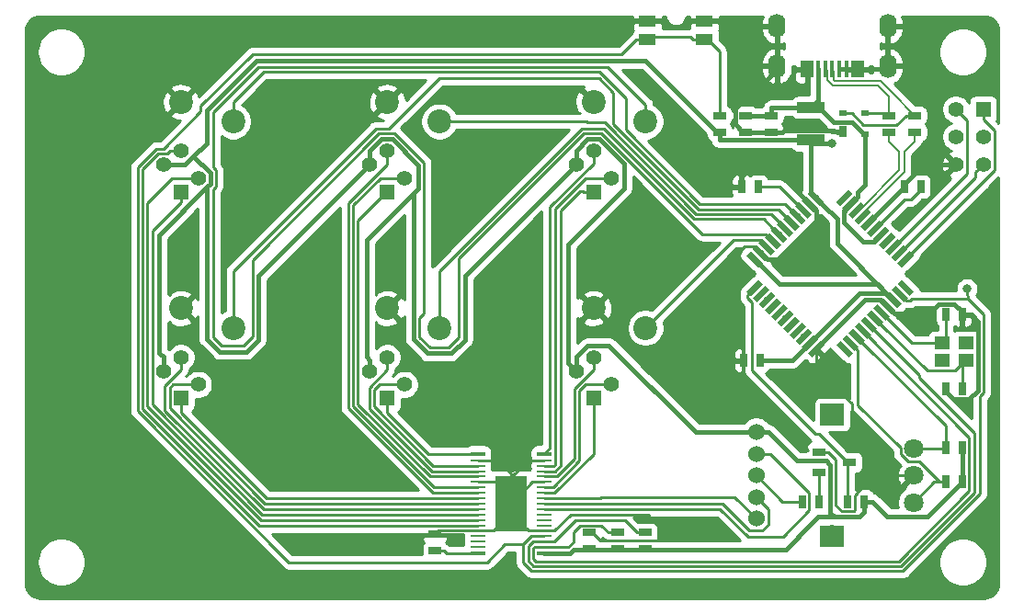
<source format=gbr>
G04 #@! TF.GenerationSoftware,KiCad,Pcbnew,(5.1.0)-1*
G04 #@! TF.CreationDate,2019-05-21T18:44:38+09:00*
G04 #@! TF.ProjectId,sunmeishi,73756e6d-6569-4736-9869-2e6b69636164,rev?*
G04 #@! TF.SameCoordinates,Original*
G04 #@! TF.FileFunction,Copper,L2,Bot*
G04 #@! TF.FilePolarity,Positive*
%FSLAX46Y46*%
G04 Gerber Fmt 4.6, Leading zero omitted, Abs format (unit mm)*
G04 Created by KiCad (PCBNEW (5.1.0)-1) date 2019-05-21 18:44:38*
%MOMM*%
%LPD*%
G04 APERTURE LIST*
%ADD10O,1.600000X2.200000*%
%ADD11R,1.150000X1.500000*%
%ADD12R,0.400000X1.500000*%
%ADD13R,1.200760X0.800100*%
%ADD14R,1.200000X0.800100*%
%ADD15C,2.200000*%
%ADD16R,1.143000X0.635000*%
%ADD17R,1.550000X1.000000*%
%ADD18C,1.524000*%
%ADD19C,1.800000*%
%ADD20C,2.000000*%
%ADD21C,1.000000*%
%ADD22R,1.397000X1.397000*%
%ADD23C,1.397000*%
%ADD24R,1.400000X1.400000*%
%ADD25C,1.400000*%
%ADD26R,0.635000X1.143000*%
%ADD27R,2.499360X1.000760*%
%ADD28R,0.700000X0.600000*%
%ADD29R,0.700000X1.000000*%
%ADD30C,0.560000*%
%ADD31R,1.350000X0.250000*%
%ADD32R,1.350000X0.450000*%
%ADD33R,3.000000X5.040000*%
%ADD34R,0.600000X0.700000*%
%ADD35R,1.400000X1.200000*%
%ADD36C,0.800000*%
%ADD37C,0.400000*%
%ADD38C,0.250000*%
%ADD39C,0.200000*%
%ADD40C,0.254000*%
G04 APERTURE END LIST*
D10*
X169900000Y-71600000D03*
X180100000Y-71600000D03*
X169900000Y-75300000D03*
D11*
X172675000Y-75600000D03*
X177325000Y-75600000D03*
D12*
X176300000Y-75600000D03*
X175000000Y-75600000D03*
D10*
X180100000Y-75300000D03*
D12*
X175650000Y-75600000D03*
X174350000Y-75600000D03*
X173700000Y-75600000D03*
D13*
X176598880Y-111800000D03*
D14*
X173801120Y-112749960D03*
D13*
X173801120Y-110850040D03*
D15*
X153000000Y-97600000D03*
X157800000Y-99400000D03*
X134000000Y-97600000D03*
X138800000Y-99400000D03*
X119800000Y-99400000D03*
X115000000Y-97600000D03*
X157800000Y-80400000D03*
X153000000Y-78600000D03*
X134000000Y-78600000D03*
X138800000Y-80400000D03*
X119800000Y-80400000D03*
X115000000Y-78600000D03*
D16*
X182600000Y-81362000D03*
X182600000Y-79838000D03*
D17*
X157975000Y-71150000D03*
X163225000Y-72850000D03*
X157975000Y-72850000D03*
X163225000Y-71150000D03*
D18*
X168000000Y-117000000D03*
X168000000Y-115000000D03*
X168000000Y-113000000D03*
X168000000Y-111000000D03*
X168000000Y-109000000D03*
D19*
X182500000Y-115500000D03*
X182500000Y-113000000D03*
X182500000Y-110500000D03*
D20*
X175000000Y-118600000D03*
D21*
G36*
X176100000Y-119600000D02*
G01*
X173900000Y-119600000D01*
X173900000Y-117600000D01*
X176100000Y-117600000D01*
X176100000Y-119600000D01*
X176100000Y-119600000D01*
G37*
D20*
X175000000Y-107400000D03*
D21*
G36*
X176100000Y-108400000D02*
G01*
X173900000Y-108400000D01*
X173900000Y-106400000D01*
X176100000Y-106400000D01*
X176100000Y-108400000D01*
X176100000Y-108400000D01*
G37*
D22*
X188900000Y-79260000D03*
D23*
X186360000Y-79260000D03*
X188900000Y-81800000D03*
X186360000Y-81800000D03*
X188900000Y-84340000D03*
X186360000Y-84340000D03*
D24*
X153000000Y-105875000D03*
D25*
X154600000Y-104625000D03*
X151400000Y-103375000D03*
X153000000Y-102125000D03*
X134000000Y-102125000D03*
X132400000Y-103375000D03*
X135600000Y-104625000D03*
D24*
X134000000Y-105875000D03*
X115000000Y-105875000D03*
D25*
X116600000Y-104625000D03*
X113400000Y-103375000D03*
X115000000Y-102125000D03*
X153000000Y-83125000D03*
X151400000Y-84375000D03*
X154600000Y-85625000D03*
D24*
X153000000Y-86875000D03*
X134000000Y-86875000D03*
D25*
X135600000Y-85625000D03*
X132400000Y-84375000D03*
X134000000Y-83125000D03*
X115000000Y-83125000D03*
X113400000Y-84375000D03*
X116600000Y-85625000D03*
D24*
X115000000Y-86875000D03*
D16*
X167000000Y-81362000D03*
X167000000Y-79838000D03*
D26*
X166638000Y-86400000D03*
X168162000Y-86400000D03*
X185438000Y-105000000D03*
X186962000Y-105000000D03*
X185438000Y-98200000D03*
X186962000Y-98200000D03*
D16*
X169400000Y-79838000D03*
X169400000Y-81362000D03*
D26*
X183162000Y-86400000D03*
X181638000Y-86400000D03*
X166838000Y-102400000D03*
X168362000Y-102400000D03*
D16*
X152600000Y-119762000D03*
X152600000Y-118238000D03*
D27*
X173000000Y-79098860D03*
X173000000Y-82101140D03*
D16*
X155200000Y-119762000D03*
X155200000Y-118238000D03*
X157800000Y-118238000D03*
X157800000Y-119762000D03*
X180200000Y-81362000D03*
X180200000Y-79838000D03*
X164600000Y-79838000D03*
X164600000Y-81362000D03*
X138400000Y-119962000D03*
X138400000Y-118438000D03*
D26*
X185438000Y-113600000D03*
X186962000Y-113600000D03*
X185438000Y-110400000D03*
X186962000Y-110400000D03*
D28*
X176000000Y-79650000D03*
X178000000Y-79650000D03*
X178000000Y-81550000D03*
D29*
X176000000Y-81350000D03*
D30*
X176108148Y-87434998D03*
D21*
G36*
X176475844Y-86671323D02*
G01*
X176871823Y-87067302D01*
X175740452Y-88198673D01*
X175344473Y-87802694D01*
X176475844Y-86671323D01*
X176475844Y-86671323D01*
G37*
D30*
X176673833Y-88000684D03*
D21*
G36*
X177041529Y-87237009D02*
G01*
X177437508Y-87632988D01*
X176306137Y-88764359D01*
X175910158Y-88368380D01*
X177041529Y-87237009D01*
X177041529Y-87237009D01*
G37*
D30*
X177239518Y-88566369D03*
D21*
G36*
X177607214Y-87802694D02*
G01*
X178003193Y-88198673D01*
X176871822Y-89330044D01*
X176475843Y-88934065D01*
X177607214Y-87802694D01*
X177607214Y-87802694D01*
G37*
D30*
X177805204Y-89132054D03*
D21*
G36*
X178172900Y-88368379D02*
G01*
X178568879Y-88764358D01*
X177437508Y-89895729D01*
X177041529Y-89499750D01*
X178172900Y-88368379D01*
X178172900Y-88368379D01*
G37*
D30*
X178370889Y-89697740D03*
D21*
G36*
X178738585Y-88934065D02*
G01*
X179134564Y-89330044D01*
X178003193Y-90461415D01*
X177607214Y-90065436D01*
X178738585Y-88934065D01*
X178738585Y-88934065D01*
G37*
D30*
X178936575Y-90263425D03*
D21*
G36*
X179304271Y-89499750D02*
G01*
X179700250Y-89895729D01*
X178568879Y-91027100D01*
X178172900Y-90631121D01*
X179304271Y-89499750D01*
X179304271Y-89499750D01*
G37*
D30*
X179502260Y-90829111D03*
D21*
G36*
X179869956Y-90065436D02*
G01*
X180265935Y-90461415D01*
X179134564Y-91592786D01*
X178738585Y-91196807D01*
X179869956Y-90065436D01*
X179869956Y-90065436D01*
G37*
D30*
X180067946Y-91394796D03*
D21*
G36*
X180435642Y-90631121D02*
G01*
X180831621Y-91027100D01*
X179700250Y-92158471D01*
X179304271Y-91762492D01*
X180435642Y-90631121D01*
X180435642Y-90631121D01*
G37*
D30*
X180633631Y-91960482D03*
D21*
G36*
X181001327Y-91196807D02*
G01*
X181397306Y-91592786D01*
X180265935Y-92724157D01*
X179869956Y-92328178D01*
X181001327Y-91196807D01*
X181001327Y-91196807D01*
G37*
D30*
X181199316Y-92526167D03*
D21*
G36*
X181567012Y-91762492D02*
G01*
X181962991Y-92158471D01*
X180831620Y-93289842D01*
X180435641Y-92893863D01*
X181567012Y-91762492D01*
X181567012Y-91762492D01*
G37*
D30*
X181765002Y-93091852D03*
D21*
G36*
X182132698Y-92328177D02*
G01*
X182528677Y-92724156D01*
X181397306Y-93855527D01*
X181001327Y-93459548D01*
X182132698Y-92328177D01*
X182132698Y-92328177D01*
G37*
D30*
X181765002Y-95708148D03*
D21*
G36*
X182528677Y-96075844D02*
G01*
X182132698Y-96471823D01*
X181001327Y-95340452D01*
X181397306Y-94944473D01*
X182528677Y-96075844D01*
X182528677Y-96075844D01*
G37*
D30*
X181199316Y-96273833D03*
D21*
G36*
X181962991Y-96641529D02*
G01*
X181567012Y-97037508D01*
X180435641Y-95906137D01*
X180831620Y-95510158D01*
X181962991Y-96641529D01*
X181962991Y-96641529D01*
G37*
D30*
X180633631Y-96839518D03*
D21*
G36*
X181397306Y-97207214D02*
G01*
X181001327Y-97603193D01*
X179869956Y-96471822D01*
X180265935Y-96075843D01*
X181397306Y-97207214D01*
X181397306Y-97207214D01*
G37*
D30*
X180067946Y-97405204D03*
D21*
G36*
X180831621Y-97772900D02*
G01*
X180435642Y-98168879D01*
X179304271Y-97037508D01*
X179700250Y-96641529D01*
X180831621Y-97772900D01*
X180831621Y-97772900D01*
G37*
D30*
X179502260Y-97970889D03*
D21*
G36*
X180265935Y-98338585D02*
G01*
X179869956Y-98734564D01*
X178738585Y-97603193D01*
X179134564Y-97207214D01*
X180265935Y-98338585D01*
X180265935Y-98338585D01*
G37*
D30*
X178936575Y-98536575D03*
D21*
G36*
X179700250Y-98904271D02*
G01*
X179304271Y-99300250D01*
X178172900Y-98168879D01*
X178568879Y-97772900D01*
X179700250Y-98904271D01*
X179700250Y-98904271D01*
G37*
D30*
X178370889Y-99102260D03*
D21*
G36*
X179134564Y-99469956D02*
G01*
X178738585Y-99865935D01*
X177607214Y-98734564D01*
X178003193Y-98338585D01*
X179134564Y-99469956D01*
X179134564Y-99469956D01*
G37*
D30*
X177805204Y-99667946D03*
D21*
G36*
X178568879Y-100035642D02*
G01*
X178172900Y-100431621D01*
X177041529Y-99300250D01*
X177437508Y-98904271D01*
X178568879Y-100035642D01*
X178568879Y-100035642D01*
G37*
D30*
X177239518Y-100233631D03*
D21*
G36*
X178003193Y-100601327D02*
G01*
X177607214Y-100997306D01*
X176475843Y-99865935D01*
X176871822Y-99469956D01*
X178003193Y-100601327D01*
X178003193Y-100601327D01*
G37*
D30*
X176673833Y-100799316D03*
D21*
G36*
X177437508Y-101167012D02*
G01*
X177041529Y-101562991D01*
X175910158Y-100431620D01*
X176306137Y-100035641D01*
X177437508Y-101167012D01*
X177437508Y-101167012D01*
G37*
D30*
X176108148Y-101365002D03*
D21*
G36*
X176871823Y-101732698D02*
G01*
X176475844Y-102128677D01*
X175344473Y-100997306D01*
X175740452Y-100601327D01*
X176871823Y-101732698D01*
X176871823Y-101732698D01*
G37*
D30*
X173491852Y-101365002D03*
D21*
G36*
X173859548Y-100601327D02*
G01*
X174255527Y-100997306D01*
X173124156Y-102128677D01*
X172728177Y-101732698D01*
X173859548Y-100601327D01*
X173859548Y-100601327D01*
G37*
D30*
X172926167Y-100799316D03*
D21*
G36*
X173293863Y-100035641D02*
G01*
X173689842Y-100431620D01*
X172558471Y-101562991D01*
X172162492Y-101167012D01*
X173293863Y-100035641D01*
X173293863Y-100035641D01*
G37*
D30*
X172360482Y-100233631D03*
D21*
G36*
X172728178Y-99469956D02*
G01*
X173124157Y-99865935D01*
X171992786Y-100997306D01*
X171596807Y-100601327D01*
X172728178Y-99469956D01*
X172728178Y-99469956D01*
G37*
D30*
X171794796Y-99667946D03*
D21*
G36*
X172162492Y-98904271D02*
G01*
X172558471Y-99300250D01*
X171427100Y-100431621D01*
X171031121Y-100035642D01*
X172162492Y-98904271D01*
X172162492Y-98904271D01*
G37*
D30*
X171229111Y-99102260D03*
D21*
G36*
X171596807Y-98338585D02*
G01*
X171992786Y-98734564D01*
X170861415Y-99865935D01*
X170465436Y-99469956D01*
X171596807Y-98338585D01*
X171596807Y-98338585D01*
G37*
D30*
X170663425Y-98536575D03*
D21*
G36*
X171031121Y-97772900D02*
G01*
X171427100Y-98168879D01*
X170295729Y-99300250D01*
X169899750Y-98904271D01*
X171031121Y-97772900D01*
X171031121Y-97772900D01*
G37*
D30*
X170097740Y-97970889D03*
D21*
G36*
X170465436Y-97207214D02*
G01*
X170861415Y-97603193D01*
X169730044Y-98734564D01*
X169334065Y-98338585D01*
X170465436Y-97207214D01*
X170465436Y-97207214D01*
G37*
D30*
X169532054Y-97405204D03*
D21*
G36*
X169899750Y-96641529D02*
G01*
X170295729Y-97037508D01*
X169164358Y-98168879D01*
X168768379Y-97772900D01*
X169899750Y-96641529D01*
X169899750Y-96641529D01*
G37*
D30*
X168966369Y-96839518D03*
D21*
G36*
X169334065Y-96075843D02*
G01*
X169730044Y-96471822D01*
X168598673Y-97603193D01*
X168202694Y-97207214D01*
X169334065Y-96075843D01*
X169334065Y-96075843D01*
G37*
D30*
X168400684Y-96273833D03*
D21*
G36*
X168768380Y-95510158D02*
G01*
X169164359Y-95906137D01*
X168032988Y-97037508D01*
X167637009Y-96641529D01*
X168768380Y-95510158D01*
X168768380Y-95510158D01*
G37*
D30*
X167834998Y-95708148D03*
D21*
G36*
X168202694Y-94944473D02*
G01*
X168598673Y-95340452D01*
X167467302Y-96471823D01*
X167071323Y-96075844D01*
X168202694Y-94944473D01*
X168202694Y-94944473D01*
G37*
D30*
X167834998Y-93091852D03*
D21*
G36*
X168598673Y-93459548D02*
G01*
X168202694Y-93855527D01*
X167071323Y-92724156D01*
X167467302Y-92328177D01*
X168598673Y-93459548D01*
X168598673Y-93459548D01*
G37*
D30*
X168400684Y-92526167D03*
D21*
G36*
X169164359Y-92893863D02*
G01*
X168768380Y-93289842D01*
X167637009Y-92158471D01*
X168032988Y-91762492D01*
X169164359Y-92893863D01*
X169164359Y-92893863D01*
G37*
D30*
X168966369Y-91960482D03*
D21*
G36*
X169730044Y-92328178D02*
G01*
X169334065Y-92724157D01*
X168202694Y-91592786D01*
X168598673Y-91196807D01*
X169730044Y-92328178D01*
X169730044Y-92328178D01*
G37*
D30*
X169532054Y-91394796D03*
D21*
G36*
X170295729Y-91762492D02*
G01*
X169899750Y-92158471D01*
X168768379Y-91027100D01*
X169164358Y-90631121D01*
X170295729Y-91762492D01*
X170295729Y-91762492D01*
G37*
D30*
X170097740Y-90829111D03*
D21*
G36*
X170861415Y-91196807D02*
G01*
X170465436Y-91592786D01*
X169334065Y-90461415D01*
X169730044Y-90065436D01*
X170861415Y-91196807D01*
X170861415Y-91196807D01*
G37*
D30*
X170663425Y-90263425D03*
D21*
G36*
X171427100Y-90631121D02*
G01*
X171031121Y-91027100D01*
X169899750Y-89895729D01*
X170295729Y-89499750D01*
X171427100Y-90631121D01*
X171427100Y-90631121D01*
G37*
D30*
X171229111Y-89697740D03*
D21*
G36*
X171992786Y-90065436D02*
G01*
X171596807Y-90461415D01*
X170465436Y-89330044D01*
X170861415Y-88934065D01*
X171992786Y-90065436D01*
X171992786Y-90065436D01*
G37*
D30*
X171794796Y-89132054D03*
D21*
G36*
X172558471Y-89499750D02*
G01*
X172162492Y-89895729D01*
X171031121Y-88764358D01*
X171427100Y-88368379D01*
X172558471Y-89499750D01*
X172558471Y-89499750D01*
G37*
D30*
X172360482Y-88566369D03*
D21*
G36*
X173124157Y-88934065D02*
G01*
X172728178Y-89330044D01*
X171596807Y-88198673D01*
X171992786Y-87802694D01*
X173124157Y-88934065D01*
X173124157Y-88934065D01*
G37*
D30*
X172926167Y-88000684D03*
D21*
G36*
X173689842Y-88368380D02*
G01*
X173293863Y-88764359D01*
X172162492Y-87632988D01*
X172558471Y-87237009D01*
X173689842Y-88368380D01*
X173689842Y-88368380D01*
G37*
D30*
X173491852Y-87434998D03*
D21*
G36*
X174255527Y-87802694D02*
G01*
X173859548Y-88198673D01*
X172728177Y-87067302D01*
X173124156Y-86671323D01*
X174255527Y-87802694D01*
X174255527Y-87802694D01*
G37*
D31*
X148450000Y-118100000D03*
X148450000Y-119100000D03*
X148450000Y-117600000D03*
X148450000Y-119600000D03*
X148450000Y-118600000D03*
X148450000Y-117100000D03*
X148450000Y-116600000D03*
X148450000Y-116100000D03*
X148450000Y-115600000D03*
X148450000Y-115100000D03*
X148450000Y-114600000D03*
X148450000Y-114100000D03*
X148450000Y-113600000D03*
X148450000Y-113100000D03*
D32*
X148450000Y-111000000D03*
D31*
X148450000Y-112100000D03*
X148450000Y-111600000D03*
X148450000Y-112600000D03*
X142350000Y-112600000D03*
D32*
X148450000Y-120200000D03*
D31*
X142350000Y-111600000D03*
X142350000Y-112100000D03*
D32*
X142350000Y-111000000D03*
D31*
X142350000Y-113100000D03*
X142350000Y-113600000D03*
X142350000Y-114100000D03*
X142350000Y-114600000D03*
X142350000Y-115100000D03*
X142350000Y-115600000D03*
X142350000Y-116100000D03*
X142350000Y-116600000D03*
X142350000Y-117100000D03*
X142350000Y-118600000D03*
X142350000Y-119600000D03*
X142350000Y-117600000D03*
X142350000Y-119100000D03*
X142350000Y-118100000D03*
D32*
X142350000Y-120200000D03*
D33*
X145400000Y-115600000D03*
D34*
X144325000Y-117650000D03*
X145045000Y-117650000D03*
X145765000Y-117650000D03*
X146485000Y-117650000D03*
X144325000Y-116830000D03*
X145045000Y-116830000D03*
X145765000Y-116830000D03*
X146485000Y-116830000D03*
X144325000Y-116010000D03*
X145045000Y-116010000D03*
X145765000Y-116010000D03*
X146485000Y-116010000D03*
X144325000Y-115190000D03*
X145045000Y-115190000D03*
X145765000Y-115190000D03*
X146485000Y-115190000D03*
X144325000Y-114370000D03*
X145045000Y-114370000D03*
X145765000Y-114370000D03*
X146485000Y-114370000D03*
X144325000Y-113550000D03*
X145045000Y-113550000D03*
X145765000Y-113550000D03*
X146485000Y-113550000D03*
D35*
X185100000Y-102400000D03*
X185100000Y-100800000D03*
X187300000Y-100800000D03*
X187300000Y-102400000D03*
D26*
X176438000Y-115400000D03*
X177962000Y-115400000D03*
X172238000Y-115400000D03*
X173762000Y-115400000D03*
D36*
X175000000Y-82400000D03*
X187400000Y-95800000D03*
D37*
X169400000Y-81362000D02*
X167000000Y-81362000D01*
X176300000Y-75600000D02*
X175650000Y-75600000D01*
X166638000Y-85428500D02*
X167466500Y-84600000D01*
X166638000Y-86400000D02*
X166638000Y-85428500D01*
X169525483Y-84600000D02*
X172926167Y-88000684D01*
X167466500Y-84600000D02*
X169525483Y-84600000D01*
X173562562Y-88637079D02*
X173562562Y-90837438D01*
X172926167Y-88000684D02*
X173562562Y-88637079D01*
X168998684Y-93124167D02*
X168400684Y-92526167D01*
X171275833Y-93124167D02*
X168998684Y-93124167D01*
X173562562Y-90837438D02*
X171275833Y-93124167D01*
X186962000Y-97946000D02*
X186962000Y-98200000D01*
X183987399Y-98041599D02*
X184800499Y-97228499D01*
X180704341Y-98041599D02*
X183987399Y-98041599D01*
X184800499Y-97228499D02*
X186244500Y-97228500D01*
X180067946Y-97405204D02*
X180704341Y-98041599D01*
X186244500Y-97228500D02*
X186962000Y-97946000D01*
X174128247Y-100728607D02*
X173491852Y-101365002D01*
X178049650Y-96807204D02*
X174128247Y-100728607D01*
X179469946Y-96807204D02*
X178049650Y-96807204D01*
X180067946Y-97405204D02*
X179469946Y-96807204D01*
D38*
X144275000Y-113600000D02*
X144325000Y-113550000D01*
X142350000Y-113600000D02*
X144275000Y-113600000D01*
X147400000Y-113600000D02*
X145400000Y-115600000D01*
X148450000Y-113600000D02*
X147400000Y-113600000D01*
X145400000Y-116515000D02*
X145400000Y-115600000D01*
X146985000Y-118100000D02*
X145400000Y-116515000D01*
X148450000Y-118100000D02*
X146985000Y-118100000D01*
X145400000Y-116525000D02*
X145400000Y-115600000D01*
X143825000Y-118100000D02*
X145400000Y-116525000D01*
X142350000Y-118100000D02*
X143825000Y-118100000D01*
D37*
X167000000Y-81362000D02*
X166746000Y-81362000D01*
X166028500Y-80644500D02*
X166028500Y-79171500D01*
X168400000Y-76800000D02*
X168700000Y-76800000D01*
X166028500Y-79171500D02*
X168400000Y-76800000D01*
X169900000Y-75600000D02*
X169900000Y-75300000D01*
X168700000Y-76800000D02*
X169900000Y-75600000D01*
X166746000Y-81362000D02*
X166028500Y-80644500D01*
D38*
X178370889Y-89697740D02*
X178302260Y-89697740D01*
X145400000Y-112830000D02*
X145400000Y-115600000D01*
X144170000Y-111600000D02*
X145400000Y-112830000D01*
X142350000Y-111600000D02*
X144170000Y-111600000D01*
X146150000Y-113550000D02*
X146485000Y-113550000D01*
X145600000Y-113000000D02*
X146150000Y-113550000D01*
X148450000Y-111600000D02*
X147000000Y-111600000D01*
X147000000Y-111600000D02*
X145600000Y-113000000D01*
D37*
X187800000Y-98200000D02*
X186962000Y-98200000D01*
X185438000Y-105254000D02*
X186155501Y-105971501D01*
X185438000Y-105000000D02*
X185438000Y-105254000D01*
X186155501Y-105971501D02*
X187599501Y-105971501D01*
X187599501Y-105971501D02*
X188400001Y-105171001D01*
X188400001Y-105171001D02*
X188400001Y-98800001D01*
X188400001Y-98800001D02*
X187800000Y-98200000D01*
X170371500Y-81362000D02*
X169400000Y-81362000D01*
X170532741Y-81200759D02*
X170371500Y-81362000D01*
X175100759Y-81200759D02*
X170532741Y-81200759D01*
X175250000Y-81350000D02*
X175100759Y-81200759D01*
X176000000Y-81350000D02*
X175250000Y-81350000D01*
X181638000Y-86430629D02*
X181638000Y-86400000D01*
X178370889Y-89697740D02*
X181638000Y-86430629D01*
D38*
X138738000Y-118100000D02*
X138400000Y-118438000D01*
X142350000Y-118100000D02*
X138738000Y-118100000D01*
X150875000Y-116600000D02*
X149375000Y-118100000D01*
X149375000Y-118100000D02*
X148450000Y-118100000D01*
X152854000Y-118238000D02*
X153616000Y-119000000D01*
X152600000Y-118238000D02*
X152854000Y-118238000D01*
X153616000Y-119000000D02*
X159000000Y-119000000D01*
X159000000Y-119000000D02*
X159000000Y-117600000D01*
X159000000Y-117600000D02*
X158000000Y-116600000D01*
X158000000Y-116600000D02*
X150875000Y-116600000D01*
X175860499Y-116296501D02*
X177015501Y-116296501D01*
X177015501Y-116296501D02*
X177080501Y-116231501D01*
X177080501Y-116231501D02*
X177080501Y-114807497D01*
X177080501Y-114807497D02*
X178887998Y-113000000D01*
X181227208Y-113000000D02*
X182500000Y-113000000D01*
X178887998Y-113000000D02*
X181227208Y-113000000D01*
X175326132Y-115762134D02*
X175860499Y-116296501D01*
X175326132Y-111524672D02*
X175326132Y-115762134D01*
X174651500Y-110850040D02*
X175326132Y-111524672D01*
X173801120Y-110850040D02*
X174651500Y-110850040D01*
X173491852Y-104291852D02*
X173491852Y-101860981D01*
X180824988Y-113000000D02*
X180824988Y-111624988D01*
X182500000Y-113000000D02*
X180824988Y-113000000D01*
X173491852Y-101860981D02*
X173491852Y-101365002D01*
X180824988Y-111624988D02*
X176800000Y-107600000D01*
X176800000Y-107600000D02*
X176800000Y-106400000D01*
X176800000Y-106400000D02*
X176000000Y-105600000D01*
X174800000Y-105600000D02*
X173491852Y-104291852D01*
X176000000Y-105600000D02*
X174800000Y-105600000D01*
X154499999Y-99099999D02*
X153000000Y-97600000D01*
X157000000Y-101600000D02*
X154499999Y-99099999D01*
X168400684Y-92526167D02*
X167764289Y-91889772D01*
X166910228Y-91889772D02*
X160200000Y-98600000D01*
X160200000Y-98600000D02*
X160200000Y-100400000D01*
X160200000Y-100400000D02*
X159000000Y-101600000D01*
X167764289Y-91889772D02*
X166910228Y-91889772D01*
X159000000Y-101600000D02*
X157000000Y-101600000D01*
D37*
X181638000Y-86146000D02*
X181638000Y-86400000D01*
X186360000Y-84340000D02*
X183444000Y-84340000D01*
X183444000Y-84340000D02*
X181638000Y-86146000D01*
X179800000Y-75600000D02*
X180100000Y-75300000D01*
X177325000Y-75600000D02*
X179800000Y-75600000D01*
X169400000Y-79120500D02*
X169400000Y-79838000D01*
X169421640Y-79098860D02*
X169400000Y-79120500D01*
X173000000Y-79098860D02*
X169421640Y-79098860D01*
X169400000Y-79838000D02*
X167000000Y-79838000D01*
D38*
X178150000Y-81550000D02*
X178000000Y-81550000D01*
X178200000Y-81600000D02*
X178150000Y-81550000D01*
D37*
X173700000Y-78398860D02*
X173000000Y-79098860D01*
X173700000Y-75600000D02*
X173700000Y-78398860D01*
X173749300Y-79098860D02*
X173000000Y-79098860D01*
X175114685Y-80464245D02*
X173749300Y-79098860D01*
X176673833Y-88000684D02*
X177310228Y-87364289D01*
X177310228Y-87364289D02*
X177310228Y-86940006D01*
X175128931Y-80449999D02*
X175114685Y-80464245D01*
X176849999Y-80449999D02*
X175128931Y-80449999D01*
X177950000Y-81550000D02*
X176849999Y-80449999D01*
X178000000Y-81550000D02*
X177950000Y-81550000D01*
X178000000Y-86250234D02*
X178000000Y-81550000D01*
X177310228Y-86940006D02*
X178000000Y-86250234D01*
X177865506Y-91465506D02*
X178865865Y-91465506D01*
X176037438Y-88637079D02*
X176037438Y-88637438D01*
X178865865Y-91465506D02*
X179502260Y-90829111D01*
X176673833Y-88000684D02*
X176037438Y-88637079D01*
X176122103Y-88722104D02*
X176075833Y-88768374D01*
X176037438Y-88637438D02*
X176122103Y-88722104D01*
X176075833Y-88768374D02*
X176075833Y-89675833D01*
X176075833Y-89675833D02*
X177865506Y-91465506D01*
D38*
X171656970Y-87929974D02*
X171724087Y-87929974D01*
X170126996Y-86400000D02*
X171656970Y-87929974D01*
X171724087Y-87929974D02*
X172360482Y-88566369D01*
X168162000Y-86400000D02*
X170126996Y-86400000D01*
X179572970Y-99172970D02*
X178936575Y-98536575D01*
X183725001Y-103325001D02*
X179572970Y-99172970D01*
X186274999Y-103325001D02*
X183725001Y-103325001D01*
X187200000Y-102400000D02*
X186274999Y-103325001D01*
X187300000Y-102400000D02*
X187200000Y-102400000D01*
X186962000Y-102738000D02*
X187300000Y-102400000D01*
X186962000Y-105000000D02*
X186962000Y-102738000D01*
X182331371Y-100800000D02*
X179502260Y-97970889D01*
X185100000Y-100800000D02*
X182331371Y-100800000D01*
X185438000Y-100462000D02*
X185100000Y-100800000D01*
X185438000Y-98200000D02*
X185438000Y-100462000D01*
X181638000Y-87562000D02*
X178936575Y-90263425D01*
X183162000Y-86654000D02*
X183162000Y-86400000D01*
X182254000Y-87562000D02*
X183162000Y-86654000D01*
X181638000Y-87562000D02*
X182254000Y-87562000D01*
D37*
X173000000Y-86943146D02*
X173491852Y-87434998D01*
X173000000Y-82101140D02*
X173000000Y-86943146D01*
X179997236Y-96203123D02*
X180633631Y-96839518D01*
X177522360Y-96203123D02*
X179997236Y-96203123D01*
X172926167Y-100799316D02*
X177522360Y-96203123D01*
X186962000Y-113600000D02*
X186962000Y-110400000D01*
X173000000Y-82101140D02*
X164621640Y-82101140D01*
X164621640Y-82101140D02*
X164600000Y-82079500D01*
X164600000Y-82079500D02*
X164600000Y-81362000D01*
X115378002Y-84375000D02*
X113400000Y-84375000D01*
X116153002Y-83600000D02*
X115378002Y-84375000D01*
X117700001Y-86153001D02*
X117700001Y-85146999D01*
X113400000Y-103375000D02*
X113400000Y-102096998D01*
X117700001Y-85146999D02*
X116153002Y-83600000D01*
X113400000Y-102096998D02*
X113000000Y-101696998D01*
X150700001Y-102675001D02*
X151400000Y-103375000D01*
X150700001Y-91699999D02*
X150700001Y-102675001D01*
X151400000Y-83096999D02*
X152471999Y-82024999D01*
X151400000Y-84375000D02*
X151400000Y-83096999D01*
X152471999Y-82024999D02*
X153528001Y-82024999D01*
X153528001Y-82024999D02*
X155800000Y-84296998D01*
X155800000Y-84296998D02*
X155800000Y-86600000D01*
X155800000Y-86600000D02*
X150700001Y-91699999D01*
X180079501Y-116800001D02*
X183761999Y-116800001D01*
X178679500Y-115400000D02*
X180079501Y-116800001D01*
X183761999Y-116800001D02*
X186962000Y-113600000D01*
X177962000Y-115400000D02*
X178679500Y-115400000D01*
X113400000Y-102096998D02*
X113400000Y-102385051D01*
X113400000Y-102385051D02*
X113400000Y-103375000D01*
D38*
X164854000Y-81362000D02*
X164600000Y-81362000D01*
D37*
X175437427Y-89380575D02*
X174128247Y-88071393D01*
X174128247Y-88071393D02*
X173491852Y-87434998D01*
X175437427Y-91643314D02*
X175437427Y-89380575D01*
X179997236Y-96203123D02*
X175437427Y-91643314D01*
X132400000Y-102385051D02*
X132400000Y-103375000D01*
X132099999Y-102085050D02*
X132400000Y-102385051D01*
X164346000Y-81362000D02*
X164600000Y-81362000D01*
X157808978Y-74824978D02*
X164346000Y-81362000D01*
X121931543Y-74824978D02*
X157808978Y-74824978D01*
X117350012Y-79406509D02*
X121931543Y-74824978D01*
X117350012Y-82402990D02*
X117350012Y-79406509D01*
X116153002Y-83600000D02*
X117350012Y-82402990D01*
X170688998Y-119800000D02*
X173044499Y-117444499D01*
X151200000Y-119800000D02*
X170688998Y-119800000D01*
X148450000Y-120200000D02*
X150800000Y-120200000D01*
X150800000Y-120200000D02*
X151200000Y-119800000D01*
X177962000Y-116371500D02*
X177962000Y-115400000D01*
X177511988Y-116821512D02*
X177962000Y-116371500D01*
X173044499Y-117444499D02*
X173667486Y-116821512D01*
X132099999Y-94900001D02*
X132099999Y-102085050D01*
X113000000Y-101696998D02*
X113000000Y-95600000D01*
X113000000Y-95600000D02*
X113000000Y-90853002D01*
X175178488Y-116821512D02*
X177511988Y-116821512D01*
X173667486Y-116821512D02*
X175178488Y-116821512D01*
X174801121Y-112029909D02*
X174421303Y-111650091D01*
X171727721Y-111650091D02*
X169077630Y-109000000D01*
X174801121Y-116444145D02*
X174801121Y-112029909D01*
X169077630Y-109000000D02*
X168000000Y-109000000D01*
X175178488Y-116821512D02*
X174801121Y-116444145D01*
X174421303Y-111650091D02*
X171727721Y-111650091D01*
X151400000Y-102096998D02*
X151400000Y-103375000D01*
X152471999Y-101024999D02*
X151400000Y-102096998D01*
X154424999Y-101024999D02*
X152471999Y-101024999D01*
X168000000Y-109000000D02*
X162400000Y-109000000D01*
X162400000Y-109000000D02*
X154424999Y-101024999D01*
X171325483Y-102400000D02*
X168362000Y-102400000D01*
X172926167Y-100799316D02*
X171325483Y-102400000D01*
X136874989Y-84417466D02*
X136874989Y-86525011D01*
X132400000Y-84375000D02*
X132400000Y-83096998D01*
X132400000Y-83096998D02*
X133471999Y-82024999D01*
X134482522Y-82024999D02*
X136874989Y-84417466D01*
X133471999Y-82024999D02*
X134482522Y-82024999D01*
X132099999Y-91300001D02*
X132099999Y-94900001D01*
X132099999Y-92700001D02*
X132099999Y-94900001D01*
X136500000Y-86900000D02*
X132099999Y-91300001D01*
X136874989Y-86525011D02*
X136500000Y-86900000D01*
X136400000Y-87000000D02*
X136500000Y-86900000D01*
X141150012Y-94624988D02*
X141150012Y-100493467D01*
X151400000Y-84375000D02*
X141150012Y-94624988D01*
X141150012Y-100493467D02*
X139893467Y-101750012D01*
X139893467Y-101750012D02*
X137706533Y-101750012D01*
X137706533Y-101750012D02*
X136400000Y-100443479D01*
X136400000Y-100443479D02*
X136400000Y-87000000D01*
X113000000Y-90853002D02*
X117426501Y-86426501D01*
X117426501Y-86426501D02*
X117700001Y-86153001D01*
X117400000Y-86453002D02*
X117426501Y-86426501D01*
X117400000Y-100443478D02*
X117400000Y-86453002D01*
X132400000Y-84400000D02*
X122150012Y-94649988D01*
X132400000Y-84375000D02*
X132400000Y-84400000D01*
X122150012Y-94649988D02*
X122150012Y-100493467D01*
X122150012Y-100493467D02*
X121043479Y-101600000D01*
X121043479Y-101600000D02*
X118556522Y-101600000D01*
X118556522Y-101600000D02*
X117400000Y-100443478D01*
X179194113Y-95400000D02*
X179997236Y-96203123D01*
X167834998Y-93091852D02*
X170143146Y-95400000D01*
X170143146Y-95400000D02*
X179194113Y-95400000D01*
X173298860Y-82400000D02*
X173000000Y-82101140D01*
X175000000Y-82400000D02*
X173298860Y-82400000D01*
D39*
X174350000Y-75600000D02*
X174450000Y-75700000D01*
X174499999Y-75749999D02*
X174499999Y-76590001D01*
X174499999Y-76590001D02*
X175009990Y-77099992D01*
X175009990Y-77099992D02*
X175849992Y-77099992D01*
X175849992Y-77099992D02*
X175850002Y-77100002D01*
X174350000Y-75600000D02*
X174499999Y-75749999D01*
X179225605Y-77100002D02*
X180200000Y-78074397D01*
X175850002Y-77100002D02*
X179225605Y-77100002D01*
X180200000Y-78074397D02*
X180200000Y-79838000D01*
D38*
X180012000Y-79650000D02*
X180200000Y-79838000D01*
X178000000Y-79650000D02*
X180012000Y-79650000D01*
D37*
X176000000Y-79650000D02*
X175950000Y-79650000D01*
D39*
X175000000Y-75600000D02*
X174900000Y-75700000D01*
X180518198Y-77756198D02*
X182600000Y-79838000D01*
X179412002Y-76650002D02*
X180518198Y-77756198D01*
X175210000Y-76650002D02*
X179412002Y-76650002D01*
X175149999Y-76590001D02*
X175210000Y-76650002D01*
X175000000Y-75600000D02*
X175000000Y-75613603D01*
X175000000Y-75613603D02*
X175149999Y-75763602D01*
X175149999Y-75763602D02*
X175149999Y-76590001D01*
D38*
X180897001Y-80719499D02*
X177861975Y-80719499D01*
X176600000Y-79650000D02*
X176000000Y-79650000D01*
X176792476Y-79650000D02*
X176600000Y-79650000D01*
X182600000Y-79838000D02*
X181778500Y-79838000D01*
X177861975Y-80719499D02*
X176792476Y-79650000D01*
X181778500Y-79838000D02*
X180897001Y-80719499D01*
X181765002Y-93091852D02*
X188781855Y-86074999D01*
X188781855Y-86074999D02*
X188781855Y-86018145D01*
X188900000Y-80208500D02*
X188900000Y-79260000D01*
X189923501Y-81232001D02*
X188900000Y-80208500D01*
X189923501Y-84876499D02*
X189923501Y-81232001D01*
X188781855Y-86018145D02*
X189923501Y-84876499D01*
X187383501Y-85210611D02*
X185297056Y-87297056D01*
X187383501Y-80283501D02*
X187383501Y-85210611D01*
X186360000Y-79260000D02*
X187383501Y-80283501D01*
X180633631Y-91960482D02*
X185297056Y-87297056D01*
X185297056Y-87297056D02*
X185400000Y-87194113D01*
X163500000Y-72850000D02*
X163225000Y-72850000D01*
X164600000Y-73950000D02*
X163500000Y-72850000D01*
X164600000Y-79838000D02*
X164600000Y-73950000D01*
X164562000Y-79800000D02*
X164600000Y-79838000D01*
X148450000Y-118600000D02*
X147292176Y-118600000D01*
X147292176Y-118600000D02*
X146549977Y-119342199D01*
X158250000Y-72850000D02*
X157975000Y-72850000D01*
X158500000Y-72600000D02*
X158250000Y-72850000D01*
X161950000Y-72600000D02*
X158500000Y-72600000D01*
X163225000Y-72850000D02*
X162200000Y-72850000D01*
X162200000Y-72850000D02*
X161950000Y-72600000D01*
X182153928Y-96910228D02*
X181835711Y-96910228D01*
X187503488Y-96703488D02*
X182360668Y-96703488D01*
X188925012Y-98125012D02*
X187503488Y-96703488D01*
X188600000Y-114708824D02*
X188600000Y-105713479D01*
X181508824Y-121800000D02*
X188600000Y-114708824D01*
X146549977Y-119342199D02*
X146549977Y-121057801D01*
X188925012Y-105388467D02*
X188925012Y-98125012D01*
X188600000Y-105713479D02*
X188925012Y-105388467D01*
X147292176Y-121800000D02*
X181508824Y-121800000D01*
X146549977Y-121057801D02*
X147292176Y-121800000D01*
X182360668Y-96703488D02*
X182153928Y-96910228D01*
X181835711Y-96910228D02*
X181199316Y-96273833D01*
X144857801Y-119342199D02*
X146549977Y-119342199D01*
X111000000Y-107042057D02*
X124957943Y-121000000D01*
X111000000Y-84621587D02*
X111000000Y-107042057D01*
X143200000Y-121000000D02*
X144857801Y-119342199D01*
X124957943Y-121000000D02*
X143200000Y-121000000D01*
X112721599Y-82899988D02*
X111000000Y-84621587D01*
X156950000Y-72850000D02*
X155600000Y-74200000D01*
X157975000Y-72850000D02*
X156950000Y-72850000D01*
X155600000Y-74200000D02*
X121600000Y-74200000D01*
X113401014Y-82899988D02*
X112721599Y-82899988D01*
X121600000Y-74200000D02*
X116825001Y-78974999D01*
X116825001Y-78974999D02*
X116825001Y-79476001D01*
X116825001Y-79476001D02*
X113401014Y-82899988D01*
X187503488Y-96469173D02*
X187503488Y-96703488D01*
X187400000Y-96365685D02*
X187503488Y-96469173D01*
X187400000Y-95800000D02*
X187400000Y-96365685D01*
X189385483Y-84340000D02*
X189470000Y-84340000D01*
X181835711Y-91889772D02*
X181199316Y-92526167D01*
X188201501Y-85523982D02*
X181835711Y-91889772D01*
X188201501Y-85038499D02*
X188201501Y-85523982D01*
X188900000Y-84340000D02*
X188201501Y-85038499D01*
X111450011Y-106855658D02*
X111450011Y-84807986D01*
X122194353Y-117600000D02*
X111450011Y-106855658D01*
X111450011Y-84807986D02*
X112907998Y-83349999D01*
X114010051Y-83125000D02*
X115000000Y-83125000D01*
X112907998Y-83349999D02*
X113785052Y-83349999D01*
X142350000Y-117600000D02*
X122194353Y-117600000D01*
X113785052Y-83349999D02*
X114010051Y-83125000D01*
X142350000Y-117100000D02*
X141425000Y-117100000D01*
X141425000Y-117100000D02*
X141375011Y-117149989D01*
X115610051Y-85625000D02*
X116600000Y-85625000D01*
X114175000Y-85625000D02*
X115610051Y-85625000D01*
X111900022Y-87899978D02*
X114175000Y-85625000D01*
X111900022Y-106669259D02*
X111900022Y-87899978D01*
X122380752Y-117149989D02*
X111900022Y-106669259D01*
X141375011Y-117149989D02*
X122380752Y-117149989D01*
X142350000Y-116600000D02*
X122467173Y-116600000D01*
X122467173Y-116600000D02*
X112350033Y-106482860D01*
X112350033Y-106482860D02*
X112350033Y-90474967D01*
X115000000Y-87825000D02*
X115000000Y-86875000D01*
X112350033Y-90474967D02*
X115000000Y-87825000D01*
X115000000Y-107200000D02*
X115000000Y-105875000D01*
X142350000Y-115100000D02*
X122900000Y-115100000D01*
X122900000Y-115100000D02*
X115000000Y-107200000D01*
X113974999Y-106835006D02*
X113974999Y-104914999D01*
X115610051Y-104625000D02*
X116600000Y-104625000D01*
X142350000Y-115600000D02*
X122739993Y-115600000D01*
X122739993Y-115600000D02*
X113974999Y-106835006D01*
X113974999Y-104914999D02*
X114264998Y-104625000D01*
X114264998Y-104625000D02*
X115610051Y-104625000D01*
X115000000Y-102125000D02*
X115000000Y-103253587D01*
X122603583Y-116100000D02*
X141425000Y-116100000D01*
X113524988Y-104728599D02*
X113524988Y-107021405D01*
X113524988Y-107021405D02*
X122603583Y-116100000D01*
X141425000Y-116100000D02*
X142350000Y-116100000D01*
X115000000Y-103253587D02*
X113524988Y-104728599D01*
X133925000Y-86875000D02*
X134000000Y-86875000D01*
X131300022Y-89499978D02*
X133925000Y-86875000D01*
X131300022Y-106432846D02*
X131300022Y-89499978D01*
X142350000Y-113100000D02*
X137967176Y-113100000D01*
X137967176Y-113100000D02*
X131300022Y-106432846D01*
X142350000Y-114100000D02*
X138330765Y-114100000D01*
X138330765Y-114100000D02*
X130850011Y-106619246D01*
X130850011Y-106619246D02*
X130850011Y-88128876D01*
X130850011Y-88128876D02*
X133353887Y-85625000D01*
X133353887Y-85625000D02*
X134610051Y-85625000D01*
X134610051Y-85625000D02*
X135600000Y-85625000D01*
X134000000Y-84114949D02*
X134000000Y-83125000D01*
X134000000Y-84342476D02*
X134000000Y-84114949D01*
X142350000Y-114600000D02*
X138194354Y-114600000D01*
X138194354Y-114600000D02*
X130400000Y-106805646D01*
X130400000Y-106805646D02*
X130400000Y-87942476D01*
X130400000Y-87942476D02*
X134000000Y-84342476D01*
X134000000Y-103114949D02*
X134000000Y-102125000D01*
X132349989Y-104903598D02*
X134000000Y-103253587D01*
X132349989Y-106846402D02*
X132349989Y-104903598D01*
X142350000Y-112600000D02*
X138103587Y-112600000D01*
X138103587Y-112600000D02*
X132349989Y-106846402D01*
X134000000Y-103253587D02*
X134000000Y-103114949D01*
X134610051Y-104625000D02*
X135600000Y-104625000D01*
X132800000Y-106660002D02*
X132800000Y-105089998D01*
X138239998Y-112100000D02*
X132800000Y-106660002D01*
X142350000Y-112100000D02*
X138239998Y-112100000D01*
X132800000Y-105089998D02*
X133264998Y-104625000D01*
X133264998Y-104625000D02*
X134610051Y-104625000D01*
X134000000Y-107200000D02*
X134000000Y-105875000D01*
X142350000Y-111000000D02*
X137800000Y-111000000D01*
X137800000Y-111000000D02*
X134000000Y-107200000D01*
X153000000Y-84114949D02*
X153000000Y-83125000D01*
X153000000Y-84253587D02*
X153000000Y-84114949D01*
X149000000Y-88253587D02*
X153000000Y-84253587D01*
X148450000Y-111000000D02*
X149000000Y-110450000D01*
X149000000Y-110450000D02*
X149000000Y-88253587D01*
X152264998Y-85625000D02*
X153610051Y-85625000D01*
X153610051Y-85625000D02*
X154600000Y-85625000D01*
X149474999Y-88414999D02*
X152264998Y-85625000D01*
X149474999Y-111979361D02*
X149474999Y-88414999D01*
X149354360Y-112100000D02*
X149474999Y-111979361D01*
X148450000Y-112100000D02*
X149354360Y-112100000D01*
X152075000Y-86875000D02*
X153000000Y-86875000D01*
X149490770Y-112600000D02*
X150000000Y-112090770D01*
X148450000Y-112600000D02*
X149490770Y-112600000D01*
X150000000Y-112090770D02*
X150000000Y-88600000D01*
X150000000Y-88600000D02*
X151800000Y-86800000D01*
X151800000Y-86800000D02*
X152000000Y-86800000D01*
X152000000Y-86800000D02*
X152075000Y-86875000D01*
X153000000Y-111000000D02*
X153000000Y-105875000D01*
X149400000Y-114600000D02*
X153000000Y-111000000D01*
X148450000Y-114600000D02*
X149400000Y-114600000D01*
X151700000Y-111663590D02*
X149263590Y-114100000D01*
X152264998Y-104625000D02*
X151700000Y-105189998D01*
X149263590Y-114100000D02*
X148450000Y-114100000D01*
X151700000Y-105189998D02*
X151700000Y-111663590D01*
X154600000Y-104625000D02*
X152264998Y-104625000D01*
X151249989Y-105003598D02*
X153000000Y-103253587D01*
X153000000Y-103253587D02*
X153000000Y-103114949D01*
X151249989Y-111477191D02*
X151249989Y-105003598D01*
X153000000Y-103114949D02*
X153000000Y-102125000D01*
X148450000Y-113100000D02*
X149627180Y-113100000D01*
X149627180Y-113100000D02*
X151249989Y-111477191D01*
X151329512Y-117145488D02*
X155885988Y-117145488D01*
X155885988Y-117145488D02*
X156978500Y-118238000D01*
X156978500Y-118238000D02*
X157800000Y-118238000D01*
X148450000Y-119100000D02*
X149375000Y-119100000D01*
X149375000Y-119100000D02*
X151329512Y-117145488D01*
X188054512Y-114617901D02*
X181322424Y-121349989D01*
X146999988Y-120871401D02*
X146999988Y-119528599D01*
X178370889Y-99102260D02*
X183000000Y-103731371D01*
X147428587Y-119100000D02*
X147525000Y-119100000D01*
X146999988Y-119528599D02*
X147428587Y-119100000D01*
X147525000Y-119100000D02*
X148450000Y-119100000D01*
X147478576Y-121349989D02*
X146999988Y-120871401D01*
X181322424Y-121349989D02*
X147478576Y-121349989D01*
X188054512Y-109054512D02*
X188054512Y-114617901D01*
X183000000Y-104000000D02*
X188054512Y-109054512D01*
X183000000Y-103731371D02*
X183000000Y-104000000D01*
X148450000Y-119600000D02*
X150657524Y-119600000D01*
X154378500Y-118238000D02*
X155200000Y-118238000D01*
X153735999Y-117595499D02*
X154378500Y-118238000D01*
X151768499Y-117595499D02*
X153735999Y-117595499D01*
X151138025Y-118225973D02*
X151768499Y-117595499D01*
X151138025Y-119119499D02*
X151138025Y-118225973D01*
X150657524Y-119600000D02*
X151138025Y-119119499D01*
X147564998Y-119600000D02*
X148450000Y-119600000D01*
X177805204Y-99667946D02*
X187604501Y-109467243D01*
X147449999Y-119714999D02*
X147564998Y-119600000D01*
X187604501Y-109467243D02*
X187604501Y-114431501D01*
X147449999Y-120685001D02*
X147449999Y-119714999D01*
X181136024Y-120899978D02*
X147664976Y-120899978D01*
X147664976Y-120899978D02*
X147449999Y-120685001D01*
X187604501Y-114431501D02*
X181136024Y-120899978D01*
D39*
X177775000Y-88278374D02*
X177487005Y-88566369D01*
X177487005Y-88566369D02*
X177239518Y-88566369D01*
X180200000Y-82219251D02*
X181175000Y-83194251D01*
X180200000Y-81362000D02*
X180200000Y-82219251D01*
X181175000Y-83194251D02*
X181175000Y-84878374D01*
X181175000Y-84878374D02*
X177487005Y-88566369D01*
X177805204Y-88884568D02*
X177805204Y-89132054D01*
X181625000Y-85064772D02*
X177805204Y-88884568D01*
X181625000Y-83194251D02*
X181625000Y-85064772D01*
X182600000Y-81362000D02*
X182600000Y-82219251D01*
X182600000Y-82219251D02*
X181625000Y-83194251D01*
D38*
X141425000Y-120200000D02*
X142350000Y-120200000D01*
X139459500Y-120200000D02*
X141425000Y-120200000D01*
X139221500Y-119962000D02*
X139459500Y-120200000D01*
X138400000Y-119962000D02*
X139221500Y-119962000D01*
X184400000Y-113600000D02*
X185438000Y-113600000D01*
X182500000Y-115500000D02*
X184400000Y-113600000D01*
X176673833Y-100799316D02*
X177310228Y-101435711D01*
X184870500Y-113600000D02*
X185438000Y-113600000D01*
X181274999Y-111038561D02*
X181961439Y-111725001D01*
X181961439Y-111725001D02*
X182995501Y-111725001D01*
X181274999Y-110478952D02*
X181274999Y-111038561D01*
X182995501Y-111725001D02*
X184870500Y-113600000D01*
X177310228Y-106514181D02*
X181274999Y-110478952D01*
X177310228Y-101435711D02*
X177310228Y-106514181D01*
X185338000Y-110500000D02*
X185438000Y-110400000D01*
X182500000Y-110500000D02*
X185338000Y-110500000D01*
X177875913Y-100870026D02*
X177239518Y-100233631D01*
X185438000Y-110400000D02*
X185438000Y-108432113D01*
X185438000Y-108432113D02*
X177875913Y-100870026D01*
X171158401Y-88495659D02*
X171794796Y-89132054D01*
X162791121Y-88000000D02*
X170662742Y-88000000D01*
X155974999Y-81183878D02*
X162791121Y-88000000D01*
X155974999Y-78237586D02*
X155974999Y-81183878D01*
X153537413Y-75800000D02*
X155974999Y-78237586D01*
X122600000Y-75800000D02*
X153537413Y-75800000D01*
X170662742Y-88000000D02*
X171158401Y-88495659D01*
X119800000Y-80400000D02*
X119800000Y-78600000D01*
X119800000Y-78600000D02*
X122600000Y-75800000D01*
X119800000Y-97278680D02*
X119800000Y-99400000D01*
X119800000Y-94200000D02*
X119800000Y-97278680D01*
X132950023Y-81049977D02*
X119800000Y-94200000D01*
X138800000Y-76400000D02*
X134150023Y-81049977D01*
X170031349Y-88499978D02*
X162654689Y-88499978D01*
X171229111Y-89697740D02*
X170031349Y-88499978D01*
X162654689Y-88499978D02*
X154825001Y-80670290D01*
X134150023Y-81049977D02*
X132950023Y-81049977D01*
X154825001Y-77723999D02*
X153501002Y-76400000D01*
X154825001Y-80670290D02*
X154825001Y-77723999D01*
X153501002Y-76400000D02*
X138800000Y-76400000D01*
X154018278Y-80499978D02*
X162468288Y-88949989D01*
X152327222Y-80400000D02*
X152427200Y-80499978D01*
X169349989Y-88949989D02*
X170027030Y-89627030D01*
X162468288Y-88949989D02*
X169349989Y-88949989D01*
X170027030Y-89627030D02*
X170663425Y-90263425D01*
X152427200Y-80499978D02*
X154018278Y-80499978D01*
X138800000Y-80400000D02*
X152327222Y-80400000D01*
X169461345Y-90192716D02*
X170097740Y-90829111D01*
X153931867Y-81049977D02*
X162281889Y-89400000D01*
X151950023Y-81049977D02*
X153931867Y-81049977D01*
X138800000Y-94200000D02*
X151950023Y-81049977D01*
X168668629Y-89400000D02*
X169461345Y-90192716D01*
X162281889Y-89400000D02*
X168668629Y-89400000D01*
X138800000Y-99400000D02*
X138800000Y-94200000D01*
X157800000Y-78844366D02*
X157800000Y-80400000D01*
X122149009Y-75349989D02*
X154305623Y-75349989D01*
X117974999Y-79523999D02*
X122149009Y-75349989D01*
X117974999Y-84629520D02*
X117974999Y-79523999D01*
X118225012Y-84879533D02*
X117974999Y-84629520D01*
X118225012Y-86370467D02*
X118225012Y-84879533D01*
X117974999Y-86620480D02*
X118225012Y-86370467D01*
X118773987Y-101074989D02*
X117974999Y-100276001D01*
X120782535Y-101074989D02*
X118773987Y-101074989D01*
X121625001Y-100232523D02*
X120782535Y-101074989D01*
X154305623Y-75349989D02*
X157800000Y-78844366D01*
X140625001Y-93011409D02*
X140625001Y-100276001D01*
X152136422Y-81499988D02*
X140625001Y-93011409D01*
X121625001Y-93129520D02*
X121625001Y-100232523D01*
X153745467Y-81499988D02*
X152136422Y-81499988D01*
X163003880Y-90758401D02*
X153745467Y-81499988D01*
X169532054Y-91394796D02*
X168895659Y-90758401D01*
X168895659Y-90758401D02*
X163003880Y-90758401D01*
X137400000Y-98098998D02*
X137400000Y-84200000D01*
X134699988Y-81499988D02*
X133254533Y-81499988D01*
X140625001Y-100276001D02*
X139676001Y-101225001D01*
X139676001Y-101225001D02*
X137923999Y-101225001D01*
X137923999Y-101225001D02*
X136974999Y-100276001D01*
X117974999Y-100276001D02*
X117974999Y-86620480D01*
X137400000Y-84200000D02*
X134699988Y-81499988D01*
X136974999Y-100276001D02*
X136974999Y-98523999D01*
X136974999Y-98523999D02*
X137400000Y-98098998D01*
X133254533Y-81499988D02*
X121625001Y-93129520D01*
X159299999Y-97900001D02*
X157800000Y-99400000D01*
X165875913Y-91324087D02*
X159299999Y-97900001D01*
X168329974Y-91324087D02*
X165875913Y-91324087D01*
X168966369Y-91960482D02*
X168329974Y-91324087D01*
X166000000Y-115000000D02*
X168000000Y-117000000D01*
X153713468Y-115000000D02*
X166000000Y-115000000D01*
X153613468Y-115100000D02*
X153713468Y-115000000D01*
X148450000Y-115100000D02*
X153613468Y-115100000D01*
X169087001Y-116087001D02*
X168761999Y-115761999D01*
X167359825Y-118087001D02*
X168521761Y-118087001D01*
X168761999Y-115761999D02*
X168000000Y-115000000D01*
X169087001Y-117521761D02*
X169087001Y-116087001D01*
X164872824Y-115600000D02*
X167359825Y-118087001D01*
X148450000Y-115600000D02*
X164872824Y-115600000D01*
X168521761Y-118087001D02*
X169087001Y-117521761D01*
X176438000Y-111960880D02*
X176598880Y-111800000D01*
X176438000Y-115400000D02*
X176438000Y-111960880D01*
X176398550Y-111800000D02*
X176598880Y-111800000D01*
X173773571Y-109175021D02*
X176398550Y-111800000D01*
X167198603Y-96344543D02*
X167198603Y-96662758D01*
X167834998Y-95708148D02*
X167198603Y-96344543D01*
X167198603Y-96662758D02*
X167600000Y-97064155D01*
X167600000Y-97064155D02*
X167600000Y-103351000D01*
X167600000Y-103351000D02*
X173424021Y-109175021D01*
X173424021Y-109175021D02*
X173773571Y-109175021D01*
X148450000Y-116100000D02*
X164663590Y-116100000D01*
X164663590Y-116100000D02*
X167213599Y-118650009D01*
X167213599Y-118650009D02*
X170461993Y-118650009D01*
X172880501Y-114568499D02*
X169312002Y-111000000D01*
X169077630Y-111000000D02*
X168000000Y-111000000D01*
X169312002Y-111000000D02*
X169077630Y-111000000D01*
X170461993Y-118650009D02*
X172880501Y-116231501D01*
X172880501Y-116231501D02*
X172880501Y-114568499D01*
X173762000Y-112789080D02*
X173801120Y-112749960D01*
X173762000Y-115400000D02*
X173762000Y-112789080D01*
X170400000Y-115400000D02*
X172238000Y-115400000D01*
X168000000Y-113000000D02*
X170400000Y-115400000D01*
D40*
G36*
X156565000Y-70864250D02*
G01*
X156723750Y-71023000D01*
X157848000Y-71023000D01*
X157848000Y-71003000D01*
X158102000Y-71003000D01*
X158102000Y-71023000D01*
X159226250Y-71023000D01*
X159385000Y-70864250D01*
X159387212Y-70710000D01*
X159640000Y-70710000D01*
X159640000Y-70744552D01*
X159676892Y-70930022D01*
X159749259Y-71104731D01*
X159854319Y-71261964D01*
X159988036Y-71395681D01*
X160145269Y-71500741D01*
X160319978Y-71573108D01*
X160505448Y-71610000D01*
X160694552Y-71610000D01*
X160880022Y-71573108D01*
X161054731Y-71500741D01*
X161211964Y-71395681D01*
X161345681Y-71261964D01*
X161450741Y-71104731D01*
X161523108Y-70930022D01*
X161560000Y-70744552D01*
X161560000Y-70710000D01*
X161812788Y-70710000D01*
X161815000Y-70864250D01*
X161973750Y-71023000D01*
X163098000Y-71023000D01*
X163098000Y-71003000D01*
X163352000Y-71003000D01*
X163352000Y-71023000D01*
X164476250Y-71023000D01*
X164635000Y-70864250D01*
X164637212Y-70710000D01*
X168592037Y-70710000D01*
X168517350Y-70895486D01*
X168465000Y-71173000D01*
X168465000Y-71473000D01*
X169773000Y-71473000D01*
X169773000Y-71453000D01*
X170027000Y-71453000D01*
X170027000Y-71473000D01*
X170047000Y-71473000D01*
X170047000Y-71727000D01*
X170027000Y-71727000D01*
X170027000Y-73169915D01*
X170249039Y-73291904D01*
X170331818Y-73274367D01*
X170590001Y-73164416D01*
X170590001Y-73735584D01*
X170331818Y-73625633D01*
X170249039Y-73608096D01*
X170027000Y-73730085D01*
X170027000Y-75173000D01*
X170047000Y-75173000D01*
X170047000Y-75427000D01*
X170027000Y-75427000D01*
X170027000Y-76869915D01*
X170249039Y-76991904D01*
X170331818Y-76974367D01*
X170591646Y-76863715D01*
X170824895Y-76704500D01*
X171022601Y-76502839D01*
X171122550Y-76350000D01*
X171461928Y-76350000D01*
X171474188Y-76474482D01*
X171510498Y-76594180D01*
X171569463Y-76704494D01*
X171648815Y-76801185D01*
X171745506Y-76880537D01*
X171855820Y-76939502D01*
X171975518Y-76975812D01*
X172100000Y-76988072D01*
X172389250Y-76985000D01*
X172548000Y-76826250D01*
X172548000Y-75727000D01*
X171623750Y-75727000D01*
X171465000Y-75885750D01*
X171461928Y-76350000D01*
X171122550Y-76350000D01*
X171177166Y-76266483D01*
X171282650Y-76004514D01*
X171335000Y-75727000D01*
X171335000Y-75310000D01*
X171464972Y-75310000D01*
X171465000Y-75314250D01*
X171623750Y-75473000D01*
X172548000Y-75473000D01*
X172548000Y-75453000D01*
X172802000Y-75453000D01*
X172802000Y-75473000D01*
X172822000Y-75473000D01*
X172822000Y-75727000D01*
X172802000Y-75727000D01*
X172802000Y-76826250D01*
X172865000Y-76889250D01*
X172865001Y-77960408D01*
X171750320Y-77960408D01*
X171625838Y-77972668D01*
X171506140Y-78008978D01*
X171395826Y-78067943D01*
X171299135Y-78147295D01*
X171219783Y-78243986D01*
X171209160Y-78263860D01*
X169462658Y-78263860D01*
X169421640Y-78259820D01*
X169380622Y-78263860D01*
X169380621Y-78263860D01*
X169257951Y-78275942D01*
X169100553Y-78323688D01*
X168955494Y-78401224D01*
X168828349Y-78505569D01*
X168818595Y-78517455D01*
X168806709Y-78527209D01*
X168702365Y-78654354D01*
X168702364Y-78654355D01*
X168624828Y-78799414D01*
X168584973Y-78930800D01*
X168584320Y-78930998D01*
X168474006Y-78989963D01*
X168458120Y-79003000D01*
X167941880Y-79003000D01*
X167925994Y-78989963D01*
X167815680Y-78930998D01*
X167695982Y-78894688D01*
X167571500Y-78882428D01*
X166428500Y-78882428D01*
X166304018Y-78894688D01*
X166184320Y-78930998D01*
X166074006Y-78989963D01*
X165977315Y-79069315D01*
X165897963Y-79166006D01*
X165838998Y-79276320D01*
X165802688Y-79396018D01*
X165800000Y-79423311D01*
X165797312Y-79396018D01*
X165761002Y-79276320D01*
X165702037Y-79166006D01*
X165622685Y-79069315D01*
X165525994Y-78989963D01*
X165415680Y-78930998D01*
X165360000Y-78914108D01*
X165360000Y-75427000D01*
X168465000Y-75427000D01*
X168465000Y-75727000D01*
X168517350Y-76004514D01*
X168622834Y-76266483D01*
X168777399Y-76502839D01*
X168975105Y-76704500D01*
X169208354Y-76863715D01*
X169468182Y-76974367D01*
X169550961Y-76991904D01*
X169773000Y-76869915D01*
X169773000Y-75427000D01*
X168465000Y-75427000D01*
X165360000Y-75427000D01*
X165360000Y-74873000D01*
X168465000Y-74873000D01*
X168465000Y-75173000D01*
X169773000Y-75173000D01*
X169773000Y-73730085D01*
X169550961Y-73608096D01*
X169468182Y-73625633D01*
X169208354Y-73736285D01*
X168975105Y-73895500D01*
X168777399Y-74097161D01*
X168622834Y-74333517D01*
X168517350Y-74595486D01*
X168465000Y-74873000D01*
X165360000Y-74873000D01*
X165360000Y-73987323D01*
X165363676Y-73950000D01*
X165360000Y-73912677D01*
X165360000Y-73912667D01*
X165349003Y-73801014D01*
X165305546Y-73657753D01*
X165280021Y-73610000D01*
X165234974Y-73525723D01*
X165163799Y-73438997D01*
X165140001Y-73409999D01*
X165111003Y-73386201D01*
X164638072Y-72913270D01*
X164638072Y-72350000D01*
X164625812Y-72225518D01*
X164589502Y-72105820D01*
X164532939Y-72000000D01*
X164589502Y-71894180D01*
X164625812Y-71774482D01*
X164630488Y-71727000D01*
X168465000Y-71727000D01*
X168465000Y-72027000D01*
X168517350Y-72304514D01*
X168622834Y-72566483D01*
X168777399Y-72802839D01*
X168975105Y-73004500D01*
X169208354Y-73163715D01*
X169468182Y-73274367D01*
X169550961Y-73291904D01*
X169773000Y-73169915D01*
X169773000Y-71727000D01*
X168465000Y-71727000D01*
X164630488Y-71727000D01*
X164638072Y-71650000D01*
X164635000Y-71435750D01*
X164476250Y-71277000D01*
X163352000Y-71277000D01*
X163352000Y-71297000D01*
X163098000Y-71297000D01*
X163098000Y-71277000D01*
X161973750Y-71277000D01*
X161815000Y-71435750D01*
X161811928Y-71650000D01*
X161824188Y-71774482D01*
X161844063Y-71840000D01*
X159355937Y-71840000D01*
X159375812Y-71774482D01*
X159388072Y-71650000D01*
X159385000Y-71435750D01*
X159226250Y-71277000D01*
X158102000Y-71277000D01*
X158102000Y-71297000D01*
X157848000Y-71297000D01*
X157848000Y-71277000D01*
X156723750Y-71277000D01*
X156565000Y-71435750D01*
X156561928Y-71650000D01*
X156574188Y-71774482D01*
X156610498Y-71894180D01*
X156667061Y-72000000D01*
X156610498Y-72105820D01*
X156587366Y-72182077D01*
X156525724Y-72215026D01*
X156409999Y-72309999D01*
X156386201Y-72338997D01*
X155285199Y-73440000D01*
X121637322Y-73440000D01*
X121599999Y-73436324D01*
X121562676Y-73440000D01*
X121562667Y-73440000D01*
X121451014Y-73450997D01*
X121307753Y-73494454D01*
X121175724Y-73565026D01*
X121059999Y-73659999D01*
X121036201Y-73688997D01*
X116653078Y-78072121D01*
X116587336Y-77879034D01*
X116481338Y-77680726D01*
X116206712Y-77572893D01*
X115179605Y-78600000D01*
X115193748Y-78614143D01*
X115014143Y-78793748D01*
X115000000Y-78779605D01*
X113972893Y-79806712D01*
X114080726Y-80081338D01*
X114387384Y-80232216D01*
X114717585Y-80320369D01*
X114894405Y-80331796D01*
X113086213Y-82139988D01*
X112758924Y-82139988D01*
X112721599Y-82136312D01*
X112684274Y-82139988D01*
X112684266Y-82139988D01*
X112572613Y-82150985D01*
X112429352Y-82194442D01*
X112297323Y-82265014D01*
X112181598Y-82359987D01*
X112157800Y-82388985D01*
X110489003Y-84057783D01*
X110459999Y-84081586D01*
X110417551Y-84133310D01*
X110365026Y-84197311D01*
X110303349Y-84312700D01*
X110294454Y-84329341D01*
X110250997Y-84472602D01*
X110240000Y-84584255D01*
X110240000Y-84584265D01*
X110236324Y-84621587D01*
X110240000Y-84658909D01*
X110240001Y-107004724D01*
X110236324Y-107042057D01*
X110240001Y-107079390D01*
X110250998Y-107191043D01*
X110256524Y-107209260D01*
X110294454Y-107334303D01*
X110365026Y-107466333D01*
X110425937Y-107540552D01*
X110460000Y-107582058D01*
X110488998Y-107605856D01*
X124394144Y-121511003D01*
X124417942Y-121540001D01*
X124533667Y-121634974D01*
X124665696Y-121705546D01*
X124808957Y-121749003D01*
X124920610Y-121760000D01*
X124920619Y-121760000D01*
X124957942Y-121763676D01*
X124995265Y-121760000D01*
X143162678Y-121760000D01*
X143200000Y-121763676D01*
X143237322Y-121760000D01*
X143237333Y-121760000D01*
X143348986Y-121749003D01*
X143492247Y-121705546D01*
X143624276Y-121634974D01*
X143740001Y-121540001D01*
X143763804Y-121510997D01*
X145172603Y-120102199D01*
X145789977Y-120102199D01*
X145789978Y-121020469D01*
X145786301Y-121057801D01*
X145789978Y-121095134D01*
X145800975Y-121206787D01*
X145814157Y-121250243D01*
X145844431Y-121350047D01*
X145915003Y-121482077D01*
X145958397Y-121534952D01*
X146009977Y-121597802D01*
X146038975Y-121621600D01*
X146728377Y-122311002D01*
X146752175Y-122340001D01*
X146781173Y-122363799D01*
X146867899Y-122434974D01*
X146985709Y-122497945D01*
X146999929Y-122505546D01*
X147143190Y-122549003D01*
X147254843Y-122560000D01*
X147254853Y-122560000D01*
X147292176Y-122563676D01*
X147329499Y-122560000D01*
X181471502Y-122560000D01*
X181508824Y-122563676D01*
X181546146Y-122560000D01*
X181546157Y-122560000D01*
X181657810Y-122549003D01*
X181801071Y-122505546D01*
X181933100Y-122434974D01*
X182048825Y-122340001D01*
X182072628Y-122310997D01*
X183603773Y-120779852D01*
X184764800Y-120779852D01*
X184764800Y-121220148D01*
X184850698Y-121651984D01*
X185019192Y-122058764D01*
X185263807Y-122424857D01*
X185575143Y-122736193D01*
X185941236Y-122980808D01*
X186348016Y-123149302D01*
X186779852Y-123235200D01*
X187220148Y-123235200D01*
X187651984Y-123149302D01*
X188058764Y-122980808D01*
X188424857Y-122736193D01*
X188736193Y-122424857D01*
X188980808Y-122058764D01*
X189149302Y-121651984D01*
X189235200Y-121220148D01*
X189235200Y-120779852D01*
X189149302Y-120348016D01*
X188980808Y-119941236D01*
X188736193Y-119575143D01*
X188424857Y-119263807D01*
X188058764Y-119019192D01*
X187651984Y-118850698D01*
X187220148Y-118764800D01*
X186779852Y-118764800D01*
X186348016Y-118850698D01*
X185941236Y-119019192D01*
X185575143Y-119263807D01*
X185263807Y-119575143D01*
X185019192Y-119941236D01*
X184850698Y-120348016D01*
X184764800Y-120779852D01*
X183603773Y-120779852D01*
X189111004Y-115272622D01*
X189140001Y-115248825D01*
X189234974Y-115133100D01*
X189305546Y-115001071D01*
X189349003Y-114857810D01*
X189360000Y-114746157D01*
X189360000Y-114746148D01*
X189363676Y-114708825D01*
X189360000Y-114671502D01*
X189360000Y-106028281D01*
X189436015Y-105952266D01*
X189465013Y-105928468D01*
X189559986Y-105812743D01*
X189630558Y-105680714D01*
X189674015Y-105537453D01*
X189685012Y-105425800D01*
X189685012Y-105425791D01*
X189688688Y-105388468D01*
X189685012Y-105351145D01*
X189685012Y-98162345D01*
X189688689Y-98125012D01*
X189674015Y-97976026D01*
X189630558Y-97832765D01*
X189559986Y-97700736D01*
X189499481Y-97627010D01*
X189465013Y-97585011D01*
X189436015Y-97561213D01*
X188258773Y-96383972D01*
X188258235Y-96378510D01*
X188317205Y-96290256D01*
X188395226Y-96101898D01*
X188435000Y-95901939D01*
X188435000Y-95698061D01*
X188395226Y-95498102D01*
X188317205Y-95309744D01*
X188203937Y-95140226D01*
X188059774Y-94996063D01*
X187890256Y-94882795D01*
X187701898Y-94804774D01*
X187501939Y-94765000D01*
X187298061Y-94765000D01*
X187098102Y-94804774D01*
X186909744Y-94882795D01*
X186740226Y-94996063D01*
X186596063Y-95140226D01*
X186482795Y-95309744D01*
X186404774Y-95498102D01*
X186365000Y-95698061D01*
X186365000Y-95901939D01*
X186373265Y-95943488D01*
X183152100Y-95943488D01*
X183118179Y-95831664D01*
X183059214Y-95721350D01*
X182979862Y-95624659D01*
X181848491Y-94493288D01*
X181751800Y-94413936D01*
X181725728Y-94400000D01*
X181751800Y-94386064D01*
X181848491Y-94306712D01*
X182979862Y-93175341D01*
X183059214Y-93078650D01*
X183118179Y-92968336D01*
X183154489Y-92848638D01*
X183162297Y-92769358D01*
X189292859Y-86638797D01*
X189321856Y-86615000D01*
X189416829Y-86499275D01*
X189464258Y-86410543D01*
X190290000Y-85584802D01*
X190290001Y-122965269D01*
X190262093Y-123249899D01*
X190189517Y-123490282D01*
X190071633Y-123711989D01*
X189912929Y-123906580D01*
X189719455Y-124066635D01*
X189498576Y-124186064D01*
X189258701Y-124260317D01*
X188976291Y-124290000D01*
X102034721Y-124290000D01*
X101750101Y-124262093D01*
X101509718Y-124189517D01*
X101288011Y-124071633D01*
X101093420Y-123912929D01*
X100933365Y-123719455D01*
X100813936Y-123498576D01*
X100739683Y-123258701D01*
X100710000Y-122976291D01*
X100710000Y-120779852D01*
X101764800Y-120779852D01*
X101764800Y-121220148D01*
X101850698Y-121651984D01*
X102019192Y-122058764D01*
X102263807Y-122424857D01*
X102575143Y-122736193D01*
X102941236Y-122980808D01*
X103348016Y-123149302D01*
X103779852Y-123235200D01*
X104220148Y-123235200D01*
X104651984Y-123149302D01*
X105058764Y-122980808D01*
X105424857Y-122736193D01*
X105736193Y-122424857D01*
X105980808Y-122058764D01*
X106149302Y-121651984D01*
X106235200Y-121220148D01*
X106235200Y-120779852D01*
X106149302Y-120348016D01*
X105980808Y-119941236D01*
X105736193Y-119575143D01*
X105424857Y-119263807D01*
X105058764Y-119019192D01*
X104651984Y-118850698D01*
X104220148Y-118764800D01*
X103779852Y-118764800D01*
X103348016Y-118850698D01*
X102941236Y-119019192D01*
X102575143Y-119263807D01*
X102263807Y-119575143D01*
X102019192Y-119941236D01*
X101850698Y-120348016D01*
X101764800Y-120779852D01*
X100710000Y-120779852D01*
X100710000Y-78658639D01*
X113257591Y-78658639D01*
X113302511Y-78997439D01*
X113412664Y-79320966D01*
X113518662Y-79519274D01*
X113793288Y-79627107D01*
X114820395Y-78600000D01*
X113793288Y-77572893D01*
X113518662Y-77680726D01*
X113367784Y-77987384D01*
X113279631Y-78317585D01*
X113257591Y-78658639D01*
X100710000Y-78658639D01*
X100710000Y-77393288D01*
X113972893Y-77393288D01*
X115000000Y-78420395D01*
X116027107Y-77393288D01*
X115919274Y-77118662D01*
X115612616Y-76967784D01*
X115282415Y-76879631D01*
X114941361Y-76857591D01*
X114602561Y-76902511D01*
X114279034Y-77012664D01*
X114080726Y-77118662D01*
X113972893Y-77393288D01*
X100710000Y-77393288D01*
X100710000Y-73779852D01*
X101764800Y-73779852D01*
X101764800Y-74220148D01*
X101850698Y-74651984D01*
X102019192Y-75058764D01*
X102263807Y-75424857D01*
X102575143Y-75736193D01*
X102941236Y-75980808D01*
X103348016Y-76149302D01*
X103779852Y-76235200D01*
X104220148Y-76235200D01*
X104651984Y-76149302D01*
X105058764Y-75980808D01*
X105424857Y-75736193D01*
X105736193Y-75424857D01*
X105980808Y-75058764D01*
X106149302Y-74651984D01*
X106235200Y-74220148D01*
X106235200Y-73779852D01*
X106149302Y-73348016D01*
X105980808Y-72941236D01*
X105736193Y-72575143D01*
X105424857Y-72263807D01*
X105058764Y-72019192D01*
X104651984Y-71850698D01*
X104220148Y-71764800D01*
X103779852Y-71764800D01*
X103348016Y-71850698D01*
X102941236Y-72019192D01*
X102575143Y-72263807D01*
X102263807Y-72575143D01*
X102019192Y-72941236D01*
X101850698Y-73348016D01*
X101764800Y-73779852D01*
X100710000Y-73779852D01*
X100710000Y-72034721D01*
X100737907Y-71750101D01*
X100810484Y-71509715D01*
X100928368Y-71288009D01*
X101087068Y-71093423D01*
X101280545Y-70933365D01*
X101501424Y-70813936D01*
X101741297Y-70739683D01*
X102023716Y-70710000D01*
X156562788Y-70710000D01*
X156565000Y-70864250D01*
X156565000Y-70864250D01*
G37*
X156565000Y-70864250D02*
X156723750Y-71023000D01*
X157848000Y-71023000D01*
X157848000Y-71003000D01*
X158102000Y-71003000D01*
X158102000Y-71023000D01*
X159226250Y-71023000D01*
X159385000Y-70864250D01*
X159387212Y-70710000D01*
X159640000Y-70710000D01*
X159640000Y-70744552D01*
X159676892Y-70930022D01*
X159749259Y-71104731D01*
X159854319Y-71261964D01*
X159988036Y-71395681D01*
X160145269Y-71500741D01*
X160319978Y-71573108D01*
X160505448Y-71610000D01*
X160694552Y-71610000D01*
X160880022Y-71573108D01*
X161054731Y-71500741D01*
X161211964Y-71395681D01*
X161345681Y-71261964D01*
X161450741Y-71104731D01*
X161523108Y-70930022D01*
X161560000Y-70744552D01*
X161560000Y-70710000D01*
X161812788Y-70710000D01*
X161815000Y-70864250D01*
X161973750Y-71023000D01*
X163098000Y-71023000D01*
X163098000Y-71003000D01*
X163352000Y-71003000D01*
X163352000Y-71023000D01*
X164476250Y-71023000D01*
X164635000Y-70864250D01*
X164637212Y-70710000D01*
X168592037Y-70710000D01*
X168517350Y-70895486D01*
X168465000Y-71173000D01*
X168465000Y-71473000D01*
X169773000Y-71473000D01*
X169773000Y-71453000D01*
X170027000Y-71453000D01*
X170027000Y-71473000D01*
X170047000Y-71473000D01*
X170047000Y-71727000D01*
X170027000Y-71727000D01*
X170027000Y-73169915D01*
X170249039Y-73291904D01*
X170331818Y-73274367D01*
X170590001Y-73164416D01*
X170590001Y-73735584D01*
X170331818Y-73625633D01*
X170249039Y-73608096D01*
X170027000Y-73730085D01*
X170027000Y-75173000D01*
X170047000Y-75173000D01*
X170047000Y-75427000D01*
X170027000Y-75427000D01*
X170027000Y-76869915D01*
X170249039Y-76991904D01*
X170331818Y-76974367D01*
X170591646Y-76863715D01*
X170824895Y-76704500D01*
X171022601Y-76502839D01*
X171122550Y-76350000D01*
X171461928Y-76350000D01*
X171474188Y-76474482D01*
X171510498Y-76594180D01*
X171569463Y-76704494D01*
X171648815Y-76801185D01*
X171745506Y-76880537D01*
X171855820Y-76939502D01*
X171975518Y-76975812D01*
X172100000Y-76988072D01*
X172389250Y-76985000D01*
X172548000Y-76826250D01*
X172548000Y-75727000D01*
X171623750Y-75727000D01*
X171465000Y-75885750D01*
X171461928Y-76350000D01*
X171122550Y-76350000D01*
X171177166Y-76266483D01*
X171282650Y-76004514D01*
X171335000Y-75727000D01*
X171335000Y-75310000D01*
X171464972Y-75310000D01*
X171465000Y-75314250D01*
X171623750Y-75473000D01*
X172548000Y-75473000D01*
X172548000Y-75453000D01*
X172802000Y-75453000D01*
X172802000Y-75473000D01*
X172822000Y-75473000D01*
X172822000Y-75727000D01*
X172802000Y-75727000D01*
X172802000Y-76826250D01*
X172865000Y-76889250D01*
X172865001Y-77960408D01*
X171750320Y-77960408D01*
X171625838Y-77972668D01*
X171506140Y-78008978D01*
X171395826Y-78067943D01*
X171299135Y-78147295D01*
X171219783Y-78243986D01*
X171209160Y-78263860D01*
X169462658Y-78263860D01*
X169421640Y-78259820D01*
X169380622Y-78263860D01*
X169380621Y-78263860D01*
X169257951Y-78275942D01*
X169100553Y-78323688D01*
X168955494Y-78401224D01*
X168828349Y-78505569D01*
X168818595Y-78517455D01*
X168806709Y-78527209D01*
X168702365Y-78654354D01*
X168702364Y-78654355D01*
X168624828Y-78799414D01*
X168584973Y-78930800D01*
X168584320Y-78930998D01*
X168474006Y-78989963D01*
X168458120Y-79003000D01*
X167941880Y-79003000D01*
X167925994Y-78989963D01*
X167815680Y-78930998D01*
X167695982Y-78894688D01*
X167571500Y-78882428D01*
X166428500Y-78882428D01*
X166304018Y-78894688D01*
X166184320Y-78930998D01*
X166074006Y-78989963D01*
X165977315Y-79069315D01*
X165897963Y-79166006D01*
X165838998Y-79276320D01*
X165802688Y-79396018D01*
X165800000Y-79423311D01*
X165797312Y-79396018D01*
X165761002Y-79276320D01*
X165702037Y-79166006D01*
X165622685Y-79069315D01*
X165525994Y-78989963D01*
X165415680Y-78930998D01*
X165360000Y-78914108D01*
X165360000Y-75427000D01*
X168465000Y-75427000D01*
X168465000Y-75727000D01*
X168517350Y-76004514D01*
X168622834Y-76266483D01*
X168777399Y-76502839D01*
X168975105Y-76704500D01*
X169208354Y-76863715D01*
X169468182Y-76974367D01*
X169550961Y-76991904D01*
X169773000Y-76869915D01*
X169773000Y-75427000D01*
X168465000Y-75427000D01*
X165360000Y-75427000D01*
X165360000Y-74873000D01*
X168465000Y-74873000D01*
X168465000Y-75173000D01*
X169773000Y-75173000D01*
X169773000Y-73730085D01*
X169550961Y-73608096D01*
X169468182Y-73625633D01*
X169208354Y-73736285D01*
X168975105Y-73895500D01*
X168777399Y-74097161D01*
X168622834Y-74333517D01*
X168517350Y-74595486D01*
X168465000Y-74873000D01*
X165360000Y-74873000D01*
X165360000Y-73987323D01*
X165363676Y-73950000D01*
X165360000Y-73912677D01*
X165360000Y-73912667D01*
X165349003Y-73801014D01*
X165305546Y-73657753D01*
X165280021Y-73610000D01*
X165234974Y-73525723D01*
X165163799Y-73438997D01*
X165140001Y-73409999D01*
X165111003Y-73386201D01*
X164638072Y-72913270D01*
X164638072Y-72350000D01*
X164625812Y-72225518D01*
X164589502Y-72105820D01*
X164532939Y-72000000D01*
X164589502Y-71894180D01*
X164625812Y-71774482D01*
X164630488Y-71727000D01*
X168465000Y-71727000D01*
X168465000Y-72027000D01*
X168517350Y-72304514D01*
X168622834Y-72566483D01*
X168777399Y-72802839D01*
X168975105Y-73004500D01*
X169208354Y-73163715D01*
X169468182Y-73274367D01*
X169550961Y-73291904D01*
X169773000Y-73169915D01*
X169773000Y-71727000D01*
X168465000Y-71727000D01*
X164630488Y-71727000D01*
X164638072Y-71650000D01*
X164635000Y-71435750D01*
X164476250Y-71277000D01*
X163352000Y-71277000D01*
X163352000Y-71297000D01*
X163098000Y-71297000D01*
X163098000Y-71277000D01*
X161973750Y-71277000D01*
X161815000Y-71435750D01*
X161811928Y-71650000D01*
X161824188Y-71774482D01*
X161844063Y-71840000D01*
X159355937Y-71840000D01*
X159375812Y-71774482D01*
X159388072Y-71650000D01*
X159385000Y-71435750D01*
X159226250Y-71277000D01*
X158102000Y-71277000D01*
X158102000Y-71297000D01*
X157848000Y-71297000D01*
X157848000Y-71277000D01*
X156723750Y-71277000D01*
X156565000Y-71435750D01*
X156561928Y-71650000D01*
X156574188Y-71774482D01*
X156610498Y-71894180D01*
X156667061Y-72000000D01*
X156610498Y-72105820D01*
X156587366Y-72182077D01*
X156525724Y-72215026D01*
X156409999Y-72309999D01*
X156386201Y-72338997D01*
X155285199Y-73440000D01*
X121637322Y-73440000D01*
X121599999Y-73436324D01*
X121562676Y-73440000D01*
X121562667Y-73440000D01*
X121451014Y-73450997D01*
X121307753Y-73494454D01*
X121175724Y-73565026D01*
X121059999Y-73659999D01*
X121036201Y-73688997D01*
X116653078Y-78072121D01*
X116587336Y-77879034D01*
X116481338Y-77680726D01*
X116206712Y-77572893D01*
X115179605Y-78600000D01*
X115193748Y-78614143D01*
X115014143Y-78793748D01*
X115000000Y-78779605D01*
X113972893Y-79806712D01*
X114080726Y-80081338D01*
X114387384Y-80232216D01*
X114717585Y-80320369D01*
X114894405Y-80331796D01*
X113086213Y-82139988D01*
X112758924Y-82139988D01*
X112721599Y-82136312D01*
X112684274Y-82139988D01*
X112684266Y-82139988D01*
X112572613Y-82150985D01*
X112429352Y-82194442D01*
X112297323Y-82265014D01*
X112181598Y-82359987D01*
X112157800Y-82388985D01*
X110489003Y-84057783D01*
X110459999Y-84081586D01*
X110417551Y-84133310D01*
X110365026Y-84197311D01*
X110303349Y-84312700D01*
X110294454Y-84329341D01*
X110250997Y-84472602D01*
X110240000Y-84584255D01*
X110240000Y-84584265D01*
X110236324Y-84621587D01*
X110240000Y-84658909D01*
X110240001Y-107004724D01*
X110236324Y-107042057D01*
X110240001Y-107079390D01*
X110250998Y-107191043D01*
X110256524Y-107209260D01*
X110294454Y-107334303D01*
X110365026Y-107466333D01*
X110425937Y-107540552D01*
X110460000Y-107582058D01*
X110488998Y-107605856D01*
X124394144Y-121511003D01*
X124417942Y-121540001D01*
X124533667Y-121634974D01*
X124665696Y-121705546D01*
X124808957Y-121749003D01*
X124920610Y-121760000D01*
X124920619Y-121760000D01*
X124957942Y-121763676D01*
X124995265Y-121760000D01*
X143162678Y-121760000D01*
X143200000Y-121763676D01*
X143237322Y-121760000D01*
X143237333Y-121760000D01*
X143348986Y-121749003D01*
X143492247Y-121705546D01*
X143624276Y-121634974D01*
X143740001Y-121540001D01*
X143763804Y-121510997D01*
X145172603Y-120102199D01*
X145789977Y-120102199D01*
X145789978Y-121020469D01*
X145786301Y-121057801D01*
X145789978Y-121095134D01*
X145800975Y-121206787D01*
X145814157Y-121250243D01*
X145844431Y-121350047D01*
X145915003Y-121482077D01*
X145958397Y-121534952D01*
X146009977Y-121597802D01*
X146038975Y-121621600D01*
X146728377Y-122311002D01*
X146752175Y-122340001D01*
X146781173Y-122363799D01*
X146867899Y-122434974D01*
X146985709Y-122497945D01*
X146999929Y-122505546D01*
X147143190Y-122549003D01*
X147254843Y-122560000D01*
X147254853Y-122560000D01*
X147292176Y-122563676D01*
X147329499Y-122560000D01*
X181471502Y-122560000D01*
X181508824Y-122563676D01*
X181546146Y-122560000D01*
X181546157Y-122560000D01*
X181657810Y-122549003D01*
X181801071Y-122505546D01*
X181933100Y-122434974D01*
X182048825Y-122340001D01*
X182072628Y-122310997D01*
X183603773Y-120779852D01*
X184764800Y-120779852D01*
X184764800Y-121220148D01*
X184850698Y-121651984D01*
X185019192Y-122058764D01*
X185263807Y-122424857D01*
X185575143Y-122736193D01*
X185941236Y-122980808D01*
X186348016Y-123149302D01*
X186779852Y-123235200D01*
X187220148Y-123235200D01*
X187651984Y-123149302D01*
X188058764Y-122980808D01*
X188424857Y-122736193D01*
X188736193Y-122424857D01*
X188980808Y-122058764D01*
X189149302Y-121651984D01*
X189235200Y-121220148D01*
X189235200Y-120779852D01*
X189149302Y-120348016D01*
X188980808Y-119941236D01*
X188736193Y-119575143D01*
X188424857Y-119263807D01*
X188058764Y-119019192D01*
X187651984Y-118850698D01*
X187220148Y-118764800D01*
X186779852Y-118764800D01*
X186348016Y-118850698D01*
X185941236Y-119019192D01*
X185575143Y-119263807D01*
X185263807Y-119575143D01*
X185019192Y-119941236D01*
X184850698Y-120348016D01*
X184764800Y-120779852D01*
X183603773Y-120779852D01*
X189111004Y-115272622D01*
X189140001Y-115248825D01*
X189234974Y-115133100D01*
X189305546Y-115001071D01*
X189349003Y-114857810D01*
X189360000Y-114746157D01*
X189360000Y-114746148D01*
X189363676Y-114708825D01*
X189360000Y-114671502D01*
X189360000Y-106028281D01*
X189436015Y-105952266D01*
X189465013Y-105928468D01*
X189559986Y-105812743D01*
X189630558Y-105680714D01*
X189674015Y-105537453D01*
X189685012Y-105425800D01*
X189685012Y-105425791D01*
X189688688Y-105388468D01*
X189685012Y-105351145D01*
X189685012Y-98162345D01*
X189688689Y-98125012D01*
X189674015Y-97976026D01*
X189630558Y-97832765D01*
X189559986Y-97700736D01*
X189499481Y-97627010D01*
X189465013Y-97585011D01*
X189436015Y-97561213D01*
X188258773Y-96383972D01*
X188258235Y-96378510D01*
X188317205Y-96290256D01*
X188395226Y-96101898D01*
X188435000Y-95901939D01*
X188435000Y-95698061D01*
X188395226Y-95498102D01*
X188317205Y-95309744D01*
X188203937Y-95140226D01*
X188059774Y-94996063D01*
X187890256Y-94882795D01*
X187701898Y-94804774D01*
X187501939Y-94765000D01*
X187298061Y-94765000D01*
X187098102Y-94804774D01*
X186909744Y-94882795D01*
X186740226Y-94996063D01*
X186596063Y-95140226D01*
X186482795Y-95309744D01*
X186404774Y-95498102D01*
X186365000Y-95698061D01*
X186365000Y-95901939D01*
X186373265Y-95943488D01*
X183152100Y-95943488D01*
X183118179Y-95831664D01*
X183059214Y-95721350D01*
X182979862Y-95624659D01*
X181848491Y-94493288D01*
X181751800Y-94413936D01*
X181725728Y-94400000D01*
X181751800Y-94386064D01*
X181848491Y-94306712D01*
X182979862Y-93175341D01*
X183059214Y-93078650D01*
X183118179Y-92968336D01*
X183154489Y-92848638D01*
X183162297Y-92769358D01*
X189292859Y-86638797D01*
X189321856Y-86615000D01*
X189416829Y-86499275D01*
X189464258Y-86410543D01*
X190290000Y-85584802D01*
X190290001Y-122965269D01*
X190262093Y-123249899D01*
X190189517Y-123490282D01*
X190071633Y-123711989D01*
X189912929Y-123906580D01*
X189719455Y-124066635D01*
X189498576Y-124186064D01*
X189258701Y-124260317D01*
X188976291Y-124290000D01*
X102034721Y-124290000D01*
X101750101Y-124262093D01*
X101509718Y-124189517D01*
X101288011Y-124071633D01*
X101093420Y-123912929D01*
X100933365Y-123719455D01*
X100813936Y-123498576D01*
X100739683Y-123258701D01*
X100710000Y-122976291D01*
X100710000Y-120779852D01*
X101764800Y-120779852D01*
X101764800Y-121220148D01*
X101850698Y-121651984D01*
X102019192Y-122058764D01*
X102263807Y-122424857D01*
X102575143Y-122736193D01*
X102941236Y-122980808D01*
X103348016Y-123149302D01*
X103779852Y-123235200D01*
X104220148Y-123235200D01*
X104651984Y-123149302D01*
X105058764Y-122980808D01*
X105424857Y-122736193D01*
X105736193Y-122424857D01*
X105980808Y-122058764D01*
X106149302Y-121651984D01*
X106235200Y-121220148D01*
X106235200Y-120779852D01*
X106149302Y-120348016D01*
X105980808Y-119941236D01*
X105736193Y-119575143D01*
X105424857Y-119263807D01*
X105058764Y-119019192D01*
X104651984Y-118850698D01*
X104220148Y-118764800D01*
X103779852Y-118764800D01*
X103348016Y-118850698D01*
X102941236Y-119019192D01*
X102575143Y-119263807D01*
X102263807Y-119575143D01*
X102019192Y-119941236D01*
X101850698Y-120348016D01*
X101764800Y-120779852D01*
X100710000Y-120779852D01*
X100710000Y-78658639D01*
X113257591Y-78658639D01*
X113302511Y-78997439D01*
X113412664Y-79320966D01*
X113518662Y-79519274D01*
X113793288Y-79627107D01*
X114820395Y-78600000D01*
X113793288Y-77572893D01*
X113518662Y-77680726D01*
X113367784Y-77987384D01*
X113279631Y-78317585D01*
X113257591Y-78658639D01*
X100710000Y-78658639D01*
X100710000Y-77393288D01*
X113972893Y-77393288D01*
X115000000Y-78420395D01*
X116027107Y-77393288D01*
X115919274Y-77118662D01*
X115612616Y-76967784D01*
X115282415Y-76879631D01*
X114941361Y-76857591D01*
X114602561Y-76902511D01*
X114279034Y-77012664D01*
X114080726Y-77118662D01*
X113972893Y-77393288D01*
X100710000Y-77393288D01*
X100710000Y-73779852D01*
X101764800Y-73779852D01*
X101764800Y-74220148D01*
X101850698Y-74651984D01*
X102019192Y-75058764D01*
X102263807Y-75424857D01*
X102575143Y-75736193D01*
X102941236Y-75980808D01*
X103348016Y-76149302D01*
X103779852Y-76235200D01*
X104220148Y-76235200D01*
X104651984Y-76149302D01*
X105058764Y-75980808D01*
X105424857Y-75736193D01*
X105736193Y-75424857D01*
X105980808Y-75058764D01*
X106149302Y-74651984D01*
X106235200Y-74220148D01*
X106235200Y-73779852D01*
X106149302Y-73348016D01*
X105980808Y-72941236D01*
X105736193Y-72575143D01*
X105424857Y-72263807D01*
X105058764Y-72019192D01*
X104651984Y-71850698D01*
X104220148Y-71764800D01*
X103779852Y-71764800D01*
X103348016Y-71850698D01*
X102941236Y-72019192D01*
X102575143Y-72263807D01*
X102263807Y-72575143D01*
X102019192Y-72941236D01*
X101850698Y-73348016D01*
X101764800Y-73779852D01*
X100710000Y-73779852D01*
X100710000Y-72034721D01*
X100737907Y-71750101D01*
X100810484Y-71509715D01*
X100928368Y-71288009D01*
X101087068Y-71093423D01*
X101280545Y-70933365D01*
X101501424Y-70813936D01*
X101741297Y-70739683D01*
X102023716Y-70710000D01*
X156562788Y-70710000D01*
X156565000Y-70864250D01*
G36*
X141036928Y-118475000D02*
G01*
X141036928Y-118725000D01*
X141049188Y-118849482D01*
X141049345Y-118850000D01*
X141049188Y-118850518D01*
X141036928Y-118975000D01*
X141036928Y-119225000D01*
X141049188Y-119349482D01*
X141049345Y-119350000D01*
X141049188Y-119350518D01*
X141040375Y-119440000D01*
X139776274Y-119440000D01*
X139761501Y-119421999D01*
X139645776Y-119327026D01*
X139513747Y-119256454D01*
X139461493Y-119240603D01*
X139428171Y-119200000D01*
X139502037Y-119109994D01*
X139561002Y-118999680D01*
X139597312Y-118879982D01*
X139609572Y-118755500D01*
X139606500Y-118723750D01*
X139447750Y-118565000D01*
X138527000Y-118565000D01*
X138527000Y-118585000D01*
X138273000Y-118585000D01*
X138273000Y-118565000D01*
X137352250Y-118565000D01*
X137193500Y-118723750D01*
X137190428Y-118755500D01*
X137202688Y-118879982D01*
X137238998Y-118999680D01*
X137297963Y-119109994D01*
X137371829Y-119200000D01*
X137297963Y-119290006D01*
X137238998Y-119400320D01*
X137202688Y-119520018D01*
X137190428Y-119644500D01*
X137190428Y-120240000D01*
X125272745Y-120240000D01*
X123392745Y-118360000D01*
X141048254Y-118360000D01*
X141036928Y-118475000D01*
X141036928Y-118475000D01*
G37*
X141036928Y-118475000D02*
X141036928Y-118725000D01*
X141049188Y-118849482D01*
X141049345Y-118850000D01*
X141049188Y-118850518D01*
X141036928Y-118975000D01*
X141036928Y-119225000D01*
X141049188Y-119349482D01*
X141049345Y-119350000D01*
X141049188Y-119350518D01*
X141040375Y-119440000D01*
X139776274Y-119440000D01*
X139761501Y-119421999D01*
X139645776Y-119327026D01*
X139513747Y-119256454D01*
X139461493Y-119240603D01*
X139428171Y-119200000D01*
X139502037Y-119109994D01*
X139561002Y-118999680D01*
X139597312Y-118879982D01*
X139609572Y-118755500D01*
X139606500Y-118723750D01*
X139447750Y-118565000D01*
X138527000Y-118565000D01*
X138527000Y-118585000D01*
X138273000Y-118585000D01*
X138273000Y-118565000D01*
X137352250Y-118565000D01*
X137193500Y-118723750D01*
X137190428Y-118755500D01*
X137202688Y-118879982D01*
X137238998Y-118999680D01*
X137297963Y-119109994D01*
X137371829Y-119200000D01*
X137297963Y-119290006D01*
X137238998Y-119400320D01*
X137202688Y-119520018D01*
X137190428Y-119644500D01*
X137190428Y-120240000D01*
X125272745Y-120240000D01*
X123392745Y-118360000D01*
X141048254Y-118360000D01*
X141036928Y-118475000D01*
G36*
X153814700Y-118749002D02*
G01*
X153838499Y-118778001D01*
X153867497Y-118801799D01*
X153954224Y-118872974D01*
X154086253Y-118943546D01*
X154138507Y-118959397D01*
X154143105Y-118965000D01*
X153656895Y-118965000D01*
X153702037Y-118909994D01*
X153761002Y-118799680D01*
X153785295Y-118719597D01*
X153814700Y-118749002D01*
X153814700Y-118749002D01*
G37*
X153814700Y-118749002D02*
X153838499Y-118778001D01*
X153867497Y-118801799D01*
X153954224Y-118872974D01*
X154086253Y-118943546D01*
X154138507Y-118959397D01*
X154143105Y-118965000D01*
X153656895Y-118965000D01*
X153702037Y-118909994D01*
X153761002Y-118799680D01*
X153785295Y-118719597D01*
X153814700Y-118749002D01*
G36*
X166453788Y-118965000D02*
G01*
X158856895Y-118965000D01*
X158902037Y-118909994D01*
X158961002Y-118799680D01*
X158997312Y-118679982D01*
X159009572Y-118555500D01*
X159009572Y-117920500D01*
X158997312Y-117796018D01*
X158961002Y-117676320D01*
X158902037Y-117566006D01*
X158822685Y-117469315D01*
X158725994Y-117389963D01*
X158615680Y-117330998D01*
X158495982Y-117294688D01*
X158371500Y-117282428D01*
X157228500Y-117282428D01*
X157109454Y-117294153D01*
X156675301Y-116860000D01*
X164348789Y-116860000D01*
X166453788Y-118965000D01*
X166453788Y-118965000D01*
G37*
X166453788Y-118965000D02*
X158856895Y-118965000D01*
X158902037Y-118909994D01*
X158961002Y-118799680D01*
X158997312Y-118679982D01*
X159009572Y-118555500D01*
X159009572Y-117920500D01*
X158997312Y-117796018D01*
X158961002Y-117676320D01*
X158902037Y-117566006D01*
X158822685Y-117469315D01*
X158725994Y-117389963D01*
X158615680Y-117330998D01*
X158495982Y-117294688D01*
X158371500Y-117282428D01*
X157228500Y-117282428D01*
X157109454Y-117294153D01*
X156675301Y-116860000D01*
X164348789Y-116860000D01*
X166453788Y-118965000D01*
G36*
X152747000Y-118365000D02*
G01*
X152727000Y-118365000D01*
X152727000Y-118385000D01*
X152473000Y-118385000D01*
X152473000Y-118365000D01*
X152453000Y-118365000D01*
X152453000Y-118355499D01*
X152747000Y-118355499D01*
X152747000Y-118365000D01*
X152747000Y-118365000D01*
G37*
X152747000Y-118365000D02*
X152727000Y-118365000D01*
X152727000Y-118385000D01*
X152473000Y-118385000D01*
X152473000Y-118365000D01*
X152453000Y-118365000D01*
X152453000Y-118355499D01*
X152747000Y-118355499D01*
X152747000Y-118365000D01*
G36*
X176746429Y-107025183D02*
G01*
X176770228Y-107054182D01*
X176799226Y-107077980D01*
X180514999Y-110793754D01*
X180514999Y-111001239D01*
X180511323Y-111038561D01*
X180514999Y-111075883D01*
X180514999Y-111075894D01*
X180525996Y-111187547D01*
X180569453Y-111330808D01*
X180576712Y-111344388D01*
X180640025Y-111462837D01*
X180690069Y-111523815D01*
X180734999Y-111578562D01*
X180763997Y-111602360D01*
X181316483Y-112154847D01*
X181181739Y-112199208D01*
X181050842Y-112471775D01*
X180975635Y-112764642D01*
X180959009Y-113066553D01*
X181001603Y-113365907D01*
X181101778Y-113651199D01*
X181181739Y-113800792D01*
X181435920Y-113884475D01*
X182320395Y-113000000D01*
X182306253Y-112985858D01*
X182485858Y-112806253D01*
X182500000Y-112820395D01*
X182514143Y-112806253D01*
X182693748Y-112985858D01*
X182679605Y-113000000D01*
X182693748Y-113014143D01*
X182514143Y-113193748D01*
X182500000Y-113179605D01*
X181615525Y-114064080D01*
X181664310Y-114212262D01*
X181521495Y-114307688D01*
X181307688Y-114521495D01*
X181139701Y-114772905D01*
X181023989Y-115052257D01*
X180965000Y-115348816D01*
X180965000Y-115651184D01*
X181023989Y-115947743D01*
X181031138Y-115965001D01*
X180425369Y-115965001D01*
X179298946Y-114838579D01*
X179272791Y-114806709D01*
X179145646Y-114702364D01*
X179000587Y-114624828D01*
X178869200Y-114584972D01*
X178869002Y-114584320D01*
X178810037Y-114474006D01*
X178730685Y-114377315D01*
X178633994Y-114297963D01*
X178523680Y-114238998D01*
X178403982Y-114202688D01*
X178279500Y-114190428D01*
X177644500Y-114190428D01*
X177520018Y-114202688D01*
X177400320Y-114238998D01*
X177290006Y-114297963D01*
X177200000Y-114371829D01*
X177198000Y-114370187D01*
X177198000Y-112838122D01*
X177199260Y-112838122D01*
X177323742Y-112825862D01*
X177443440Y-112789552D01*
X177553754Y-112730587D01*
X177650445Y-112651235D01*
X177729797Y-112554544D01*
X177788762Y-112444230D01*
X177825072Y-112324532D01*
X177837332Y-112200050D01*
X177837332Y-111399950D01*
X177825072Y-111275468D01*
X177788762Y-111155770D01*
X177729797Y-111045456D01*
X177650445Y-110948765D01*
X177553754Y-110869413D01*
X177443440Y-110810448D01*
X177323742Y-110774138D01*
X177199260Y-110761878D01*
X176435230Y-110761878D01*
X174711423Y-109038072D01*
X176100000Y-109038072D01*
X176224482Y-109025812D01*
X176344180Y-108989502D01*
X176454494Y-108930537D01*
X176551185Y-108851185D01*
X176630537Y-108754494D01*
X176689502Y-108644180D01*
X176725812Y-108524482D01*
X176738072Y-108400000D01*
X176738072Y-107015000D01*
X176746429Y-107025183D01*
X176746429Y-107025183D01*
G37*
X176746429Y-107025183D02*
X176770228Y-107054182D01*
X176799226Y-107077980D01*
X180514999Y-110793754D01*
X180514999Y-111001239D01*
X180511323Y-111038561D01*
X180514999Y-111075883D01*
X180514999Y-111075894D01*
X180525996Y-111187547D01*
X180569453Y-111330808D01*
X180576712Y-111344388D01*
X180640025Y-111462837D01*
X180690069Y-111523815D01*
X180734999Y-111578562D01*
X180763997Y-111602360D01*
X181316483Y-112154847D01*
X181181739Y-112199208D01*
X181050842Y-112471775D01*
X180975635Y-112764642D01*
X180959009Y-113066553D01*
X181001603Y-113365907D01*
X181101778Y-113651199D01*
X181181739Y-113800792D01*
X181435920Y-113884475D01*
X182320395Y-113000000D01*
X182306253Y-112985858D01*
X182485858Y-112806253D01*
X182500000Y-112820395D01*
X182514143Y-112806253D01*
X182693748Y-112985858D01*
X182679605Y-113000000D01*
X182693748Y-113014143D01*
X182514143Y-113193748D01*
X182500000Y-113179605D01*
X181615525Y-114064080D01*
X181664310Y-114212262D01*
X181521495Y-114307688D01*
X181307688Y-114521495D01*
X181139701Y-114772905D01*
X181023989Y-115052257D01*
X180965000Y-115348816D01*
X180965000Y-115651184D01*
X181023989Y-115947743D01*
X181031138Y-115965001D01*
X180425369Y-115965001D01*
X179298946Y-114838579D01*
X179272791Y-114806709D01*
X179145646Y-114702364D01*
X179000587Y-114624828D01*
X178869200Y-114584972D01*
X178869002Y-114584320D01*
X178810037Y-114474006D01*
X178730685Y-114377315D01*
X178633994Y-114297963D01*
X178523680Y-114238998D01*
X178403982Y-114202688D01*
X178279500Y-114190428D01*
X177644500Y-114190428D01*
X177520018Y-114202688D01*
X177400320Y-114238998D01*
X177290006Y-114297963D01*
X177200000Y-114371829D01*
X177198000Y-114370187D01*
X177198000Y-112838122D01*
X177199260Y-112838122D01*
X177323742Y-112825862D01*
X177443440Y-112789552D01*
X177553754Y-112730587D01*
X177650445Y-112651235D01*
X177729797Y-112554544D01*
X177788762Y-112444230D01*
X177825072Y-112324532D01*
X177837332Y-112200050D01*
X177837332Y-111399950D01*
X177825072Y-111275468D01*
X177788762Y-111155770D01*
X177729797Y-111045456D01*
X177650445Y-110948765D01*
X177553754Y-110869413D01*
X177443440Y-110810448D01*
X177323742Y-110774138D01*
X177199260Y-110761878D01*
X176435230Y-110761878D01*
X174711423Y-109038072D01*
X176100000Y-109038072D01*
X176224482Y-109025812D01*
X176344180Y-108989502D01*
X176454494Y-108930537D01*
X176551185Y-108851185D01*
X176630537Y-108754494D01*
X176689502Y-108644180D01*
X176725812Y-108524482D01*
X176738072Y-108400000D01*
X176738072Y-107015000D01*
X176746429Y-107025183D01*
G36*
X129640000Y-106768324D02*
G01*
X129636324Y-106805646D01*
X129640000Y-106842968D01*
X129640000Y-106842978D01*
X129650997Y-106954631D01*
X129681195Y-107054182D01*
X129694454Y-107097892D01*
X129765026Y-107229922D01*
X129792324Y-107263184D01*
X129859999Y-107345647D01*
X129889003Y-107369450D01*
X136859552Y-114340000D01*
X123214802Y-114340000D01*
X116006169Y-107131368D01*
X116054494Y-107105537D01*
X116151185Y-107026185D01*
X116230537Y-106929494D01*
X116289502Y-106819180D01*
X116325812Y-106699482D01*
X116338072Y-106575000D01*
X116338072Y-105934053D01*
X116468514Y-105960000D01*
X116731486Y-105960000D01*
X116989405Y-105908696D01*
X117232359Y-105808061D01*
X117451013Y-105661962D01*
X117636962Y-105476013D01*
X117783061Y-105257359D01*
X117883696Y-105014405D01*
X117935000Y-104756486D01*
X117935000Y-104493514D01*
X117883696Y-104235595D01*
X117783061Y-103992641D01*
X117636962Y-103773987D01*
X117451013Y-103588038D01*
X117232359Y-103441939D01*
X116989405Y-103341304D01*
X116731486Y-103290000D01*
X116468514Y-103290000D01*
X116210595Y-103341304D01*
X115967641Y-103441939D01*
X115748987Y-103588038D01*
X115563038Y-103773987D01*
X115502225Y-103865000D01*
X115463389Y-103865000D01*
X115511003Y-103817386D01*
X115540001Y-103793588D01*
X115591061Y-103731371D01*
X115634974Y-103677864D01*
X115705546Y-103545834D01*
X115718941Y-103501676D01*
X115749003Y-103402573D01*
X115760000Y-103290920D01*
X115760000Y-103290910D01*
X115763676Y-103253587D01*
X115760602Y-103222373D01*
X115851013Y-103161962D01*
X116036962Y-102976013D01*
X116183061Y-102757359D01*
X116283696Y-102514405D01*
X116335000Y-102256486D01*
X116335000Y-101993514D01*
X116283696Y-101735595D01*
X116183061Y-101492641D01*
X116036962Y-101273987D01*
X115851013Y-101088038D01*
X115632359Y-100941939D01*
X115389405Y-100841304D01*
X115131486Y-100790000D01*
X114868514Y-100790000D01*
X114610595Y-100841304D01*
X114367641Y-100941939D01*
X114148987Y-101088038D01*
X113963038Y-101273987D01*
X113880854Y-101396985D01*
X113835000Y-101351131D01*
X113835000Y-98899664D01*
X113857472Y-98922136D01*
X113972894Y-98806714D01*
X114080726Y-99081338D01*
X114387384Y-99232216D01*
X114717585Y-99320369D01*
X115058639Y-99342409D01*
X115397439Y-99297489D01*
X115720966Y-99187336D01*
X115919274Y-99081338D01*
X116027107Y-98806712D01*
X115000000Y-97779605D01*
X114985858Y-97793748D01*
X114806253Y-97614143D01*
X114820395Y-97600000D01*
X114806253Y-97585858D01*
X114985858Y-97406253D01*
X115000000Y-97420395D01*
X116027107Y-96393288D01*
X115919274Y-96118662D01*
X115612616Y-95967784D01*
X115282415Y-95879631D01*
X114941361Y-95857591D01*
X114602561Y-95902511D01*
X114279034Y-96012664D01*
X114080726Y-96118662D01*
X113972894Y-96393286D01*
X113857472Y-96277864D01*
X113835000Y-96300336D01*
X113835000Y-91198869D01*
X116565001Y-88468869D01*
X116565000Y-96837247D01*
X116481338Y-96680726D01*
X116206712Y-96572893D01*
X115179605Y-97600000D01*
X116206712Y-98627107D01*
X116481338Y-98519274D01*
X116565000Y-98349232D01*
X116565000Y-100402459D01*
X116560960Y-100443478D01*
X116565000Y-100484496D01*
X116577082Y-100607166D01*
X116624828Y-100764564D01*
X116702364Y-100909623D01*
X116806709Y-101036769D01*
X116838579Y-101062924D01*
X117937080Y-102161426D01*
X117963231Y-102193291D01*
X118060357Y-102273000D01*
X118090376Y-102297636D01*
X118235435Y-102375172D01*
X118392833Y-102422918D01*
X118556521Y-102439040D01*
X118597540Y-102435000D01*
X121002461Y-102435000D01*
X121043479Y-102439040D01*
X121084497Y-102435000D01*
X121084498Y-102435000D01*
X121207168Y-102422918D01*
X121364566Y-102375172D01*
X121509625Y-102297636D01*
X121636770Y-102193291D01*
X121662925Y-102161421D01*
X122711438Y-101112909D01*
X122743303Y-101086758D01*
X122847648Y-100959613D01*
X122925184Y-100814554D01*
X122972930Y-100657156D01*
X122985012Y-100534486D01*
X122989052Y-100493467D01*
X122985012Y-100452449D01*
X122985012Y-94995855D01*
X129640001Y-88340867D01*
X129640000Y-106768324D01*
X129640000Y-106768324D01*
G37*
X129640000Y-106768324D02*
X129636324Y-106805646D01*
X129640000Y-106842968D01*
X129640000Y-106842978D01*
X129650997Y-106954631D01*
X129681195Y-107054182D01*
X129694454Y-107097892D01*
X129765026Y-107229922D01*
X129792324Y-107263184D01*
X129859999Y-107345647D01*
X129889003Y-107369450D01*
X136859552Y-114340000D01*
X123214802Y-114340000D01*
X116006169Y-107131368D01*
X116054494Y-107105537D01*
X116151185Y-107026185D01*
X116230537Y-106929494D01*
X116289502Y-106819180D01*
X116325812Y-106699482D01*
X116338072Y-106575000D01*
X116338072Y-105934053D01*
X116468514Y-105960000D01*
X116731486Y-105960000D01*
X116989405Y-105908696D01*
X117232359Y-105808061D01*
X117451013Y-105661962D01*
X117636962Y-105476013D01*
X117783061Y-105257359D01*
X117883696Y-105014405D01*
X117935000Y-104756486D01*
X117935000Y-104493514D01*
X117883696Y-104235595D01*
X117783061Y-103992641D01*
X117636962Y-103773987D01*
X117451013Y-103588038D01*
X117232359Y-103441939D01*
X116989405Y-103341304D01*
X116731486Y-103290000D01*
X116468514Y-103290000D01*
X116210595Y-103341304D01*
X115967641Y-103441939D01*
X115748987Y-103588038D01*
X115563038Y-103773987D01*
X115502225Y-103865000D01*
X115463389Y-103865000D01*
X115511003Y-103817386D01*
X115540001Y-103793588D01*
X115591061Y-103731371D01*
X115634974Y-103677864D01*
X115705546Y-103545834D01*
X115718941Y-103501676D01*
X115749003Y-103402573D01*
X115760000Y-103290920D01*
X115760000Y-103290910D01*
X115763676Y-103253587D01*
X115760602Y-103222373D01*
X115851013Y-103161962D01*
X116036962Y-102976013D01*
X116183061Y-102757359D01*
X116283696Y-102514405D01*
X116335000Y-102256486D01*
X116335000Y-101993514D01*
X116283696Y-101735595D01*
X116183061Y-101492641D01*
X116036962Y-101273987D01*
X115851013Y-101088038D01*
X115632359Y-100941939D01*
X115389405Y-100841304D01*
X115131486Y-100790000D01*
X114868514Y-100790000D01*
X114610595Y-100841304D01*
X114367641Y-100941939D01*
X114148987Y-101088038D01*
X113963038Y-101273987D01*
X113880854Y-101396985D01*
X113835000Y-101351131D01*
X113835000Y-98899664D01*
X113857472Y-98922136D01*
X113972894Y-98806714D01*
X114080726Y-99081338D01*
X114387384Y-99232216D01*
X114717585Y-99320369D01*
X115058639Y-99342409D01*
X115397439Y-99297489D01*
X115720966Y-99187336D01*
X115919274Y-99081338D01*
X116027107Y-98806712D01*
X115000000Y-97779605D01*
X114985858Y-97793748D01*
X114806253Y-97614143D01*
X114820395Y-97600000D01*
X114806253Y-97585858D01*
X114985858Y-97406253D01*
X115000000Y-97420395D01*
X116027107Y-96393288D01*
X115919274Y-96118662D01*
X115612616Y-95967784D01*
X115282415Y-95879631D01*
X114941361Y-95857591D01*
X114602561Y-95902511D01*
X114279034Y-96012664D01*
X114080726Y-96118662D01*
X113972894Y-96393286D01*
X113857472Y-96277864D01*
X113835000Y-96300336D01*
X113835000Y-91198869D01*
X116565001Y-88468869D01*
X116565000Y-96837247D01*
X116481338Y-96680726D01*
X116206712Y-96572893D01*
X115179605Y-97600000D01*
X116206712Y-98627107D01*
X116481338Y-98519274D01*
X116565000Y-98349232D01*
X116565000Y-100402459D01*
X116560960Y-100443478D01*
X116565000Y-100484496D01*
X116577082Y-100607166D01*
X116624828Y-100764564D01*
X116702364Y-100909623D01*
X116806709Y-101036769D01*
X116838579Y-101062924D01*
X117937080Y-102161426D01*
X117963231Y-102193291D01*
X118060357Y-102273000D01*
X118090376Y-102297636D01*
X118235435Y-102375172D01*
X118392833Y-102422918D01*
X118556521Y-102439040D01*
X118597540Y-102435000D01*
X121002461Y-102435000D01*
X121043479Y-102439040D01*
X121084497Y-102435000D01*
X121084498Y-102435000D01*
X121207168Y-102422918D01*
X121364566Y-102375172D01*
X121509625Y-102297636D01*
X121636770Y-102193291D01*
X121662925Y-102161421D01*
X122711438Y-101112909D01*
X122743303Y-101086758D01*
X122847648Y-100959613D01*
X122925184Y-100814554D01*
X122972930Y-100657156D01*
X122985012Y-100534486D01*
X122989052Y-100493467D01*
X122985012Y-100452449D01*
X122985012Y-94995855D01*
X129640001Y-88340867D01*
X129640000Y-106768324D01*
G36*
X148240000Y-110135198D02*
G01*
X148238270Y-110136928D01*
X147775000Y-110136928D01*
X147650518Y-110149188D01*
X147530820Y-110185498D01*
X147420506Y-110244463D01*
X147323815Y-110323815D01*
X147244463Y-110420506D01*
X147185498Y-110530820D01*
X147149188Y-110650518D01*
X147136928Y-110775000D01*
X147136928Y-111225000D01*
X147149188Y-111349482D01*
X147150012Y-111352198D01*
X147140000Y-111441250D01*
X147205672Y-111506922D01*
X147244463Y-111579494D01*
X147261292Y-111600000D01*
X147244463Y-111620506D01*
X147205672Y-111693078D01*
X147140000Y-111758750D01*
X147150012Y-111847802D01*
X147149188Y-111850518D01*
X147136928Y-111975000D01*
X147136928Y-112225000D01*
X147149188Y-112349482D01*
X147149345Y-112350000D01*
X147149188Y-112350518D01*
X147136928Y-112475000D01*
X147136928Y-112488298D01*
X147024482Y-112454188D01*
X146900000Y-112441928D01*
X145685750Y-112445000D01*
X145536295Y-112594455D01*
X145496692Y-112582442D01*
X145479250Y-112565000D01*
X145465000Y-112561928D01*
X145405000Y-112567837D01*
X145345000Y-112561928D01*
X145330750Y-112565000D01*
X145313308Y-112582442D01*
X145266033Y-112596783D01*
X145114250Y-112445000D01*
X143900000Y-112441928D01*
X143775518Y-112454188D01*
X143663072Y-112488298D01*
X143663072Y-112475000D01*
X143650812Y-112350518D01*
X143650655Y-112350000D01*
X143650812Y-112349482D01*
X143663072Y-112225000D01*
X143663072Y-111975000D01*
X143650812Y-111850518D01*
X143649988Y-111847802D01*
X143660000Y-111758750D01*
X143594328Y-111693078D01*
X143555537Y-111620506D01*
X143538708Y-111600000D01*
X143555537Y-111579494D01*
X143594328Y-111506922D01*
X143660000Y-111441250D01*
X143649988Y-111352198D01*
X143650812Y-111349482D01*
X143663072Y-111225000D01*
X143663072Y-110775000D01*
X143650812Y-110650518D01*
X143614502Y-110530820D01*
X143555537Y-110420506D01*
X143476185Y-110323815D01*
X143379494Y-110244463D01*
X143269180Y-110185498D01*
X143149482Y-110149188D01*
X143025000Y-110136928D01*
X141675000Y-110136928D01*
X141550518Y-110149188D01*
X141430820Y-110185498D01*
X141328856Y-110240000D01*
X138114802Y-110240000D01*
X135006169Y-107131368D01*
X135054494Y-107105537D01*
X135151185Y-107026185D01*
X135230537Y-106929494D01*
X135289502Y-106819180D01*
X135325812Y-106699482D01*
X135338072Y-106575000D01*
X135338072Y-105934053D01*
X135468514Y-105960000D01*
X135731486Y-105960000D01*
X135989405Y-105908696D01*
X136232359Y-105808061D01*
X136451013Y-105661962D01*
X136636962Y-105476013D01*
X136783061Y-105257359D01*
X136883696Y-105014405D01*
X136935000Y-104756486D01*
X136935000Y-104493514D01*
X136883696Y-104235595D01*
X136783061Y-103992641D01*
X136636962Y-103773987D01*
X136451013Y-103588038D01*
X136232359Y-103441939D01*
X135989405Y-103341304D01*
X135731486Y-103290000D01*
X135468514Y-103290000D01*
X135210595Y-103341304D01*
X134967641Y-103441939D01*
X134748987Y-103588038D01*
X134563038Y-103773987D01*
X134502225Y-103865000D01*
X134463389Y-103865000D01*
X134511004Y-103817385D01*
X134540001Y-103793588D01*
X134591061Y-103731371D01*
X134634974Y-103677864D01*
X134705546Y-103545834D01*
X134718941Y-103501676D01*
X134749003Y-103402573D01*
X134760000Y-103290920D01*
X134760000Y-103290910D01*
X134763676Y-103253587D01*
X134760602Y-103222373D01*
X134851013Y-103161962D01*
X135036962Y-102976013D01*
X135183061Y-102757359D01*
X135283696Y-102514405D01*
X135335000Y-102256486D01*
X135335000Y-101993514D01*
X135283696Y-101735595D01*
X135183061Y-101492641D01*
X135036962Y-101273987D01*
X134851013Y-101088038D01*
X134632359Y-100941939D01*
X134389405Y-100841304D01*
X134131486Y-100790000D01*
X133868514Y-100790000D01*
X133610595Y-100841304D01*
X133367641Y-100941939D01*
X133148987Y-101088038D01*
X132963038Y-101273987D01*
X132934999Y-101315951D01*
X132934999Y-98844609D01*
X132972894Y-98806714D01*
X133080726Y-99081338D01*
X133387384Y-99232216D01*
X133717585Y-99320369D01*
X134058639Y-99342409D01*
X134397439Y-99297489D01*
X134720966Y-99187336D01*
X134919274Y-99081338D01*
X135027107Y-98806712D01*
X134000000Y-97779605D01*
X133985858Y-97793748D01*
X133806253Y-97614143D01*
X133820395Y-97600000D01*
X133806253Y-97585858D01*
X133985858Y-97406253D01*
X134000000Y-97420395D01*
X135027107Y-96393288D01*
X134919274Y-96118662D01*
X134612616Y-95967784D01*
X134282415Y-95879631D01*
X133941361Y-95857591D01*
X133602561Y-95902511D01*
X133279034Y-96012664D01*
X133080726Y-96118662D01*
X132972894Y-96393286D01*
X132934999Y-96355391D01*
X132934999Y-91645868D01*
X135565001Y-89015867D01*
X135565000Y-96837247D01*
X135481338Y-96680726D01*
X135206712Y-96572893D01*
X134179605Y-97600000D01*
X135206712Y-98627107D01*
X135481338Y-98519274D01*
X135565000Y-98349232D01*
X135565000Y-100402460D01*
X135560960Y-100443479D01*
X135572323Y-100558853D01*
X135577082Y-100607167D01*
X135624828Y-100764565D01*
X135702364Y-100909624D01*
X135806709Y-101036770D01*
X135838578Y-101062925D01*
X137087096Y-102311444D01*
X137113242Y-102343303D01*
X137145101Y-102369449D01*
X137145103Y-102369451D01*
X137193785Y-102409403D01*
X137240387Y-102447648D01*
X137385446Y-102525184D01*
X137542844Y-102572930D01*
X137665514Y-102585012D01*
X137665515Y-102585012D01*
X137706533Y-102589052D01*
X137747551Y-102585012D01*
X139852449Y-102585012D01*
X139893467Y-102589052D01*
X139934485Y-102585012D01*
X139934486Y-102585012D01*
X140057156Y-102572930D01*
X140214554Y-102525184D01*
X140359613Y-102447648D01*
X140486758Y-102343303D01*
X140512913Y-102311433D01*
X141711438Y-101112909D01*
X141743303Y-101086758D01*
X141847648Y-100959613D01*
X141925184Y-100814554D01*
X141972930Y-100657156D01*
X141985012Y-100534486D01*
X141989052Y-100493467D01*
X141985012Y-100452449D01*
X141985012Y-94970855D01*
X148240001Y-88715867D01*
X148240000Y-110135198D01*
X148240000Y-110135198D01*
G37*
X148240000Y-110135198D02*
X148238270Y-110136928D01*
X147775000Y-110136928D01*
X147650518Y-110149188D01*
X147530820Y-110185498D01*
X147420506Y-110244463D01*
X147323815Y-110323815D01*
X147244463Y-110420506D01*
X147185498Y-110530820D01*
X147149188Y-110650518D01*
X147136928Y-110775000D01*
X147136928Y-111225000D01*
X147149188Y-111349482D01*
X147150012Y-111352198D01*
X147140000Y-111441250D01*
X147205672Y-111506922D01*
X147244463Y-111579494D01*
X147261292Y-111600000D01*
X147244463Y-111620506D01*
X147205672Y-111693078D01*
X147140000Y-111758750D01*
X147150012Y-111847802D01*
X147149188Y-111850518D01*
X147136928Y-111975000D01*
X147136928Y-112225000D01*
X147149188Y-112349482D01*
X147149345Y-112350000D01*
X147149188Y-112350518D01*
X147136928Y-112475000D01*
X147136928Y-112488298D01*
X147024482Y-112454188D01*
X146900000Y-112441928D01*
X145685750Y-112445000D01*
X145536295Y-112594455D01*
X145496692Y-112582442D01*
X145479250Y-112565000D01*
X145465000Y-112561928D01*
X145405000Y-112567837D01*
X145345000Y-112561928D01*
X145330750Y-112565000D01*
X145313308Y-112582442D01*
X145266033Y-112596783D01*
X145114250Y-112445000D01*
X143900000Y-112441928D01*
X143775518Y-112454188D01*
X143663072Y-112488298D01*
X143663072Y-112475000D01*
X143650812Y-112350518D01*
X143650655Y-112350000D01*
X143650812Y-112349482D01*
X143663072Y-112225000D01*
X143663072Y-111975000D01*
X143650812Y-111850518D01*
X143649988Y-111847802D01*
X143660000Y-111758750D01*
X143594328Y-111693078D01*
X143555537Y-111620506D01*
X143538708Y-111600000D01*
X143555537Y-111579494D01*
X143594328Y-111506922D01*
X143660000Y-111441250D01*
X143649988Y-111352198D01*
X143650812Y-111349482D01*
X143663072Y-111225000D01*
X143663072Y-110775000D01*
X143650812Y-110650518D01*
X143614502Y-110530820D01*
X143555537Y-110420506D01*
X143476185Y-110323815D01*
X143379494Y-110244463D01*
X143269180Y-110185498D01*
X143149482Y-110149188D01*
X143025000Y-110136928D01*
X141675000Y-110136928D01*
X141550518Y-110149188D01*
X141430820Y-110185498D01*
X141328856Y-110240000D01*
X138114802Y-110240000D01*
X135006169Y-107131368D01*
X135054494Y-107105537D01*
X135151185Y-107026185D01*
X135230537Y-106929494D01*
X135289502Y-106819180D01*
X135325812Y-106699482D01*
X135338072Y-106575000D01*
X135338072Y-105934053D01*
X135468514Y-105960000D01*
X135731486Y-105960000D01*
X135989405Y-105908696D01*
X136232359Y-105808061D01*
X136451013Y-105661962D01*
X136636962Y-105476013D01*
X136783061Y-105257359D01*
X136883696Y-105014405D01*
X136935000Y-104756486D01*
X136935000Y-104493514D01*
X136883696Y-104235595D01*
X136783061Y-103992641D01*
X136636962Y-103773987D01*
X136451013Y-103588038D01*
X136232359Y-103441939D01*
X135989405Y-103341304D01*
X135731486Y-103290000D01*
X135468514Y-103290000D01*
X135210595Y-103341304D01*
X134967641Y-103441939D01*
X134748987Y-103588038D01*
X134563038Y-103773987D01*
X134502225Y-103865000D01*
X134463389Y-103865000D01*
X134511004Y-103817385D01*
X134540001Y-103793588D01*
X134591061Y-103731371D01*
X134634974Y-103677864D01*
X134705546Y-103545834D01*
X134718941Y-103501676D01*
X134749003Y-103402573D01*
X134760000Y-103290920D01*
X134760000Y-103290910D01*
X134763676Y-103253587D01*
X134760602Y-103222373D01*
X134851013Y-103161962D01*
X135036962Y-102976013D01*
X135183061Y-102757359D01*
X135283696Y-102514405D01*
X135335000Y-102256486D01*
X135335000Y-101993514D01*
X135283696Y-101735595D01*
X135183061Y-101492641D01*
X135036962Y-101273987D01*
X134851013Y-101088038D01*
X134632359Y-100941939D01*
X134389405Y-100841304D01*
X134131486Y-100790000D01*
X133868514Y-100790000D01*
X133610595Y-100841304D01*
X133367641Y-100941939D01*
X133148987Y-101088038D01*
X132963038Y-101273987D01*
X132934999Y-101315951D01*
X132934999Y-98844609D01*
X132972894Y-98806714D01*
X133080726Y-99081338D01*
X133387384Y-99232216D01*
X133717585Y-99320369D01*
X134058639Y-99342409D01*
X134397439Y-99297489D01*
X134720966Y-99187336D01*
X134919274Y-99081338D01*
X135027107Y-98806712D01*
X134000000Y-97779605D01*
X133985858Y-97793748D01*
X133806253Y-97614143D01*
X133820395Y-97600000D01*
X133806253Y-97585858D01*
X133985858Y-97406253D01*
X134000000Y-97420395D01*
X135027107Y-96393288D01*
X134919274Y-96118662D01*
X134612616Y-95967784D01*
X134282415Y-95879631D01*
X133941361Y-95857591D01*
X133602561Y-95902511D01*
X133279034Y-96012664D01*
X133080726Y-96118662D01*
X132972894Y-96393286D01*
X132934999Y-96355391D01*
X132934999Y-91645868D01*
X135565001Y-89015867D01*
X135565000Y-96837247D01*
X135481338Y-96680726D01*
X135206712Y-96572893D01*
X134179605Y-97600000D01*
X135206712Y-98627107D01*
X135481338Y-98519274D01*
X135565000Y-98349232D01*
X135565000Y-100402460D01*
X135560960Y-100443479D01*
X135572323Y-100558853D01*
X135577082Y-100607167D01*
X135624828Y-100764565D01*
X135702364Y-100909624D01*
X135806709Y-101036770D01*
X135838578Y-101062925D01*
X137087096Y-102311444D01*
X137113242Y-102343303D01*
X137145101Y-102369449D01*
X137145103Y-102369451D01*
X137193785Y-102409403D01*
X137240387Y-102447648D01*
X137385446Y-102525184D01*
X137542844Y-102572930D01*
X137665514Y-102585012D01*
X137665515Y-102585012D01*
X137706533Y-102589052D01*
X137747551Y-102585012D01*
X139852449Y-102585012D01*
X139893467Y-102589052D01*
X139934485Y-102585012D01*
X139934486Y-102585012D01*
X140057156Y-102572930D01*
X140214554Y-102525184D01*
X140359613Y-102447648D01*
X140486758Y-102343303D01*
X140512913Y-102311433D01*
X141711438Y-101112909D01*
X141743303Y-101086758D01*
X141847648Y-100959613D01*
X141925184Y-100814554D01*
X141972930Y-100657156D01*
X141985012Y-100534486D01*
X141989052Y-100493467D01*
X141985012Y-100452449D01*
X141985012Y-94970855D01*
X148240001Y-88715867D01*
X148240000Y-110135198D01*
G36*
X162440080Y-91269403D02*
G01*
X162463879Y-91298402D01*
X162579604Y-91393375D01*
X162711633Y-91463947D01*
X162854894Y-91507404D01*
X162966547Y-91518401D01*
X162966556Y-91518401D01*
X163003879Y-91522077D01*
X163041202Y-91518401D01*
X164606797Y-91518401D01*
X158789002Y-97336197D01*
X158788996Y-97336202D01*
X158367912Y-97757286D01*
X158306081Y-97731675D01*
X157970883Y-97665000D01*
X157629117Y-97665000D01*
X157293919Y-97731675D01*
X156978169Y-97862463D01*
X156694002Y-98052337D01*
X156452337Y-98294002D01*
X156262463Y-98578169D01*
X156131675Y-98893919D01*
X156065000Y-99229117D01*
X156065000Y-99570883D01*
X156131675Y-99906081D01*
X156262463Y-100221831D01*
X156452337Y-100505998D01*
X156694002Y-100747663D01*
X156978169Y-100937537D01*
X157293919Y-101068325D01*
X157629117Y-101135000D01*
X157970883Y-101135000D01*
X158306081Y-101068325D01*
X158621831Y-100937537D01*
X158905998Y-100747663D01*
X159147663Y-100505998D01*
X159337537Y-100221831D01*
X159468325Y-99906081D01*
X159535000Y-99570883D01*
X159535000Y-99229117D01*
X159468325Y-98893919D01*
X159442714Y-98832088D01*
X159863798Y-98411004D01*
X159863803Y-98410998D01*
X166190715Y-92084087D01*
X166809022Y-92084087D01*
X166620138Y-92272971D01*
X166540786Y-92369662D01*
X166481821Y-92479976D01*
X166445511Y-92599674D01*
X166433251Y-92724156D01*
X166445511Y-92848638D01*
X166481821Y-92968336D01*
X166540786Y-93078650D01*
X166620138Y-93175341D01*
X167751509Y-94306712D01*
X167848200Y-94386064D01*
X167874272Y-94400000D01*
X167848200Y-94413936D01*
X167751509Y-94493288D01*
X166620138Y-95624659D01*
X166540786Y-95721350D01*
X166481821Y-95831664D01*
X166445511Y-95951362D01*
X166433251Y-96075844D01*
X166445511Y-96200326D01*
X166448243Y-96209333D01*
X166438603Y-96307211D01*
X166438603Y-96307221D01*
X166434927Y-96344543D01*
X166438603Y-96381865D01*
X166438603Y-96625436D01*
X166434927Y-96662758D01*
X166438603Y-96700080D01*
X166438603Y-96700091D01*
X166449600Y-96811744D01*
X166493057Y-96955005D01*
X166563629Y-97087034D01*
X166658602Y-97202759D01*
X166687605Y-97226561D01*
X166840000Y-97378956D01*
X166840001Y-103313668D01*
X166836324Y-103351000D01*
X166840001Y-103388333D01*
X166850998Y-103499986D01*
X166860265Y-103530537D01*
X166894454Y-103643246D01*
X166965026Y-103775276D01*
X166987523Y-103802688D01*
X167060000Y-103891001D01*
X167088998Y-103914799D01*
X172860226Y-109686029D01*
X172884020Y-109715022D01*
X172913013Y-109738816D01*
X172913017Y-109738820D01*
X172955161Y-109773406D01*
X172999745Y-109809995D01*
X173044374Y-109833850D01*
X172956560Y-109860488D01*
X172846246Y-109919453D01*
X172749555Y-109998805D01*
X172670203Y-110095496D01*
X172611238Y-110205810D01*
X172574928Y-110325508D01*
X172562668Y-110449990D01*
X172565740Y-110564290D01*
X172724488Y-110723038D01*
X172565740Y-110723038D01*
X172565740Y-110815091D01*
X172073590Y-110815091D01*
X169697076Y-108438579D01*
X169670921Y-108406709D01*
X169543776Y-108302364D01*
X169398717Y-108224828D01*
X169241319Y-108177082D01*
X169122479Y-108165377D01*
X169085120Y-108109465D01*
X168890535Y-107914880D01*
X168661727Y-107761995D01*
X168407490Y-107656686D01*
X168137592Y-107603000D01*
X167862408Y-107603000D01*
X167592510Y-107656686D01*
X167338273Y-107761995D01*
X167109465Y-107914880D01*
X166914880Y-108109465D01*
X166877773Y-108165000D01*
X162745869Y-108165000D01*
X157552368Y-102971500D01*
X165882428Y-102971500D01*
X165894688Y-103095982D01*
X165930998Y-103215680D01*
X165989963Y-103325994D01*
X166069315Y-103422685D01*
X166166006Y-103502037D01*
X166276320Y-103561002D01*
X166396018Y-103597312D01*
X166520500Y-103609572D01*
X166552250Y-103606500D01*
X166711000Y-103447750D01*
X166711000Y-102527000D01*
X166044250Y-102527000D01*
X165885500Y-102685750D01*
X165882428Y-102971500D01*
X157552368Y-102971500D01*
X156409368Y-101828500D01*
X165882428Y-101828500D01*
X165885500Y-102114250D01*
X166044250Y-102273000D01*
X166711000Y-102273000D01*
X166711000Y-101352250D01*
X166552250Y-101193500D01*
X166520500Y-101190428D01*
X166396018Y-101202688D01*
X166276320Y-101238998D01*
X166166006Y-101297963D01*
X166069315Y-101377315D01*
X165989963Y-101474006D01*
X165930998Y-101584320D01*
X165894688Y-101704018D01*
X165882428Y-101828500D01*
X156409368Y-101828500D01*
X155044445Y-100463578D01*
X155018290Y-100431708D01*
X154891145Y-100327363D01*
X154746086Y-100249827D01*
X154588688Y-100202081D01*
X154466018Y-100189999D01*
X154466017Y-100189999D01*
X154424999Y-100185959D01*
X154383981Y-100189999D01*
X152513017Y-100189999D01*
X152471999Y-100185959D01*
X152430981Y-100189999D01*
X152430980Y-100189999D01*
X152308310Y-100202081D01*
X152150912Y-100249827D01*
X152005853Y-100327363D01*
X151878708Y-100431708D01*
X151852562Y-100463567D01*
X151535001Y-100781129D01*
X151535001Y-98806712D01*
X151972893Y-98806712D01*
X152080726Y-99081338D01*
X152387384Y-99232216D01*
X152717585Y-99320369D01*
X153058639Y-99342409D01*
X153397439Y-99297489D01*
X153720966Y-99187336D01*
X153919274Y-99081338D01*
X154027107Y-98806712D01*
X153000000Y-97779605D01*
X151972893Y-98806712D01*
X151535001Y-98806712D01*
X151535001Y-98525690D01*
X151793288Y-98627107D01*
X152820395Y-97600000D01*
X153179605Y-97600000D01*
X154206712Y-98627107D01*
X154481338Y-98519274D01*
X154632216Y-98212616D01*
X154720369Y-97882415D01*
X154742409Y-97541361D01*
X154697489Y-97202561D01*
X154587336Y-96879034D01*
X154481338Y-96680726D01*
X154206712Y-96572893D01*
X153179605Y-97600000D01*
X152820395Y-97600000D01*
X151793288Y-96572893D01*
X151535001Y-96674310D01*
X151535001Y-96393288D01*
X151972893Y-96393288D01*
X153000000Y-97420395D01*
X154027107Y-96393288D01*
X153919274Y-96118662D01*
X153612616Y-95967784D01*
X153282415Y-95879631D01*
X152941361Y-95857591D01*
X152602561Y-95902511D01*
X152279034Y-96012664D01*
X152080726Y-96118662D01*
X151972893Y-96393288D01*
X151535001Y-96393288D01*
X151535001Y-92045866D01*
X156361432Y-87219437D01*
X156393291Y-87193291D01*
X156420218Y-87160481D01*
X156497636Y-87066146D01*
X156575172Y-86921087D01*
X156596543Y-86850637D01*
X156622918Y-86763689D01*
X156635000Y-86641019D01*
X156635000Y-86641018D01*
X156639040Y-86600000D01*
X156635000Y-86558982D01*
X156635000Y-85464322D01*
X162440080Y-91269403D01*
X162440080Y-91269403D01*
G37*
X162440080Y-91269403D02*
X162463879Y-91298402D01*
X162579604Y-91393375D01*
X162711633Y-91463947D01*
X162854894Y-91507404D01*
X162966547Y-91518401D01*
X162966556Y-91518401D01*
X163003879Y-91522077D01*
X163041202Y-91518401D01*
X164606797Y-91518401D01*
X158789002Y-97336197D01*
X158788996Y-97336202D01*
X158367912Y-97757286D01*
X158306081Y-97731675D01*
X157970883Y-97665000D01*
X157629117Y-97665000D01*
X157293919Y-97731675D01*
X156978169Y-97862463D01*
X156694002Y-98052337D01*
X156452337Y-98294002D01*
X156262463Y-98578169D01*
X156131675Y-98893919D01*
X156065000Y-99229117D01*
X156065000Y-99570883D01*
X156131675Y-99906081D01*
X156262463Y-100221831D01*
X156452337Y-100505998D01*
X156694002Y-100747663D01*
X156978169Y-100937537D01*
X157293919Y-101068325D01*
X157629117Y-101135000D01*
X157970883Y-101135000D01*
X158306081Y-101068325D01*
X158621831Y-100937537D01*
X158905998Y-100747663D01*
X159147663Y-100505998D01*
X159337537Y-100221831D01*
X159468325Y-99906081D01*
X159535000Y-99570883D01*
X159535000Y-99229117D01*
X159468325Y-98893919D01*
X159442714Y-98832088D01*
X159863798Y-98411004D01*
X159863803Y-98410998D01*
X166190715Y-92084087D01*
X166809022Y-92084087D01*
X166620138Y-92272971D01*
X166540786Y-92369662D01*
X166481821Y-92479976D01*
X166445511Y-92599674D01*
X166433251Y-92724156D01*
X166445511Y-92848638D01*
X166481821Y-92968336D01*
X166540786Y-93078650D01*
X166620138Y-93175341D01*
X167751509Y-94306712D01*
X167848200Y-94386064D01*
X167874272Y-94400000D01*
X167848200Y-94413936D01*
X167751509Y-94493288D01*
X166620138Y-95624659D01*
X166540786Y-95721350D01*
X166481821Y-95831664D01*
X166445511Y-95951362D01*
X166433251Y-96075844D01*
X166445511Y-96200326D01*
X166448243Y-96209333D01*
X166438603Y-96307211D01*
X166438603Y-96307221D01*
X166434927Y-96344543D01*
X166438603Y-96381865D01*
X166438603Y-96625436D01*
X166434927Y-96662758D01*
X166438603Y-96700080D01*
X166438603Y-96700091D01*
X166449600Y-96811744D01*
X166493057Y-96955005D01*
X166563629Y-97087034D01*
X166658602Y-97202759D01*
X166687605Y-97226561D01*
X166840000Y-97378956D01*
X166840001Y-103313668D01*
X166836324Y-103351000D01*
X166840001Y-103388333D01*
X166850998Y-103499986D01*
X166860265Y-103530537D01*
X166894454Y-103643246D01*
X166965026Y-103775276D01*
X166987523Y-103802688D01*
X167060000Y-103891001D01*
X167088998Y-103914799D01*
X172860226Y-109686029D01*
X172884020Y-109715022D01*
X172913013Y-109738816D01*
X172913017Y-109738820D01*
X172955161Y-109773406D01*
X172999745Y-109809995D01*
X173044374Y-109833850D01*
X172956560Y-109860488D01*
X172846246Y-109919453D01*
X172749555Y-109998805D01*
X172670203Y-110095496D01*
X172611238Y-110205810D01*
X172574928Y-110325508D01*
X172562668Y-110449990D01*
X172565740Y-110564290D01*
X172724488Y-110723038D01*
X172565740Y-110723038D01*
X172565740Y-110815091D01*
X172073590Y-110815091D01*
X169697076Y-108438579D01*
X169670921Y-108406709D01*
X169543776Y-108302364D01*
X169398717Y-108224828D01*
X169241319Y-108177082D01*
X169122479Y-108165377D01*
X169085120Y-108109465D01*
X168890535Y-107914880D01*
X168661727Y-107761995D01*
X168407490Y-107656686D01*
X168137592Y-107603000D01*
X167862408Y-107603000D01*
X167592510Y-107656686D01*
X167338273Y-107761995D01*
X167109465Y-107914880D01*
X166914880Y-108109465D01*
X166877773Y-108165000D01*
X162745869Y-108165000D01*
X157552368Y-102971500D01*
X165882428Y-102971500D01*
X165894688Y-103095982D01*
X165930998Y-103215680D01*
X165989963Y-103325994D01*
X166069315Y-103422685D01*
X166166006Y-103502037D01*
X166276320Y-103561002D01*
X166396018Y-103597312D01*
X166520500Y-103609572D01*
X166552250Y-103606500D01*
X166711000Y-103447750D01*
X166711000Y-102527000D01*
X166044250Y-102527000D01*
X165885500Y-102685750D01*
X165882428Y-102971500D01*
X157552368Y-102971500D01*
X156409368Y-101828500D01*
X165882428Y-101828500D01*
X165885500Y-102114250D01*
X166044250Y-102273000D01*
X166711000Y-102273000D01*
X166711000Y-101352250D01*
X166552250Y-101193500D01*
X166520500Y-101190428D01*
X166396018Y-101202688D01*
X166276320Y-101238998D01*
X166166006Y-101297963D01*
X166069315Y-101377315D01*
X165989963Y-101474006D01*
X165930998Y-101584320D01*
X165894688Y-101704018D01*
X165882428Y-101828500D01*
X156409368Y-101828500D01*
X155044445Y-100463578D01*
X155018290Y-100431708D01*
X154891145Y-100327363D01*
X154746086Y-100249827D01*
X154588688Y-100202081D01*
X154466018Y-100189999D01*
X154466017Y-100189999D01*
X154424999Y-100185959D01*
X154383981Y-100189999D01*
X152513017Y-100189999D01*
X152471999Y-100185959D01*
X152430981Y-100189999D01*
X152430980Y-100189999D01*
X152308310Y-100202081D01*
X152150912Y-100249827D01*
X152005853Y-100327363D01*
X151878708Y-100431708D01*
X151852562Y-100463567D01*
X151535001Y-100781129D01*
X151535001Y-98806712D01*
X151972893Y-98806712D01*
X152080726Y-99081338D01*
X152387384Y-99232216D01*
X152717585Y-99320369D01*
X153058639Y-99342409D01*
X153397439Y-99297489D01*
X153720966Y-99187336D01*
X153919274Y-99081338D01*
X154027107Y-98806712D01*
X153000000Y-97779605D01*
X151972893Y-98806712D01*
X151535001Y-98806712D01*
X151535001Y-98525690D01*
X151793288Y-98627107D01*
X152820395Y-97600000D01*
X153179605Y-97600000D01*
X154206712Y-98627107D01*
X154481338Y-98519274D01*
X154632216Y-98212616D01*
X154720369Y-97882415D01*
X154742409Y-97541361D01*
X154697489Y-97202561D01*
X154587336Y-96879034D01*
X154481338Y-96680726D01*
X154206712Y-96572893D01*
X153179605Y-97600000D01*
X152820395Y-97600000D01*
X151793288Y-96572893D01*
X151535001Y-96674310D01*
X151535001Y-96393288D01*
X151972893Y-96393288D01*
X153000000Y-97420395D01*
X154027107Y-96393288D01*
X153919274Y-96118662D01*
X153612616Y-95967784D01*
X153282415Y-95879631D01*
X152941361Y-95857591D01*
X152602561Y-95902511D01*
X152279034Y-96012664D01*
X152080726Y-96118662D01*
X151972893Y-96393288D01*
X151535001Y-96393288D01*
X151535001Y-92045866D01*
X156361432Y-87219437D01*
X156393291Y-87193291D01*
X156420218Y-87160481D01*
X156497636Y-87066146D01*
X156575172Y-86921087D01*
X156596543Y-86850637D01*
X156622918Y-86763689D01*
X156635000Y-86641019D01*
X156635000Y-86641018D01*
X156639040Y-86600000D01*
X156635000Y-86558982D01*
X156635000Y-85464322D01*
X162440080Y-91269403D01*
G36*
X173928120Y-110723040D02*
G01*
X173948120Y-110723040D01*
X173948120Y-110815091D01*
X173654120Y-110815091D01*
X173654120Y-110723040D01*
X173674120Y-110723040D01*
X173674120Y-110703040D01*
X173928120Y-110703040D01*
X173928120Y-110723040D01*
X173928120Y-110723040D01*
G37*
X173928120Y-110723040D02*
X173948120Y-110723040D01*
X173948120Y-110815091D01*
X173654120Y-110815091D01*
X173654120Y-110723040D01*
X173674120Y-110723040D01*
X173674120Y-110703040D01*
X173928120Y-110703040D01*
X173928120Y-110723040D01*
G36*
X174813936Y-101351800D02*
G01*
X174893288Y-101448491D01*
X176024659Y-102579862D01*
X176121350Y-102659214D01*
X176231664Y-102718179D01*
X176351362Y-102754489D01*
X176475844Y-102766749D01*
X176550228Y-102759423D01*
X176550229Y-105948030D01*
X176454494Y-105869463D01*
X176344180Y-105810498D01*
X176224482Y-105774188D01*
X176100000Y-105761928D01*
X173900000Y-105761928D01*
X173775518Y-105774188D01*
X173655820Y-105810498D01*
X173545506Y-105869463D01*
X173448815Y-105948815D01*
X173369463Y-106045506D01*
X173310498Y-106155820D01*
X173274188Y-106275518D01*
X173261928Y-106400000D01*
X173261928Y-107938125D01*
X168893852Y-103570050D01*
X168923680Y-103561002D01*
X169033994Y-103502037D01*
X169130685Y-103422685D01*
X169210037Y-103325994D01*
X169258675Y-103235000D01*
X171284465Y-103235000D01*
X171325483Y-103239040D01*
X171366501Y-103235000D01*
X171366502Y-103235000D01*
X171489172Y-103222918D01*
X171646570Y-103175172D01*
X171791629Y-103097636D01*
X171918774Y-102993291D01*
X171944929Y-102961421D01*
X172501902Y-102404448D01*
X172566958Y-102469504D01*
X172679210Y-102357252D01*
X172679210Y-102581756D01*
X172771029Y-102660125D01*
X172881494Y-102718805D01*
X173001285Y-102754808D01*
X173125798Y-102766747D01*
X173250248Y-102754167D01*
X173369852Y-102717549D01*
X173480014Y-102658301D01*
X173576501Y-102578700D01*
X173936799Y-102214060D01*
X173936799Y-101989554D01*
X173491852Y-101544607D01*
X173477710Y-101558750D01*
X173471396Y-101552436D01*
X173679286Y-101344546D01*
X173685600Y-101350860D01*
X173671457Y-101365002D01*
X174116404Y-101809949D01*
X174340910Y-101809949D01*
X174705550Y-101449651D01*
X174785151Y-101353164D01*
X174799954Y-101325641D01*
X174813936Y-101351800D01*
X174813936Y-101351800D01*
G37*
X174813936Y-101351800D02*
X174893288Y-101448491D01*
X176024659Y-102579862D01*
X176121350Y-102659214D01*
X176231664Y-102718179D01*
X176351362Y-102754489D01*
X176475844Y-102766749D01*
X176550228Y-102759423D01*
X176550229Y-105948030D01*
X176454494Y-105869463D01*
X176344180Y-105810498D01*
X176224482Y-105774188D01*
X176100000Y-105761928D01*
X173900000Y-105761928D01*
X173775518Y-105774188D01*
X173655820Y-105810498D01*
X173545506Y-105869463D01*
X173448815Y-105948815D01*
X173369463Y-106045506D01*
X173310498Y-106155820D01*
X173274188Y-106275518D01*
X173261928Y-106400000D01*
X173261928Y-107938125D01*
X168893852Y-103570050D01*
X168923680Y-103561002D01*
X169033994Y-103502037D01*
X169130685Y-103422685D01*
X169210037Y-103325994D01*
X169258675Y-103235000D01*
X171284465Y-103235000D01*
X171325483Y-103239040D01*
X171366501Y-103235000D01*
X171366502Y-103235000D01*
X171489172Y-103222918D01*
X171646570Y-103175172D01*
X171791629Y-103097636D01*
X171918774Y-102993291D01*
X171944929Y-102961421D01*
X172501902Y-102404448D01*
X172566958Y-102469504D01*
X172679210Y-102357252D01*
X172679210Y-102581756D01*
X172771029Y-102660125D01*
X172881494Y-102718805D01*
X173001285Y-102754808D01*
X173125798Y-102766747D01*
X173250248Y-102754167D01*
X173369852Y-102717549D01*
X173480014Y-102658301D01*
X173576501Y-102578700D01*
X173936799Y-102214060D01*
X173936799Y-101989554D01*
X173491852Y-101544607D01*
X173477710Y-101558750D01*
X173471396Y-101552436D01*
X173679286Y-101344546D01*
X173685600Y-101350860D01*
X173671457Y-101365002D01*
X174116404Y-101809949D01*
X174340910Y-101809949D01*
X174705550Y-101449651D01*
X174785151Y-101353164D01*
X174799954Y-101325641D01*
X174813936Y-101351800D01*
G36*
X187840001Y-107765198D02*
G01*
X186146708Y-106071906D01*
X186200000Y-106028171D01*
X186290006Y-106102037D01*
X186400320Y-106161002D01*
X186520018Y-106197312D01*
X186644500Y-106209572D01*
X187279500Y-106209572D01*
X187403982Y-106197312D01*
X187523680Y-106161002D01*
X187633994Y-106102037D01*
X187730685Y-106022685D01*
X187810037Y-105925994D01*
X187840001Y-105869936D01*
X187840001Y-107765198D01*
X187840001Y-107765198D01*
G37*
X187840001Y-107765198D02*
X186146708Y-106071906D01*
X186200000Y-106028171D01*
X186290006Y-106102037D01*
X186400320Y-106161002D01*
X186520018Y-106197312D01*
X186644500Y-106209572D01*
X187279500Y-106209572D01*
X187403982Y-106197312D01*
X187523680Y-106161002D01*
X187633994Y-106102037D01*
X187730685Y-106022685D01*
X187810037Y-105925994D01*
X187840001Y-105869936D01*
X187840001Y-107765198D01*
G36*
X185565000Y-104873000D02*
G01*
X185585000Y-104873000D01*
X185585000Y-105127000D01*
X185565000Y-105127000D01*
X185565000Y-105147000D01*
X185311000Y-105147000D01*
X185311000Y-105127000D01*
X185291000Y-105127000D01*
X185291000Y-104873000D01*
X185311000Y-104873000D01*
X185311000Y-104853000D01*
X185565000Y-104853000D01*
X185565000Y-104873000D01*
X185565000Y-104873000D01*
G37*
X185565000Y-104873000D02*
X185585000Y-104873000D01*
X185585000Y-105127000D01*
X185565000Y-105127000D01*
X185565000Y-105147000D01*
X185311000Y-105147000D01*
X185311000Y-105127000D01*
X185291000Y-105127000D01*
X185291000Y-104873000D01*
X185311000Y-104873000D01*
X185311000Y-104853000D01*
X185565000Y-104853000D01*
X185565000Y-104873000D01*
G36*
X184494688Y-97504018D02*
G01*
X184482428Y-97628500D01*
X184482428Y-98771500D01*
X184494688Y-98895982D01*
X184530998Y-99015680D01*
X184589963Y-99125994D01*
X184669315Y-99222685D01*
X184678000Y-99229813D01*
X184678001Y-99561928D01*
X184400000Y-99561928D01*
X184275518Y-99574188D01*
X184155820Y-99610498D01*
X184045506Y-99669463D01*
X183948815Y-99748815D01*
X183869463Y-99845506D01*
X183810498Y-99955820D01*
X183784962Y-100040000D01*
X182646173Y-100040000D01*
X180899555Y-98293383D01*
X180893375Y-98230633D01*
X181001327Y-98241265D01*
X181125809Y-98229005D01*
X181162595Y-98217846D01*
X181284700Y-98217846D01*
X181358069Y-98131885D01*
X181452512Y-98054378D01*
X181833230Y-97673660D01*
X181835710Y-97673904D01*
X181873033Y-97670228D01*
X182116606Y-97670228D01*
X182153928Y-97673904D01*
X182191250Y-97670228D01*
X182191261Y-97670228D01*
X182302914Y-97659231D01*
X182446175Y-97615774D01*
X182578204Y-97545202D01*
X182677773Y-97463488D01*
X184506983Y-97463488D01*
X184494688Y-97504018D01*
X184494688Y-97504018D01*
G37*
X184494688Y-97504018D02*
X184482428Y-97628500D01*
X184482428Y-98771500D01*
X184494688Y-98895982D01*
X184530998Y-99015680D01*
X184589963Y-99125994D01*
X184669315Y-99222685D01*
X184678000Y-99229813D01*
X184678001Y-99561928D01*
X184400000Y-99561928D01*
X184275518Y-99574188D01*
X184155820Y-99610498D01*
X184045506Y-99669463D01*
X183948815Y-99748815D01*
X183869463Y-99845506D01*
X183810498Y-99955820D01*
X183784962Y-100040000D01*
X182646173Y-100040000D01*
X180899555Y-98293383D01*
X180893375Y-98230633D01*
X181001327Y-98241265D01*
X181125809Y-98229005D01*
X181162595Y-98217846D01*
X181284700Y-98217846D01*
X181358069Y-98131885D01*
X181452512Y-98054378D01*
X181833230Y-97673660D01*
X181835710Y-97673904D01*
X181873033Y-97670228D01*
X182116606Y-97670228D01*
X182153928Y-97673904D01*
X182191250Y-97670228D01*
X182191261Y-97670228D01*
X182302914Y-97659231D01*
X182446175Y-97615774D01*
X182578204Y-97545202D01*
X182677773Y-97463488D01*
X184506983Y-97463488D01*
X184494688Y-97504018D01*
G36*
X188165013Y-98439815D02*
G01*
X188165013Y-99586483D01*
X188124482Y-99574188D01*
X188000000Y-99561928D01*
X186600000Y-99561928D01*
X186475518Y-99574188D01*
X186355820Y-99610498D01*
X186245506Y-99669463D01*
X186200000Y-99706809D01*
X186198000Y-99705167D01*
X186198000Y-99229813D01*
X186200000Y-99228171D01*
X186290006Y-99302037D01*
X186400320Y-99361002D01*
X186520018Y-99397312D01*
X186644500Y-99409572D01*
X186676250Y-99406500D01*
X186835000Y-99247750D01*
X186835000Y-98327000D01*
X187089000Y-98327000D01*
X187089000Y-99247750D01*
X187247750Y-99406500D01*
X187279500Y-99409572D01*
X187403982Y-99397312D01*
X187523680Y-99361002D01*
X187633994Y-99302037D01*
X187730685Y-99222685D01*
X187810037Y-99125994D01*
X187869002Y-99015680D01*
X187905312Y-98895982D01*
X187917572Y-98771500D01*
X187914500Y-98485750D01*
X187755750Y-98327000D01*
X187089000Y-98327000D01*
X186835000Y-98327000D01*
X186815000Y-98327000D01*
X186815000Y-98073000D01*
X186835000Y-98073000D01*
X186835000Y-98053000D01*
X187089000Y-98053000D01*
X187089000Y-98073000D01*
X187755750Y-98073000D01*
X187776974Y-98051776D01*
X188165013Y-98439815D01*
X188165013Y-98439815D01*
G37*
X188165013Y-98439815D02*
X188165013Y-99586483D01*
X188124482Y-99574188D01*
X188000000Y-99561928D01*
X186600000Y-99561928D01*
X186475518Y-99574188D01*
X186355820Y-99610498D01*
X186245506Y-99669463D01*
X186200000Y-99706809D01*
X186198000Y-99705167D01*
X186198000Y-99229813D01*
X186200000Y-99228171D01*
X186290006Y-99302037D01*
X186400320Y-99361002D01*
X186520018Y-99397312D01*
X186644500Y-99409572D01*
X186676250Y-99406500D01*
X186835000Y-99247750D01*
X186835000Y-98327000D01*
X187089000Y-98327000D01*
X187089000Y-99247750D01*
X187247750Y-99406500D01*
X187279500Y-99409572D01*
X187403982Y-99397312D01*
X187523680Y-99361002D01*
X187633994Y-99302037D01*
X187730685Y-99222685D01*
X187810037Y-99125994D01*
X187869002Y-99015680D01*
X187905312Y-98895982D01*
X187917572Y-98771500D01*
X187914500Y-98485750D01*
X187755750Y-98327000D01*
X187089000Y-98327000D01*
X186835000Y-98327000D01*
X186815000Y-98327000D01*
X186815000Y-98073000D01*
X186835000Y-98073000D01*
X186835000Y-98053000D01*
X187089000Y-98053000D01*
X187089000Y-98073000D01*
X187755750Y-98073000D01*
X187776974Y-98051776D01*
X188165013Y-98439815D01*
G36*
X135723846Y-78401353D02*
G01*
X135697489Y-78202561D01*
X135587336Y-77879034D01*
X135481338Y-77680726D01*
X135206712Y-77572893D01*
X134179605Y-78600000D01*
X134193748Y-78614143D01*
X134014143Y-78793748D01*
X134000000Y-78779605D01*
X132972893Y-79806712D01*
X133080726Y-80081338D01*
X133387384Y-80232216D01*
X133603744Y-80289977D01*
X132987346Y-80289977D01*
X132950023Y-80286301D01*
X132912700Y-80289977D01*
X132912690Y-80289977D01*
X132801037Y-80300974D01*
X132657776Y-80344431D01*
X132525747Y-80415003D01*
X132410022Y-80509976D01*
X132386224Y-80538974D01*
X119289003Y-93636196D01*
X119259999Y-93659999D01*
X119224112Y-93703728D01*
X119165026Y-93775724D01*
X119094455Y-93907753D01*
X119094454Y-93907754D01*
X119050997Y-94051015D01*
X119040000Y-94162668D01*
X119040000Y-94162678D01*
X119036324Y-94200000D01*
X119040000Y-94237323D01*
X119040001Y-97241338D01*
X119040000Y-97241348D01*
X119040000Y-97836852D01*
X118978169Y-97862463D01*
X118734999Y-98024944D01*
X118734999Y-86935281D01*
X118736010Y-86934270D01*
X118765013Y-86910468D01*
X118859986Y-86794743D01*
X118930558Y-86662714D01*
X118974015Y-86519453D01*
X118985012Y-86407800D01*
X118985012Y-86407792D01*
X118988688Y-86370467D01*
X118985012Y-86333142D01*
X118985012Y-84916858D01*
X118988688Y-84879533D01*
X118985012Y-84842208D01*
X118985012Y-84842200D01*
X118974015Y-84730547D01*
X118930558Y-84587286D01*
X118859986Y-84455257D01*
X118765013Y-84339532D01*
X118736009Y-84315729D01*
X118734999Y-84314719D01*
X118734999Y-81775056D01*
X118978169Y-81937537D01*
X119293919Y-82068325D01*
X119629117Y-82135000D01*
X119970883Y-82135000D01*
X120306081Y-82068325D01*
X120621831Y-81937537D01*
X120905998Y-81747663D01*
X121147663Y-81505998D01*
X121337537Y-81221831D01*
X121468325Y-80906081D01*
X121535000Y-80570883D01*
X121535000Y-80229117D01*
X121468325Y-79893919D01*
X121337537Y-79578169D01*
X121147663Y-79294002D01*
X120905998Y-79052337D01*
X120621831Y-78862463D01*
X120615119Y-78859683D01*
X120816163Y-78658639D01*
X132257591Y-78658639D01*
X132302511Y-78997439D01*
X132412664Y-79320966D01*
X132518662Y-79519274D01*
X132793288Y-79627107D01*
X133820395Y-78600000D01*
X132793288Y-77572893D01*
X132518662Y-77680726D01*
X132367784Y-77987384D01*
X132279631Y-78317585D01*
X132257591Y-78658639D01*
X120816163Y-78658639D01*
X122081514Y-77393288D01*
X132972893Y-77393288D01*
X134000000Y-78420395D01*
X135027107Y-77393288D01*
X134919274Y-77118662D01*
X134612616Y-76967784D01*
X134282415Y-76879631D01*
X133941361Y-76857591D01*
X133602561Y-76902511D01*
X133279034Y-77012664D01*
X133080726Y-77118662D01*
X132972893Y-77393288D01*
X122081514Y-77393288D01*
X122914802Y-76560000D01*
X137565198Y-76560000D01*
X135723846Y-78401353D01*
X135723846Y-78401353D01*
G37*
X135723846Y-78401353D02*
X135697489Y-78202561D01*
X135587336Y-77879034D01*
X135481338Y-77680726D01*
X135206712Y-77572893D01*
X134179605Y-78600000D01*
X134193748Y-78614143D01*
X134014143Y-78793748D01*
X134000000Y-78779605D01*
X132972893Y-79806712D01*
X133080726Y-80081338D01*
X133387384Y-80232216D01*
X133603744Y-80289977D01*
X132987346Y-80289977D01*
X132950023Y-80286301D01*
X132912700Y-80289977D01*
X132912690Y-80289977D01*
X132801037Y-80300974D01*
X132657776Y-80344431D01*
X132525747Y-80415003D01*
X132410022Y-80509976D01*
X132386224Y-80538974D01*
X119289003Y-93636196D01*
X119259999Y-93659999D01*
X119224112Y-93703728D01*
X119165026Y-93775724D01*
X119094455Y-93907753D01*
X119094454Y-93907754D01*
X119050997Y-94051015D01*
X119040000Y-94162668D01*
X119040000Y-94162678D01*
X119036324Y-94200000D01*
X119040000Y-94237323D01*
X119040001Y-97241338D01*
X119040000Y-97241348D01*
X119040000Y-97836852D01*
X118978169Y-97862463D01*
X118734999Y-98024944D01*
X118734999Y-86935281D01*
X118736010Y-86934270D01*
X118765013Y-86910468D01*
X118859986Y-86794743D01*
X118930558Y-86662714D01*
X118974015Y-86519453D01*
X118985012Y-86407800D01*
X118985012Y-86407792D01*
X118988688Y-86370467D01*
X118985012Y-86333142D01*
X118985012Y-84916858D01*
X118988688Y-84879533D01*
X118985012Y-84842208D01*
X118985012Y-84842200D01*
X118974015Y-84730547D01*
X118930558Y-84587286D01*
X118859986Y-84455257D01*
X118765013Y-84339532D01*
X118736009Y-84315729D01*
X118734999Y-84314719D01*
X118734999Y-81775056D01*
X118978169Y-81937537D01*
X119293919Y-82068325D01*
X119629117Y-82135000D01*
X119970883Y-82135000D01*
X120306081Y-82068325D01*
X120621831Y-81937537D01*
X120905998Y-81747663D01*
X121147663Y-81505998D01*
X121337537Y-81221831D01*
X121468325Y-80906081D01*
X121535000Y-80570883D01*
X121535000Y-80229117D01*
X121468325Y-79893919D01*
X121337537Y-79578169D01*
X121147663Y-79294002D01*
X120905998Y-79052337D01*
X120621831Y-78862463D01*
X120615119Y-78859683D01*
X120816163Y-78658639D01*
X132257591Y-78658639D01*
X132302511Y-78997439D01*
X132412664Y-79320966D01*
X132518662Y-79519274D01*
X132793288Y-79627107D01*
X133820395Y-78600000D01*
X132793288Y-77572893D01*
X132518662Y-77680726D01*
X132367784Y-77987384D01*
X132279631Y-78317585D01*
X132257591Y-78658639D01*
X120816163Y-78658639D01*
X122081514Y-77393288D01*
X132972893Y-77393288D01*
X134000000Y-78420395D01*
X135027107Y-77393288D01*
X134919274Y-77118662D01*
X134612616Y-76967784D01*
X134282415Y-76879631D01*
X133941361Y-76857591D01*
X133602561Y-76902511D01*
X133279034Y-77012664D01*
X133080726Y-77118662D01*
X132972893Y-77393288D01*
X122081514Y-77393288D01*
X122914802Y-76560000D01*
X137565198Y-76560000D01*
X135723846Y-78401353D01*
G36*
X173851061Y-89105186D02*
G01*
X173916117Y-89040130D01*
X174602428Y-89726443D01*
X174602427Y-91602295D01*
X174598387Y-91643314D01*
X174602427Y-91684332D01*
X174614509Y-91807002D01*
X174662255Y-91964400D01*
X174739791Y-92109459D01*
X174844136Y-92236605D01*
X174876006Y-92262760D01*
X177178245Y-94565000D01*
X170489014Y-94565000D01*
X169440131Y-93516117D01*
X169505186Y-93451061D01*
X169408976Y-93354851D01*
X169458547Y-93349969D01*
X169495337Y-93338809D01*
X169617438Y-93338809D01*
X169690804Y-93252851D01*
X169785250Y-93175342D01*
X170181229Y-92779363D01*
X170257727Y-92686150D01*
X170350935Y-92609656D01*
X170746914Y-92213677D01*
X170823408Y-92120469D01*
X170916621Y-92043971D01*
X171312600Y-91647992D01*
X171389098Y-91554779D01*
X171482306Y-91478285D01*
X171878285Y-91082306D01*
X171954779Y-90989098D01*
X172047992Y-90912600D01*
X172443971Y-90516621D01*
X172520469Y-90423408D01*
X172613677Y-90346914D01*
X173009656Y-89950935D01*
X173086150Y-89857727D01*
X173179363Y-89781229D01*
X173575342Y-89385250D01*
X173652851Y-89290804D01*
X173738809Y-89217438D01*
X173738809Y-89095337D01*
X173749969Y-89058547D01*
X173754851Y-89008976D01*
X173851061Y-89105186D01*
X173851061Y-89105186D01*
G37*
X173851061Y-89105186D02*
X173916117Y-89040130D01*
X174602428Y-89726443D01*
X174602427Y-91602295D01*
X174598387Y-91643314D01*
X174602427Y-91684332D01*
X174614509Y-91807002D01*
X174662255Y-91964400D01*
X174739791Y-92109459D01*
X174844136Y-92236605D01*
X174876006Y-92262760D01*
X177178245Y-94565000D01*
X170489014Y-94565000D01*
X169440131Y-93516117D01*
X169505186Y-93451061D01*
X169408976Y-93354851D01*
X169458547Y-93349969D01*
X169495337Y-93338809D01*
X169617438Y-93338809D01*
X169690804Y-93252851D01*
X169785250Y-93175342D01*
X170181229Y-92779363D01*
X170257727Y-92686150D01*
X170350935Y-92609656D01*
X170746914Y-92213677D01*
X170823408Y-92120469D01*
X170916621Y-92043971D01*
X171312600Y-91647992D01*
X171389098Y-91554779D01*
X171482306Y-91478285D01*
X171878285Y-91082306D01*
X171954779Y-90989098D01*
X172047992Y-90912600D01*
X172443971Y-90516621D01*
X172520469Y-90423408D01*
X172613677Y-90346914D01*
X173009656Y-89950935D01*
X173086150Y-89857727D01*
X173179363Y-89781229D01*
X173575342Y-89385250D01*
X173652851Y-89290804D01*
X173738809Y-89217438D01*
X173738809Y-89095337D01*
X173749969Y-89058547D01*
X173754851Y-89008976D01*
X173851061Y-89105186D01*
G36*
X151972893Y-77393288D02*
G01*
X153000000Y-78420395D01*
X153014143Y-78406253D01*
X153193748Y-78585858D01*
X153179605Y-78600000D01*
X153193748Y-78614143D01*
X153014143Y-78793748D01*
X153000000Y-78779605D01*
X152985858Y-78793748D01*
X152806253Y-78614143D01*
X152820395Y-78600000D01*
X151793288Y-77572893D01*
X151518662Y-77680726D01*
X151367784Y-77987384D01*
X151279631Y-78317585D01*
X151257591Y-78658639D01*
X151302511Y-78997439D01*
X151412664Y-79320966D01*
X151518662Y-79519274D01*
X151793286Y-79627106D01*
X151780392Y-79640000D01*
X140363148Y-79640000D01*
X140337537Y-79578169D01*
X140147663Y-79294002D01*
X139905998Y-79052337D01*
X139621831Y-78862463D01*
X139306081Y-78731675D01*
X138970883Y-78665000D01*
X138629117Y-78665000D01*
X138293919Y-78731675D01*
X137978169Y-78862463D01*
X137694002Y-79052337D01*
X137452337Y-79294002D01*
X137262463Y-79578169D01*
X137131675Y-79893919D01*
X137065000Y-80229117D01*
X137065000Y-80570883D01*
X137131675Y-80906081D01*
X137262463Y-81221831D01*
X137452337Y-81505998D01*
X137694002Y-81747663D01*
X137978169Y-81937537D01*
X138293919Y-82068325D01*
X138629117Y-82135000D01*
X138970883Y-82135000D01*
X139306081Y-82068325D01*
X139621831Y-81937537D01*
X139905998Y-81747663D01*
X140147663Y-81505998D01*
X140337537Y-81221831D01*
X140363148Y-81160000D01*
X150765198Y-81160000D01*
X138288998Y-93636201D01*
X138260000Y-93659999D01*
X138236202Y-93688997D01*
X138236201Y-93688998D01*
X138165026Y-93775724D01*
X138160000Y-93785127D01*
X138160000Y-84237333D01*
X138163677Y-84200000D01*
X138149003Y-84051014D01*
X138105546Y-83907753D01*
X138034974Y-83775724D01*
X137964860Y-83690290D01*
X137940001Y-83659999D01*
X137911003Y-83636201D01*
X135274801Y-81000000D01*
X139114802Y-77160000D01*
X152064494Y-77160000D01*
X151972893Y-77393288D01*
X151972893Y-77393288D01*
G37*
X151972893Y-77393288D02*
X153000000Y-78420395D01*
X153014143Y-78406253D01*
X153193748Y-78585858D01*
X153179605Y-78600000D01*
X153193748Y-78614143D01*
X153014143Y-78793748D01*
X153000000Y-78779605D01*
X152985858Y-78793748D01*
X152806253Y-78614143D01*
X152820395Y-78600000D01*
X151793288Y-77572893D01*
X151518662Y-77680726D01*
X151367784Y-77987384D01*
X151279631Y-78317585D01*
X151257591Y-78658639D01*
X151302511Y-78997439D01*
X151412664Y-79320966D01*
X151518662Y-79519274D01*
X151793286Y-79627106D01*
X151780392Y-79640000D01*
X140363148Y-79640000D01*
X140337537Y-79578169D01*
X140147663Y-79294002D01*
X139905998Y-79052337D01*
X139621831Y-78862463D01*
X139306081Y-78731675D01*
X138970883Y-78665000D01*
X138629117Y-78665000D01*
X138293919Y-78731675D01*
X137978169Y-78862463D01*
X137694002Y-79052337D01*
X137452337Y-79294002D01*
X137262463Y-79578169D01*
X137131675Y-79893919D01*
X137065000Y-80229117D01*
X137065000Y-80570883D01*
X137131675Y-80906081D01*
X137262463Y-81221831D01*
X137452337Y-81505998D01*
X137694002Y-81747663D01*
X137978169Y-81937537D01*
X138293919Y-82068325D01*
X138629117Y-82135000D01*
X138970883Y-82135000D01*
X139306081Y-82068325D01*
X139621831Y-81937537D01*
X139905998Y-81747663D01*
X140147663Y-81505998D01*
X140337537Y-81221831D01*
X140363148Y-81160000D01*
X150765198Y-81160000D01*
X138288998Y-93636201D01*
X138260000Y-93659999D01*
X138236202Y-93688997D01*
X138236201Y-93688998D01*
X138165026Y-93775724D01*
X138160000Y-93785127D01*
X138160000Y-84237333D01*
X138163677Y-84200000D01*
X138149003Y-84051014D01*
X138105546Y-83907753D01*
X138034974Y-83775724D01*
X137964860Y-83690290D01*
X137940001Y-83659999D01*
X137911003Y-83636201D01*
X135274801Y-81000000D01*
X139114802Y-77160000D01*
X152064494Y-77160000D01*
X151972893Y-77393288D01*
G36*
X189249899Y-70737907D02*
G01*
X189490285Y-70810484D01*
X189711991Y-70928368D01*
X189906577Y-71087068D01*
X190066635Y-71280545D01*
X190186064Y-71501424D01*
X190260317Y-71741297D01*
X190290000Y-72023716D01*
X190290000Y-80523698D01*
X190106616Y-80340314D01*
X190129037Y-80312994D01*
X190188002Y-80202680D01*
X190224312Y-80082982D01*
X190236572Y-79958500D01*
X190236572Y-78561500D01*
X190224312Y-78437018D01*
X190188002Y-78317320D01*
X190129037Y-78207006D01*
X190049685Y-78110315D01*
X189952994Y-78030963D01*
X189842680Y-77971998D01*
X189722982Y-77935688D01*
X189598500Y-77923428D01*
X188201500Y-77923428D01*
X188077018Y-77935688D01*
X187957320Y-77971998D01*
X187847006Y-78030963D01*
X187750315Y-78110315D01*
X187670963Y-78207006D01*
X187611998Y-78317320D01*
X187575688Y-78437018D01*
X187563428Y-78561500D01*
X187563428Y-78680730D01*
X187541732Y-78628351D01*
X187395797Y-78409943D01*
X187210057Y-78224203D01*
X186991649Y-78078268D01*
X186748968Y-77977746D01*
X186491338Y-77926500D01*
X186228662Y-77926500D01*
X185971032Y-77977746D01*
X185728351Y-78078268D01*
X185509943Y-78224203D01*
X185324203Y-78409943D01*
X185178268Y-78628351D01*
X185077746Y-78871032D01*
X185026500Y-79128662D01*
X185026500Y-79391338D01*
X185077746Y-79648968D01*
X185178268Y-79891649D01*
X185324203Y-80110057D01*
X185509943Y-80295797D01*
X185728351Y-80441732D01*
X185941448Y-80530000D01*
X185728351Y-80618268D01*
X185509943Y-80764203D01*
X185324203Y-80949943D01*
X185178268Y-81168351D01*
X185077746Y-81411032D01*
X185026500Y-81668662D01*
X185026500Y-81931338D01*
X185077746Y-82188968D01*
X185178268Y-82431649D01*
X185324203Y-82650057D01*
X185509943Y-82835797D01*
X185728351Y-82981732D01*
X185945570Y-83071707D01*
X185779158Y-83132486D01*
X185678686Y-83186188D01*
X185619408Y-83419803D01*
X186360000Y-84160395D01*
X186374143Y-84146253D01*
X186553748Y-84325858D01*
X186539605Y-84340000D01*
X186553748Y-84354143D01*
X186374143Y-84533748D01*
X186360000Y-84519605D01*
X185619408Y-85260197D01*
X185678686Y-85493812D01*
X185915425Y-85603885D01*
X184840398Y-86678913D01*
X184786057Y-86733254D01*
X184786053Y-86733257D01*
X181113101Y-90406210D01*
X180886827Y-90179936D01*
X180793614Y-90103438D01*
X180717120Y-90010230D01*
X180490846Y-89783956D01*
X181952802Y-88322000D01*
X182216678Y-88322000D01*
X182254000Y-88325676D01*
X182291322Y-88322000D01*
X182291333Y-88322000D01*
X182402986Y-88311003D01*
X182546247Y-88267546D01*
X182678276Y-88196974D01*
X182794001Y-88102001D01*
X182817803Y-88072998D01*
X183281230Y-87609572D01*
X183479500Y-87609572D01*
X183603982Y-87597312D01*
X183723680Y-87561002D01*
X183833994Y-87502037D01*
X183930685Y-87422685D01*
X184010037Y-87325994D01*
X184069002Y-87215680D01*
X184105312Y-87095982D01*
X184117572Y-86971500D01*
X184117572Y-85828500D01*
X184105312Y-85704018D01*
X184069002Y-85584320D01*
X184010037Y-85474006D01*
X183930685Y-85377315D01*
X183833994Y-85297963D01*
X183723680Y-85238998D01*
X183603982Y-85202688D01*
X183479500Y-85190428D01*
X182844500Y-85190428D01*
X182720018Y-85202688D01*
X182600320Y-85238998D01*
X182490006Y-85297963D01*
X182400000Y-85371829D01*
X182319875Y-85306072D01*
X182349365Y-85208857D01*
X182360000Y-85100877D01*
X182360000Y-85100868D01*
X182363555Y-85064773D01*
X182360000Y-85028678D01*
X182360000Y-84414533D01*
X185022124Y-84414533D01*
X185062371Y-84674107D01*
X185152486Y-84920842D01*
X185206188Y-85021314D01*
X185439803Y-85080592D01*
X186180395Y-84340000D01*
X185439803Y-83599408D01*
X185206188Y-83658686D01*
X185095441Y-83896875D01*
X185033289Y-84152093D01*
X185022124Y-84414533D01*
X182360000Y-84414533D01*
X182360000Y-83498697D01*
X183094193Y-82764505D01*
X183122238Y-82741489D01*
X183214087Y-82629571D01*
X183282337Y-82501884D01*
X183324365Y-82363336D01*
X183331130Y-82294650D01*
X183415680Y-82269002D01*
X183525994Y-82210037D01*
X183622685Y-82130685D01*
X183702037Y-82033994D01*
X183761002Y-81923680D01*
X183797312Y-81803982D01*
X183809572Y-81679500D01*
X183809572Y-81044500D01*
X183797312Y-80920018D01*
X183761002Y-80800320D01*
X183702037Y-80690006D01*
X183628171Y-80600000D01*
X183702037Y-80509994D01*
X183761002Y-80399680D01*
X183797312Y-80279982D01*
X183809572Y-80155500D01*
X183809572Y-79520500D01*
X183797312Y-79396018D01*
X183761002Y-79276320D01*
X183702037Y-79166006D01*
X183622685Y-79069315D01*
X183525994Y-78989963D01*
X183415680Y-78930998D01*
X183295982Y-78894688D01*
X183171500Y-78882428D01*
X182683875Y-78882428D01*
X181063455Y-77262009D01*
X181063451Y-77262004D01*
X180702939Y-76901492D01*
X180791646Y-76863715D01*
X181024895Y-76704500D01*
X181222601Y-76502839D01*
X181377166Y-76266483D01*
X181482650Y-76004514D01*
X181535000Y-75727000D01*
X181535000Y-75427000D01*
X180227000Y-75427000D01*
X180227000Y-75447000D01*
X179973000Y-75447000D01*
X179973000Y-75427000D01*
X179953000Y-75427000D01*
X179953000Y-75173000D01*
X179973000Y-75173000D01*
X179973000Y-73730085D01*
X180227000Y-73730085D01*
X180227000Y-75173000D01*
X181535000Y-75173000D01*
X181535000Y-74873000D01*
X181482650Y-74595486D01*
X181377166Y-74333517D01*
X181222601Y-74097161D01*
X181024895Y-73895500D01*
X180855472Y-73779852D01*
X184764800Y-73779852D01*
X184764800Y-74220148D01*
X184850698Y-74651984D01*
X185019192Y-75058764D01*
X185263807Y-75424857D01*
X185575143Y-75736193D01*
X185941236Y-75980808D01*
X186348016Y-76149302D01*
X186779852Y-76235200D01*
X187220148Y-76235200D01*
X187651984Y-76149302D01*
X188058764Y-75980808D01*
X188424857Y-75736193D01*
X188736193Y-75424857D01*
X188980808Y-75058764D01*
X189149302Y-74651984D01*
X189235200Y-74220148D01*
X189235200Y-73779852D01*
X189149302Y-73348016D01*
X188980808Y-72941236D01*
X188736193Y-72575143D01*
X188424857Y-72263807D01*
X188058764Y-72019192D01*
X187651984Y-71850698D01*
X187220148Y-71764800D01*
X186779852Y-71764800D01*
X186348016Y-71850698D01*
X185941236Y-72019192D01*
X185575143Y-72263807D01*
X185263807Y-72575143D01*
X185019192Y-72941236D01*
X184850698Y-73348016D01*
X184764800Y-73779852D01*
X180855472Y-73779852D01*
X180791646Y-73736285D01*
X180531818Y-73625633D01*
X180449039Y-73608096D01*
X180227000Y-73730085D01*
X179973000Y-73730085D01*
X179750961Y-73608096D01*
X179668182Y-73625633D01*
X179410000Y-73735584D01*
X179410000Y-73164416D01*
X179668182Y-73274367D01*
X179750961Y-73291904D01*
X179973000Y-73169915D01*
X179973000Y-71727000D01*
X180227000Y-71727000D01*
X180227000Y-73169915D01*
X180449039Y-73291904D01*
X180531818Y-73274367D01*
X180791646Y-73163715D01*
X181024895Y-73004500D01*
X181222601Y-72802839D01*
X181377166Y-72566483D01*
X181482650Y-72304514D01*
X181535000Y-72027000D01*
X181535000Y-71727000D01*
X180227000Y-71727000D01*
X179973000Y-71727000D01*
X179953000Y-71727000D01*
X179953000Y-71473000D01*
X179973000Y-71473000D01*
X179973000Y-71453000D01*
X180227000Y-71453000D01*
X180227000Y-71473000D01*
X181535000Y-71473000D01*
X181535000Y-71173000D01*
X181482650Y-70895486D01*
X181407963Y-70710000D01*
X188965279Y-70710000D01*
X189249899Y-70737907D01*
X189249899Y-70737907D01*
G37*
X189249899Y-70737907D02*
X189490285Y-70810484D01*
X189711991Y-70928368D01*
X189906577Y-71087068D01*
X190066635Y-71280545D01*
X190186064Y-71501424D01*
X190260317Y-71741297D01*
X190290000Y-72023716D01*
X190290000Y-80523698D01*
X190106616Y-80340314D01*
X190129037Y-80312994D01*
X190188002Y-80202680D01*
X190224312Y-80082982D01*
X190236572Y-79958500D01*
X190236572Y-78561500D01*
X190224312Y-78437018D01*
X190188002Y-78317320D01*
X190129037Y-78207006D01*
X190049685Y-78110315D01*
X189952994Y-78030963D01*
X189842680Y-77971998D01*
X189722982Y-77935688D01*
X189598500Y-77923428D01*
X188201500Y-77923428D01*
X188077018Y-77935688D01*
X187957320Y-77971998D01*
X187847006Y-78030963D01*
X187750315Y-78110315D01*
X187670963Y-78207006D01*
X187611998Y-78317320D01*
X187575688Y-78437018D01*
X187563428Y-78561500D01*
X187563428Y-78680730D01*
X187541732Y-78628351D01*
X187395797Y-78409943D01*
X187210057Y-78224203D01*
X186991649Y-78078268D01*
X186748968Y-77977746D01*
X186491338Y-77926500D01*
X186228662Y-77926500D01*
X185971032Y-77977746D01*
X185728351Y-78078268D01*
X185509943Y-78224203D01*
X185324203Y-78409943D01*
X185178268Y-78628351D01*
X185077746Y-78871032D01*
X185026500Y-79128662D01*
X185026500Y-79391338D01*
X185077746Y-79648968D01*
X185178268Y-79891649D01*
X185324203Y-80110057D01*
X185509943Y-80295797D01*
X185728351Y-80441732D01*
X185941448Y-80530000D01*
X185728351Y-80618268D01*
X185509943Y-80764203D01*
X185324203Y-80949943D01*
X185178268Y-81168351D01*
X185077746Y-81411032D01*
X185026500Y-81668662D01*
X185026500Y-81931338D01*
X185077746Y-82188968D01*
X185178268Y-82431649D01*
X185324203Y-82650057D01*
X185509943Y-82835797D01*
X185728351Y-82981732D01*
X185945570Y-83071707D01*
X185779158Y-83132486D01*
X185678686Y-83186188D01*
X185619408Y-83419803D01*
X186360000Y-84160395D01*
X186374143Y-84146253D01*
X186553748Y-84325858D01*
X186539605Y-84340000D01*
X186553748Y-84354143D01*
X186374143Y-84533748D01*
X186360000Y-84519605D01*
X185619408Y-85260197D01*
X185678686Y-85493812D01*
X185915425Y-85603885D01*
X184840398Y-86678913D01*
X184786057Y-86733254D01*
X184786053Y-86733257D01*
X181113101Y-90406210D01*
X180886827Y-90179936D01*
X180793614Y-90103438D01*
X180717120Y-90010230D01*
X180490846Y-89783956D01*
X181952802Y-88322000D01*
X182216678Y-88322000D01*
X182254000Y-88325676D01*
X182291322Y-88322000D01*
X182291333Y-88322000D01*
X182402986Y-88311003D01*
X182546247Y-88267546D01*
X182678276Y-88196974D01*
X182794001Y-88102001D01*
X182817803Y-88072998D01*
X183281230Y-87609572D01*
X183479500Y-87609572D01*
X183603982Y-87597312D01*
X183723680Y-87561002D01*
X183833994Y-87502037D01*
X183930685Y-87422685D01*
X184010037Y-87325994D01*
X184069002Y-87215680D01*
X184105312Y-87095982D01*
X184117572Y-86971500D01*
X184117572Y-85828500D01*
X184105312Y-85704018D01*
X184069002Y-85584320D01*
X184010037Y-85474006D01*
X183930685Y-85377315D01*
X183833994Y-85297963D01*
X183723680Y-85238998D01*
X183603982Y-85202688D01*
X183479500Y-85190428D01*
X182844500Y-85190428D01*
X182720018Y-85202688D01*
X182600320Y-85238998D01*
X182490006Y-85297963D01*
X182400000Y-85371829D01*
X182319875Y-85306072D01*
X182349365Y-85208857D01*
X182360000Y-85100877D01*
X182360000Y-85100868D01*
X182363555Y-85064773D01*
X182360000Y-85028678D01*
X182360000Y-84414533D01*
X185022124Y-84414533D01*
X185062371Y-84674107D01*
X185152486Y-84920842D01*
X185206188Y-85021314D01*
X185439803Y-85080592D01*
X186180395Y-84340000D01*
X185439803Y-83599408D01*
X185206188Y-83658686D01*
X185095441Y-83896875D01*
X185033289Y-84152093D01*
X185022124Y-84414533D01*
X182360000Y-84414533D01*
X182360000Y-83498697D01*
X183094193Y-82764505D01*
X183122238Y-82741489D01*
X183214087Y-82629571D01*
X183282337Y-82501884D01*
X183324365Y-82363336D01*
X183331130Y-82294650D01*
X183415680Y-82269002D01*
X183525994Y-82210037D01*
X183622685Y-82130685D01*
X183702037Y-82033994D01*
X183761002Y-81923680D01*
X183797312Y-81803982D01*
X183809572Y-81679500D01*
X183809572Y-81044500D01*
X183797312Y-80920018D01*
X183761002Y-80800320D01*
X183702037Y-80690006D01*
X183628171Y-80600000D01*
X183702037Y-80509994D01*
X183761002Y-80399680D01*
X183797312Y-80279982D01*
X183809572Y-80155500D01*
X183809572Y-79520500D01*
X183797312Y-79396018D01*
X183761002Y-79276320D01*
X183702037Y-79166006D01*
X183622685Y-79069315D01*
X183525994Y-78989963D01*
X183415680Y-78930998D01*
X183295982Y-78894688D01*
X183171500Y-78882428D01*
X182683875Y-78882428D01*
X181063455Y-77262009D01*
X181063451Y-77262004D01*
X180702939Y-76901492D01*
X180791646Y-76863715D01*
X181024895Y-76704500D01*
X181222601Y-76502839D01*
X181377166Y-76266483D01*
X181482650Y-76004514D01*
X181535000Y-75727000D01*
X181535000Y-75427000D01*
X180227000Y-75427000D01*
X180227000Y-75447000D01*
X179973000Y-75447000D01*
X179973000Y-75427000D01*
X179953000Y-75427000D01*
X179953000Y-75173000D01*
X179973000Y-75173000D01*
X179973000Y-73730085D01*
X180227000Y-73730085D01*
X180227000Y-75173000D01*
X181535000Y-75173000D01*
X181535000Y-74873000D01*
X181482650Y-74595486D01*
X181377166Y-74333517D01*
X181222601Y-74097161D01*
X181024895Y-73895500D01*
X180855472Y-73779852D01*
X184764800Y-73779852D01*
X184764800Y-74220148D01*
X184850698Y-74651984D01*
X185019192Y-75058764D01*
X185263807Y-75424857D01*
X185575143Y-75736193D01*
X185941236Y-75980808D01*
X186348016Y-76149302D01*
X186779852Y-76235200D01*
X187220148Y-76235200D01*
X187651984Y-76149302D01*
X188058764Y-75980808D01*
X188424857Y-75736193D01*
X188736193Y-75424857D01*
X188980808Y-75058764D01*
X189149302Y-74651984D01*
X189235200Y-74220148D01*
X189235200Y-73779852D01*
X189149302Y-73348016D01*
X188980808Y-72941236D01*
X188736193Y-72575143D01*
X188424857Y-72263807D01*
X188058764Y-72019192D01*
X187651984Y-71850698D01*
X187220148Y-71764800D01*
X186779852Y-71764800D01*
X186348016Y-71850698D01*
X185941236Y-72019192D01*
X185575143Y-72263807D01*
X185263807Y-72575143D01*
X185019192Y-72941236D01*
X184850698Y-73348016D01*
X184764800Y-73779852D01*
X180855472Y-73779852D01*
X180791646Y-73736285D01*
X180531818Y-73625633D01*
X180449039Y-73608096D01*
X180227000Y-73730085D01*
X179973000Y-73730085D01*
X179750961Y-73608096D01*
X179668182Y-73625633D01*
X179410000Y-73735584D01*
X179410000Y-73164416D01*
X179668182Y-73274367D01*
X179750961Y-73291904D01*
X179973000Y-73169915D01*
X179973000Y-71727000D01*
X180227000Y-71727000D01*
X180227000Y-73169915D01*
X180449039Y-73291904D01*
X180531818Y-73274367D01*
X180791646Y-73163715D01*
X181024895Y-73004500D01*
X181222601Y-72802839D01*
X181377166Y-72566483D01*
X181482650Y-72304514D01*
X181535000Y-72027000D01*
X181535000Y-71727000D01*
X180227000Y-71727000D01*
X179973000Y-71727000D01*
X179953000Y-71727000D01*
X179953000Y-71473000D01*
X179973000Y-71473000D01*
X179973000Y-71453000D01*
X180227000Y-71453000D01*
X180227000Y-71473000D01*
X181535000Y-71473000D01*
X181535000Y-71173000D01*
X181482650Y-70895486D01*
X181407963Y-70710000D01*
X188965279Y-70710000D01*
X189249899Y-70737907D01*
G36*
X163390428Y-81587296D02*
G01*
X163390428Y-81679500D01*
X163402688Y-81803982D01*
X163438998Y-81923680D01*
X163497963Y-82033994D01*
X163577315Y-82130685D01*
X163674006Y-82210037D01*
X163784320Y-82269002D01*
X163784973Y-82269200D01*
X163824828Y-82400586D01*
X163902364Y-82545645D01*
X164006709Y-82672791D01*
X164018595Y-82682545D01*
X164028349Y-82694431D01*
X164155494Y-82798776D01*
X164300553Y-82876312D01*
X164457951Y-82924058D01*
X164580621Y-82936140D01*
X164580622Y-82936140D01*
X164621640Y-82940180D01*
X164662658Y-82936140D01*
X171209160Y-82936140D01*
X171219783Y-82956014D01*
X171299135Y-83052705D01*
X171395826Y-83132057D01*
X171506140Y-83191022D01*
X171625838Y-83227332D01*
X171750320Y-83239592D01*
X172165000Y-83239592D01*
X172165001Y-86739994D01*
X172113525Y-86783930D01*
X172113525Y-86906030D01*
X172102365Y-86942820D01*
X172090105Y-87067302D01*
X172100737Y-87175254D01*
X171992786Y-87164622D01*
X171968784Y-87166986D01*
X170690800Y-85889003D01*
X170666997Y-85859999D01*
X170551272Y-85765026D01*
X170419243Y-85694454D01*
X170275982Y-85650997D01*
X170164329Y-85640000D01*
X170164318Y-85640000D01*
X170126996Y-85636324D01*
X170089674Y-85640000D01*
X169085892Y-85640000D01*
X169069002Y-85584320D01*
X169010037Y-85474006D01*
X168930685Y-85377315D01*
X168833994Y-85297963D01*
X168723680Y-85238998D01*
X168603982Y-85202688D01*
X168479500Y-85190428D01*
X167844500Y-85190428D01*
X167720018Y-85202688D01*
X167600320Y-85238998D01*
X167490006Y-85297963D01*
X167400000Y-85371829D01*
X167309994Y-85297963D01*
X167199680Y-85238998D01*
X167079982Y-85202688D01*
X166955500Y-85190428D01*
X166923750Y-85193500D01*
X166765000Y-85352250D01*
X166765000Y-86273000D01*
X166785000Y-86273000D01*
X166785000Y-86527000D01*
X166765000Y-86527000D01*
X166765000Y-86547000D01*
X166511000Y-86547000D01*
X166511000Y-86527000D01*
X165844250Y-86527000D01*
X165685500Y-86685750D01*
X165682428Y-86971500D01*
X165694688Y-87095982D01*
X165730998Y-87215680D01*
X165743998Y-87240000D01*
X163105923Y-87240000D01*
X161694423Y-85828500D01*
X165682428Y-85828500D01*
X165685500Y-86114250D01*
X165844250Y-86273000D01*
X166511000Y-86273000D01*
X166511000Y-85352250D01*
X166352250Y-85193500D01*
X166320500Y-85190428D01*
X166196018Y-85202688D01*
X166076320Y-85238998D01*
X165966006Y-85297963D01*
X165869315Y-85377315D01*
X165789963Y-85474006D01*
X165730998Y-85584320D01*
X165694688Y-85704018D01*
X165682428Y-85828500D01*
X161694423Y-85828500D01*
X157995938Y-82130016D01*
X158306081Y-82068325D01*
X158621831Y-81937537D01*
X158905998Y-81747663D01*
X159147663Y-81505998D01*
X159337537Y-81221831D01*
X159468325Y-80906081D01*
X159535000Y-80570883D01*
X159535000Y-80229117D01*
X159468325Y-79893919D01*
X159337537Y-79578169D01*
X159147663Y-79294002D01*
X158905998Y-79052337D01*
X158621831Y-78862463D01*
X158563061Y-78838120D01*
X158560000Y-78807042D01*
X158560000Y-78807033D01*
X158549003Y-78695380D01*
X158505546Y-78552119D01*
X158434974Y-78420090D01*
X158340001Y-78304365D01*
X158311004Y-78280568D01*
X155690413Y-75659978D01*
X157463111Y-75659978D01*
X163390428Y-81587296D01*
X163390428Y-81587296D01*
G37*
X163390428Y-81587296D02*
X163390428Y-81679500D01*
X163402688Y-81803982D01*
X163438998Y-81923680D01*
X163497963Y-82033994D01*
X163577315Y-82130685D01*
X163674006Y-82210037D01*
X163784320Y-82269002D01*
X163784973Y-82269200D01*
X163824828Y-82400586D01*
X163902364Y-82545645D01*
X164006709Y-82672791D01*
X164018595Y-82682545D01*
X164028349Y-82694431D01*
X164155494Y-82798776D01*
X164300553Y-82876312D01*
X164457951Y-82924058D01*
X164580621Y-82936140D01*
X164580622Y-82936140D01*
X164621640Y-82940180D01*
X164662658Y-82936140D01*
X171209160Y-82936140D01*
X171219783Y-82956014D01*
X171299135Y-83052705D01*
X171395826Y-83132057D01*
X171506140Y-83191022D01*
X171625838Y-83227332D01*
X171750320Y-83239592D01*
X172165000Y-83239592D01*
X172165001Y-86739994D01*
X172113525Y-86783930D01*
X172113525Y-86906030D01*
X172102365Y-86942820D01*
X172090105Y-87067302D01*
X172100737Y-87175254D01*
X171992786Y-87164622D01*
X171968784Y-87166986D01*
X170690800Y-85889003D01*
X170666997Y-85859999D01*
X170551272Y-85765026D01*
X170419243Y-85694454D01*
X170275982Y-85650997D01*
X170164329Y-85640000D01*
X170164318Y-85640000D01*
X170126996Y-85636324D01*
X170089674Y-85640000D01*
X169085892Y-85640000D01*
X169069002Y-85584320D01*
X169010037Y-85474006D01*
X168930685Y-85377315D01*
X168833994Y-85297963D01*
X168723680Y-85238998D01*
X168603982Y-85202688D01*
X168479500Y-85190428D01*
X167844500Y-85190428D01*
X167720018Y-85202688D01*
X167600320Y-85238998D01*
X167490006Y-85297963D01*
X167400000Y-85371829D01*
X167309994Y-85297963D01*
X167199680Y-85238998D01*
X167079982Y-85202688D01*
X166955500Y-85190428D01*
X166923750Y-85193500D01*
X166765000Y-85352250D01*
X166765000Y-86273000D01*
X166785000Y-86273000D01*
X166785000Y-86527000D01*
X166765000Y-86527000D01*
X166765000Y-86547000D01*
X166511000Y-86547000D01*
X166511000Y-86527000D01*
X165844250Y-86527000D01*
X165685500Y-86685750D01*
X165682428Y-86971500D01*
X165694688Y-87095982D01*
X165730998Y-87215680D01*
X165743998Y-87240000D01*
X163105923Y-87240000D01*
X161694423Y-85828500D01*
X165682428Y-85828500D01*
X165685500Y-86114250D01*
X165844250Y-86273000D01*
X166511000Y-86273000D01*
X166511000Y-85352250D01*
X166352250Y-85193500D01*
X166320500Y-85190428D01*
X166196018Y-85202688D01*
X166076320Y-85238998D01*
X165966006Y-85297963D01*
X165869315Y-85377315D01*
X165789963Y-85474006D01*
X165730998Y-85584320D01*
X165694688Y-85704018D01*
X165682428Y-85828500D01*
X161694423Y-85828500D01*
X157995938Y-82130016D01*
X158306081Y-82068325D01*
X158621831Y-81937537D01*
X158905998Y-81747663D01*
X159147663Y-81505998D01*
X159337537Y-81221831D01*
X159468325Y-80906081D01*
X159535000Y-80570883D01*
X159535000Y-80229117D01*
X159468325Y-79893919D01*
X159337537Y-79578169D01*
X159147663Y-79294002D01*
X158905998Y-79052337D01*
X158621831Y-78862463D01*
X158563061Y-78838120D01*
X158560000Y-78807042D01*
X158560000Y-78807033D01*
X158549003Y-78695380D01*
X158505546Y-78552119D01*
X158434974Y-78420090D01*
X158340001Y-78304365D01*
X158311004Y-78280568D01*
X155690413Y-75659978D01*
X157463111Y-75659978D01*
X163390428Y-81587296D01*
G36*
X181765000Y-86273000D02*
G01*
X181785000Y-86273000D01*
X181785000Y-86527000D01*
X181765000Y-86527000D01*
X181765000Y-86547000D01*
X181511000Y-86547000D01*
X181511000Y-86527000D01*
X181491000Y-86527000D01*
X181491000Y-86273000D01*
X181511000Y-86273000D01*
X181511000Y-86253000D01*
X181765000Y-86253000D01*
X181765000Y-86273000D01*
X181765000Y-86273000D01*
G37*
X181765000Y-86273000D02*
X181785000Y-86273000D01*
X181785000Y-86527000D01*
X181765000Y-86527000D01*
X181765000Y-86547000D01*
X181511000Y-86547000D01*
X181511000Y-86527000D01*
X181491000Y-86527000D01*
X181491000Y-86273000D01*
X181511000Y-86273000D01*
X181511000Y-86253000D01*
X181765000Y-86253000D01*
X181765000Y-86273000D01*
G36*
X174793598Y-81239417D02*
G01*
X174950996Y-81287163D01*
X175114685Y-81303285D01*
X175278373Y-81287163D01*
X175285507Y-81284999D01*
X176147000Y-81284999D01*
X176147000Y-81477000D01*
X176127000Y-81477000D01*
X176127000Y-81497000D01*
X175873000Y-81497000D01*
X175873000Y-81477000D01*
X175476266Y-81477000D01*
X175301898Y-81404774D01*
X175101939Y-81365000D01*
X174898061Y-81365000D01*
X174844941Y-81375566D01*
X174839182Y-81356580D01*
X174780217Y-81246266D01*
X174759747Y-81221323D01*
X174793598Y-81239417D01*
X174793598Y-81239417D01*
G37*
X174793598Y-81239417D02*
X174950996Y-81287163D01*
X175114685Y-81303285D01*
X175278373Y-81287163D01*
X175285507Y-81284999D01*
X176147000Y-81284999D01*
X176147000Y-81477000D01*
X176127000Y-81477000D01*
X176127000Y-81497000D01*
X175873000Y-81497000D01*
X175873000Y-81477000D01*
X175476266Y-81477000D01*
X175301898Y-81404774D01*
X175101939Y-81365000D01*
X174898061Y-81365000D01*
X174844941Y-81375566D01*
X174839182Y-81356580D01*
X174780217Y-81246266D01*
X174759747Y-81221323D01*
X174793598Y-81239417D01*
G36*
X167127000Y-81235000D02*
G01*
X167147000Y-81235000D01*
X167147000Y-81266140D01*
X166853000Y-81266140D01*
X166853000Y-81235000D01*
X166873000Y-81235000D01*
X166873000Y-81215000D01*
X167127000Y-81215000D01*
X167127000Y-81235000D01*
X167127000Y-81235000D01*
G37*
X167127000Y-81235000D02*
X167147000Y-81235000D01*
X167147000Y-81266140D01*
X166853000Y-81266140D01*
X166853000Y-81235000D01*
X166873000Y-81235000D01*
X166873000Y-81215000D01*
X167127000Y-81215000D01*
X167127000Y-81235000D01*
G36*
X169527000Y-81235000D02*
G01*
X169547000Y-81235000D01*
X169547000Y-81266140D01*
X169253000Y-81266140D01*
X169253000Y-81235000D01*
X169273000Y-81235000D01*
X169273000Y-81215000D01*
X169527000Y-81215000D01*
X169527000Y-81235000D01*
X169527000Y-81235000D01*
G37*
X169527000Y-81235000D02*
X169547000Y-81235000D01*
X169547000Y-81266140D01*
X169253000Y-81266140D01*
X169253000Y-81235000D01*
X169273000Y-81235000D01*
X169273000Y-81215000D01*
X169527000Y-81215000D01*
X169527000Y-81235000D01*
G36*
X171219783Y-79953734D02*
G01*
X171299135Y-80050425D01*
X171395826Y-80129777D01*
X171506140Y-80188742D01*
X171625838Y-80225052D01*
X171750320Y-80237312D01*
X173706885Y-80237312D01*
X174475156Y-81005584D01*
X174374162Y-80974948D01*
X174249680Y-80962688D01*
X171750320Y-80962688D01*
X171625838Y-80974948D01*
X171506140Y-81011258D01*
X171395826Y-81070223D01*
X171299135Y-81149575D01*
X171219783Y-81246266D01*
X171209160Y-81266140D01*
X170606500Y-81266140D01*
X170606500Y-81234998D01*
X170447752Y-81234998D01*
X170606500Y-81076250D01*
X170609572Y-81044500D01*
X170597312Y-80920018D01*
X170561002Y-80800320D01*
X170502037Y-80690006D01*
X170428171Y-80600000D01*
X170502037Y-80509994D01*
X170561002Y-80399680D01*
X170597312Y-80279982D01*
X170609572Y-80155500D01*
X170609572Y-79933860D01*
X171209160Y-79933860D01*
X171219783Y-79953734D01*
X171219783Y-79953734D01*
G37*
X171219783Y-79953734D02*
X171299135Y-80050425D01*
X171395826Y-80129777D01*
X171506140Y-80188742D01*
X171625838Y-80225052D01*
X171750320Y-80237312D01*
X173706885Y-80237312D01*
X174475156Y-81005584D01*
X174374162Y-80974948D01*
X174249680Y-80962688D01*
X171750320Y-80962688D01*
X171625838Y-80974948D01*
X171506140Y-81011258D01*
X171395826Y-81070223D01*
X171299135Y-81149575D01*
X171219783Y-81246266D01*
X171209160Y-81266140D01*
X170606500Y-81266140D01*
X170606500Y-81234998D01*
X170447752Y-81234998D01*
X170606500Y-81076250D01*
X170609572Y-81044500D01*
X170597312Y-80920018D01*
X170561002Y-80800320D01*
X170502037Y-80690006D01*
X170428171Y-80600000D01*
X170502037Y-80509994D01*
X170561002Y-80399680D01*
X170597312Y-80279982D01*
X170609572Y-80155500D01*
X170609572Y-79933860D01*
X171209160Y-79933860D01*
X171219783Y-79953734D01*
G36*
X165802688Y-80279982D02*
G01*
X165838998Y-80399680D01*
X165897963Y-80509994D01*
X165971829Y-80600000D01*
X165897963Y-80690006D01*
X165838998Y-80800320D01*
X165802688Y-80920018D01*
X165800000Y-80947311D01*
X165797312Y-80920018D01*
X165761002Y-80800320D01*
X165702037Y-80690006D01*
X165628171Y-80600000D01*
X165702037Y-80509994D01*
X165761002Y-80399680D01*
X165797312Y-80279982D01*
X165800000Y-80252689D01*
X165802688Y-80279982D01*
X165802688Y-80279982D01*
G37*
X165802688Y-80279982D02*
X165838998Y-80399680D01*
X165897963Y-80509994D01*
X165971829Y-80600000D01*
X165897963Y-80690006D01*
X165838998Y-80800320D01*
X165802688Y-80920018D01*
X165800000Y-80947311D01*
X165797312Y-80920018D01*
X165761002Y-80800320D01*
X165702037Y-80690006D01*
X165628171Y-80600000D01*
X165702037Y-80509994D01*
X165761002Y-80399680D01*
X165797312Y-80279982D01*
X165800000Y-80252689D01*
X165802688Y-80279982D01*
G36*
X178665000Y-75727000D02*
G01*
X178700465Y-75915002D01*
X178535194Y-75915002D01*
X178535000Y-75885750D01*
X178376250Y-75727000D01*
X177452000Y-75727000D01*
X177452000Y-75747000D01*
X177198000Y-75747000D01*
X177198000Y-75727000D01*
X176153000Y-75727000D01*
X176153000Y-75473000D01*
X177198000Y-75473000D01*
X177198000Y-75453000D01*
X177452000Y-75453000D01*
X177452000Y-75473000D01*
X178376250Y-75473000D01*
X178535000Y-75314250D01*
X178535028Y-75310000D01*
X178665000Y-75310000D01*
X178665000Y-75727000D01*
X178665000Y-75727000D01*
G37*
X178665000Y-75727000D02*
X178700465Y-75915002D01*
X178535194Y-75915002D01*
X178535000Y-75885750D01*
X178376250Y-75727000D01*
X177452000Y-75727000D01*
X177452000Y-75747000D01*
X177198000Y-75747000D01*
X177198000Y-75727000D01*
X176153000Y-75727000D01*
X176153000Y-75473000D01*
X177198000Y-75473000D01*
X177198000Y-75453000D01*
X177452000Y-75453000D01*
X177452000Y-75473000D01*
X178376250Y-75473000D01*
X178535000Y-75314250D01*
X178535028Y-75310000D01*
X178665000Y-75310000D01*
X178665000Y-75727000D01*
M02*

</source>
